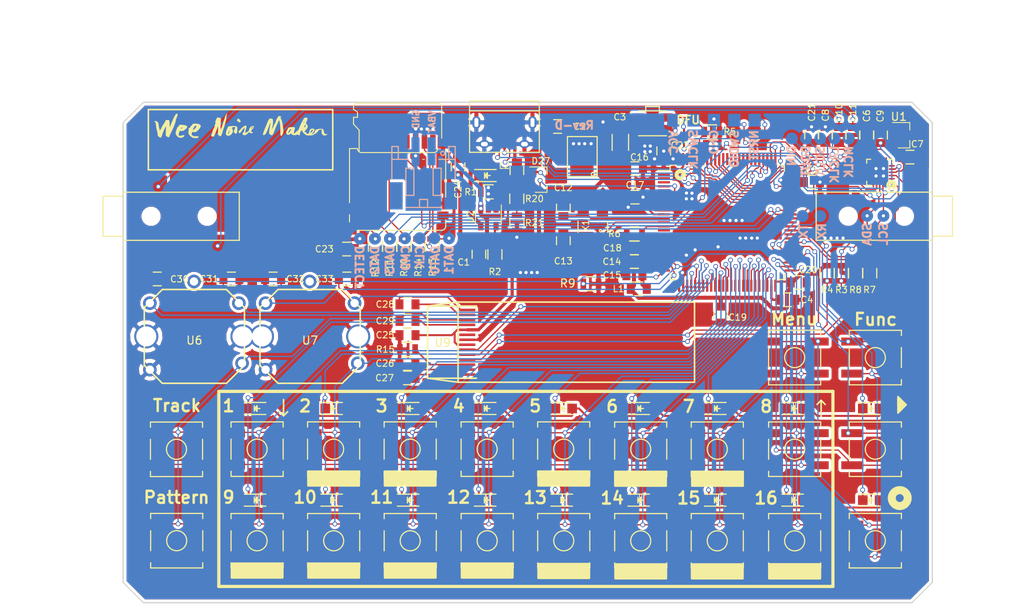
<source format=kicad_pcb>
(kicad_pcb (version 4) (host pcbnew 4.0.7-e0-6372~58~ubuntu16.10.1)
  (title_block (title "Wee Noise Maker - Mk-I") (rev D) (company "Fabien Chouteau"))
  (layers (0 F.Cu signal) (31 B.Cu signal) (34 B.Paste user hide) (35 F.Paste user hide) (36 B.SilkS user) (37 F.SilkS user) (38 B.Mask user) (39 F.Mask user) (44 Edge.Cuts user))
  (net 0 "")
  (net 1 COL1)
  (net 2 ROW1)
  (net 3 ROW2)
  (net 4 COL2)
  (net 5 COL3)
  (net 6 COL4)
  (net 7 COL5)
  (net 8 SWDIO)
  (net 9 Audio_SCL)
  (net 10 Audio_SDA)
  (net 11 GND)
  (net 12 "Net-(R1-Pad1)")
  (net 13 VBAT)
  (net 14 VBUS)
  (net 15 "Net-(R2-Pad2)")
  (net 16 "Net-(U3-Pad4)")
  (net 17 VIN)
  (net 18 "Net-(U3-Pad6)")
  (net 19 "Net-(U3-Pad7)")
  (net 20 3V3)
  (net 21 SWCLK)
  (net 22 "Net-(U4-Pad2)")
  (net 23 "Net-(U4-Pad97)")
  (net 24 "Net-(U4-Pad98)")
  (net 25 FS_DM)
  (net 26 FS_DP)
  (net 27 COL6)
  (net 28 COL7)
  (net 29 COL8)
  (net 30 COL9)
  (net 31 "Net-(C4-Pad1)")
  (net 32 "Net-(C5-Pad1)")
  (net 33 "Net-(C6-Pad1)")
  (net 34 "Net-(C10-Pad2)")
  (net 35 "Net-(C11-Pad2)")
  (net 36 I2S_LRCLK)
  (net 37 I2S_MCLK)
  (net 38 I2S_SCLK)
  (net 39 I2S_DOUT)
  (net 40 I2S_DIN)
  (net 41 "Net-(U5-Pad6)")
  (net 42 "Net-(U5-Pad7)")
  (net 43 "Net-(U5-Pad10)")
  (net 44 "Net-(U5-Pad11)")
  (net 45 "Net-(U4-Pad85)")
  (net 46 "Net-(C12-Pad2)")
  (net 47 "Net-(C13-Pad2)")
  (net 48 "Net-(C14-Pad2)")
  (net 49 "Net-(U4-Pad1)")
  (net 50 "Net-(U4-Pad3)")
  (net 51 "Net-(U4-Pad4)")
  (net 52 "Net-(U4-Pad5)")
  (net 53 "Net-(U4-Pad67)")
  (net 54 "Net-(U4-Pad81)")
  (net 55 "Net-(U4-Pad82)")
  (net 56 "Net-(U4-Pad84)")
  (net 57 "Net-(U4-Pad86)")
  (net 58 "Net-(U4-Pad87)")
  (net 59 "Net-(U4-Pad88)")
  (net 60 "Net-(U4-Pad95)")
  (net 61 "Net-(CON1-Pad1)")
  (net 62 "Net-(D1-Pad2)")
  (net 63 "Net-(D10-Pad2)")
  (net 64 "Net-(U4-Pad96)")
  (net 65 SD_DAT0)
  (net 66 SD_DAT1)
  (net 67 SD_DAT2)
  (net 68 SD_DAT3)
  (net 69 SD_CLK)
  (net 70 SD_CMD)
  (net 71 "Net-(C10-Pad1)")
  (net 72 "Net-(C11-Pad1)")
  (net 73 "Net-(HP_OUT1-Pad2)")
  (net 74 "Net-(HP_OUT1-Pad1)")
  (net 75 "Net-(HP_OUT1-Pad3)")
  (net 76 "Net-(C26-Pad1)")
  (net 77 "Net-(C27-Pad1)")
  (net 78 "Net-(C28-Pad1)")
  (net 79 "Net-(C28-Pad2)")
  (net 80 "Net-(C29-Pad1)")
  (net 81 "Net-(C29-Pad2)")
  (net 82 "Net-(R15-Pad1)")
  (net 83 "Net-(U9-Pad6)")
  (net 84 ENC_1_B)
  (net 85 ENC_1_A)
  (net 86 ENC_2_B)
  (net 87 ENC_2_A)
  (net 88 NRST)
  (net 89 "Net-(BAT1-Pad1)")
  (net 90 BOOT0)
  (net 91 VBAT_SENSE)
  (net 92 "Net-(C9-Pad1)")
  (net 93 Play_WKUP)
  (net 94 BUTTON_COL10)
  (net 95 BUTTON_ROW2)
  (net 96 BUTTON_COL2)
  (net 97 BUTTON_ROW1)
  (net 98 BUTTON_COL3)
  (net 99 BUTTON_COL4)
  (net 100 BUTTON_COL5)
  (net 101 BUTTON_COL6)
  (net 102 BUTTON_COL7)
  (net 103 BUTTON_COL8)
  (net 104 BUTTON_COL9)
  (net 105 BUTTON_COL1)
  (net 106 BUTTON_COL11)
  (net 107 "Net-(U4-Pad16)")
  (net 108 "Net-(U4-Pad18)")
  (net 109 "Net-(U4-Pad62)")
  (net 110 "Net-(U4-Pad63)")
  (net 111 BUTTON_ROW3)
  (net 112 SD_DETECT)
  (net 113 "Net-(U4-Pad17)")
  (net 114 "Net-(U4-Pad15)")
  (net 115 "Net-(U4-Pad7)")
  (net 116 "Net-(U4-Pad8)")
  (net 117 "Net-(U4-Pad9)")
  (net 118 "Net-(U4-Pad26)")
  (net 119 Screen_Nreset)
  (net 120 DBG_RX)
  (net 121 DBG_TX)
  (net 122 FS_ID)
  (module POSS:encoder_EC12D (layer F.Cu) (at 98.9132 109.0168)
    (fp_text reference U7 (at 0 0.5) (layer F.SilkS))
    (fp_text value EC12D1524403)
    (pad 5 thru_hole circle (at -0.05 -6.85) (size 1.7 1.7) (drill 1.05) (layers *.Cu *.Mask) (net 111 BUTTON_ROW3))
    (pad 4 thru_hole circle (at 5.95 3.35) (size 1.7 1.7) (drill 1.05) (layers *.Cu *.Mask) (net 98 BUTTON_COL3))
    (pad 3 thru_hole circle (at -5.55 4.15) (size 1.7 1.7) (drill 1.05) (layers *.Cu *.Mask) (net 11 GND))
    (pad 2 thru_hole circle (at 5.55 -4.15) (size 1.7 1.7) (drill 1.05) (layers *.Cu *.Mask) (net 86 ENC_2_B))
    (pad 1 thru_hole circle (at -5.55 -4.15) (size 1.7 1.7) (drill 1.05) (layers *.Cu *.Mask) (net 87 ENC_2_A))
    (pad 6 thru_hole circle (at -6 0) (size 3 3) (drill 2.5) (layers *.Cu *.Mask) (net 11 GND))
    (pad 6 thru_hole circle (at 6 0) (size 3 3) (drill 2.5) (layers *.Cu *.Mask) (net 11 GND))
  )
  (module POSS:encoder_EC12D (layer F.Cu) (at 84.4796 109.0168)
    (fp_text reference U6 (at 0 0.5) (layer F.SilkS))
    (fp_text value EC12D1524403)
    (pad 5 thru_hole circle (at -0.05 -6.85) (size 1.7 1.7) (drill 1.05) (layers *.Cu *.Mask) (net 111 BUTTON_ROW3))
    (pad 4 thru_hole circle (at 5.95 3.35) (size 1.7 1.7) (drill 1.05) (layers *.Cu *.Mask) (net 105 BUTTON_COL1))
    (pad 3 thru_hole circle (at -5.55 4.15) (size 1.7 1.7) (drill 1.05) (layers *.Cu *.Mask) (net 11 GND))
    (pad 2 thru_hole circle (at 5.55 -4.15) (size 1.7 1.7) (drill 1.05) (layers *.Cu *.Mask) (net 84 ENC_1_B))
    (pad 1 thru_hole circle (at -5.55 -4.15) (size 1.7 1.7) (drill 1.05) (layers *.Cu *.Mask) (net 85 ENC_1_A))
    (pad 6 thru_hole circle (at -6 0) (size 3 3) (drill 2.5) (layers *.Cu *.Mask) (net 11 GND))
    (pad 6 thru_hole circle (at 6 0) (size 3 3) (drill 2.5) (layers *.Cu *.Mask) (net 11 GND))
  )
  (module Capacitors_SMD:C_0805 (layer F.Cu) (at 111.06226 105.01884)
    (fp_text reference C28 (at -2.794 0 180) (layer F.SilkS) (effects (font (size 0.8 0.8) (thickness 0.125))))
    (fp_text value 1uF)
    (pad 1 smd rect (at -1 0) (size 1 1.25) (layers F.Cu F.Paste F.Mask) (net 78 "Net-(C28-Pad1)"))
    (pad 2 smd rect (at 1 0) (size 1 1.25) (layers F.Cu F.Paste F.Mask) (net 79 "Net-(C28-Pad2)"))
  )
  (module Housings_DFN_QFN:UQFN-20-1EP_3x3mm_Pitch0.4mm (layer F.Cu) (at 169.9768 88.5444 180)
    (fp_text reference U5 hide)
    (fp_text value SGTL5000XNAA3R2)
    (pad 1 smd oval (at -1.5 -0.8 180) (size 0.75 0.2) (layers F.Cu F.Paste F.Mask) (net 75 "Net-(HP_OUT1-Pad3)"))
    (pad 2 smd oval (at -1.5 -0.4 180) (size 0.75 0.2) (layers F.Cu F.Paste F.Mask) (net 73 "Net-(HP_OUT1-Pad2)"))
    (pad 3 smd oval (at -1.5 0 180) (size 0.75 0.2) (layers F.Cu F.Paste F.Mask) (net 20 3V3))
    (pad 4 smd oval (at -1.5 0.4 180) (size 0.75 0.2) (layers F.Cu F.Paste F.Mask) (net 74 "Net-(HP_OUT1-Pad1)"))
    (pad 5 smd oval (at -1.5 0.8 180) (size 0.75 0.2) (layers F.Cu F.Paste F.Mask) (net 33 "Net-(C6-Pad1)"))
    (pad 6 smd oval (at -0.8 1.5 270) (size 0.75 0.2) (layers F.Cu F.Paste F.Mask) (net 41 "Net-(U5-Pad6)"))
    (pad 7 smd oval (at -0.4 1.5 270) (size 0.75 0.2) (layers F.Cu F.Paste F.Mask) (net 42 "Net-(U5-Pad7)"))
    (pad 8 smd oval (at 0 1.5 270) (size 0.75 0.2) (layers F.Cu F.Paste F.Mask) (net 35 "Net-(C11-Pad2)"))
    (pad 9 smd oval (at 0.4 1.5 270) (size 0.75 0.2) (layers F.Cu F.Paste F.Mask) (net 34 "Net-(C10-Pad2)"))
    (pad 10 smd oval (at 0.8 1.5 270) (size 0.75 0.2) (layers F.Cu F.Paste F.Mask) (net 43 "Net-(U5-Pad10)"))
    (pad 11 smd oval (at 1.5 0.8 180) (size 0.75 0.2) (layers F.Cu F.Paste F.Mask) (net 44 "Net-(U5-Pad11)"))
    (pad 12 smd oval (at 1.5 0.4 180) (size 0.75 0.2) (layers F.Cu F.Paste F.Mask) (net 20 3V3))
    (pad 13 smd oval (at 1.5 0 180) (size 0.75 0.2) (layers F.Cu F.Paste F.Mask) (net 37 I2S_MCLK))
    (pad 14 smd oval (at 1.5 -0.4 180) (size 0.75 0.2) (layers F.Cu F.Paste F.Mask) (net 36 I2S_LRCLK))
    (pad 15 smd oval (at 1.5 -0.8 180) (size 0.75 0.2) (layers F.Cu F.Paste F.Mask) (net 38 I2S_SCLK))
    (pad 16 smd oval (at 0.8 -1.5 270) (size 0.75 0.2) (layers F.Cu F.Paste F.Mask) (net 39 I2S_DOUT))
    (pad 17 smd oval (at 0.4 -1.5 270) (size 0.75 0.2) (layers F.Cu F.Paste F.Mask) (net 40 I2S_DIN))
    (pad 18 smd oval (at 0 -1.5 270) (size 0.75 0.2) (layers F.Cu F.Paste F.Mask) (net 10 Audio_SDA))
    (pad 19 smd oval (at -0.4 -1.5 270) (size 0.75 0.2) (layers F.Cu F.Paste F.Mask) (net 9 Audio_SCL))
    (pad 20 smd oval (at -0.8 -1.5 270) (size 0.75 0.2) (layers F.Cu F.Paste F.Mask) (net 92 "Net-(C9-Pad1)"))
    (pad 21 smd rect (at 0.4625 0.4625 180) (size 0.925 0.925) (layers F.Cu F.Paste F.Mask) (net 11 GND))
    (pad 21 smd rect (at 0.4625 -0.4625 180) (size 0.925 0.925) (layers F.Cu F.Paste F.Mask) (net 11 GND))
    (pad 21 smd rect (at -0.4625 0.4625 180) (size 0.925 0.925) (layers F.Cu F.Paste F.Mask) (net 11 GND))
    (pad 21 smd rect (at -0.4625 -0.4625 180) (size 0.925 0.925) (layers F.Cu F.Paste F.Mask) (net 11 GND))
  )
  (module POSS:SJ-3523-SMT (layer F.Cu) (at 173.0424 94.0224 180)
    (fp_text reference HP_OUT1 hide)
    (fp_text value SJ-3523-SMT)
    (pad "" np_thru_hole circle (at 0 0 180) (size 1.7 1.7) (drill 1.7) (layers *.Cu *.Mask))
    (pad "" np_thru_hole circle (at 7 0 180) (size 1.7 1.7) (drill 1.7) (layers *.Cu *.Mask))
    (pad 2 smd rect (at -1.1 3.7 180) (size 2.2 2.8) (layers F.Cu F.Paste F.Mask) (net 73 "Net-(HP_OUT1-Pad2)"))
    (pad 3 smd rect (at 0.9 -3.7 180) (size 2.2 2.8) (layers F.Cu F.Paste F.Mask) (net 75 "Net-(HP_OUT1-Pad3)"))
    (pad 1 smd rect (at 8.3 3.7 180) (size 2.8 2.8) (layers F.Cu F.Paste F.Mask) (net 74 "Net-(HP_OUT1-Pad1)"))
  )
  (module LEDs:LED_0805 (layer F.Cu) (at 101.854 118.0084)
    (fp_text reference D11 hide)
    (fp_text value red)
    (pad 2 smd rect (at 1.04902 0 180) (size 1.19888 1.19888) (layers F.Cu F.Paste F.Mask) (net 63 "Net-(D10-Pad2)"))
    (pad 1 smd rect (at -1.04902 0 180) (size 1.19888 1.19888) (layers F.Cu F.Paste F.Mask) (net 4 COL2))
  )
  (module POSS:logo_hand_line (layer F.Cu) (at 90.2716 86.25706)
    (fp_text reference G*** hide)
    (fp_text value LOGO hide)
  )
  (module POSS:logo_hand_text (layer F.Cu) (at 90.2716 82.75706)
    (fp_text reference G*** hide)
    (fp_text value LOGO hide)
  )
  (module Capacitors_SMD:C_0805 (layer F.Cu) (at 129.794 82.8294)
    (fp_text reference C2 (at 2.7686 0 180) (layer F.SilkS) (effects (font (size 0.8 0.8) (thickness 0.125))))
    (fp_text value 4.7uF)
    (pad 1 smd rect (at -1 0) (size 1 1.25) (layers F.Cu F.Paste F.Mask) (net 17 VIN))
    (pad 2 smd rect (at 1 0) (size 1 1.25) (layers F.Cu F.Paste F.Mask) (net 11 GND))
  )
  (module Housings_QFP:LQFP-100_14x14mm_Pitch0.5mm (layer F.Cu) (at 150.9522 94.7928)
    (fp_text reference U4 hide)
    (fp_text value STM32F427VIT6)
    (pad 1 smd rect (at -7.9 -6) (size 1.5 0.28) (layers F.Cu F.Paste F.Mask) (net 49 "Net-(U4-Pad1)"))
    (pad 2 smd rect (at -7.9 -5.5) (size 1.5 0.28) (layers F.Cu F.Paste F.Mask) (net 22 "Net-(U4-Pad2)"))
    (pad 3 smd rect (at -7.9 -5) (size 1.5 0.28) (layers F.Cu F.Paste F.Mask) (net 50 "Net-(U4-Pad3)"))
    (pad 4 smd rect (at -7.9 -4.5) (size 1.5 0.28) (layers F.Cu F.Paste F.Mask) (net 51 "Net-(U4-Pad4)"))
    (pad 5 smd rect (at -7.9 -4) (size 1.5 0.28) (layers F.Cu F.Paste F.Mask) (net 52 "Net-(U4-Pad5)"))
    (pad 6 smd rect (at -7.9 -3.5) (size 1.5 0.28) (layers F.Cu F.Paste F.Mask) (net 91 VBAT_SENSE))
    (pad 7 smd rect (at -7.9 -3) (size 1.5 0.28) (layers F.Cu F.Paste F.Mask) (net 115 "Net-(U4-Pad7)"))
    (pad 8 smd rect (at -7.9 -2.5) (size 1.5 0.28) (layers F.Cu F.Paste F.Mask) (net 116 "Net-(U4-Pad8)"))
    (pad 9 smd rect (at -7.9 -2) (size 1.5 0.28) (layers F.Cu F.Paste F.Mask) (net 117 "Net-(U4-Pad9)"))
    (pad 10 smd rect (at -7.9 -1.5) (size 1.5 0.28) (layers F.Cu F.Paste F.Mask) (net 11 GND))
    (pad 11 smd rect (at -7.9 -1) (size 1.5 0.28) (layers F.Cu F.Paste F.Mask) (net 20 3V3))
    (pad 12 smd rect (at -7.9 -0.5) (size 1.5 0.28) (layers F.Cu F.Paste F.Mask) (net 46 "Net-(C12-Pad2)"))
    (pad 13 smd rect (at -7.9 0) (size 1.5 0.28) (layers F.Cu F.Paste F.Mask) (net 47 "Net-(C13-Pad2)"))
    (pad 14 smd rect (at -7.9 0.5) (size 1.5 0.28) (layers F.Cu F.Paste F.Mask) (net 88 NRST))
    (pad 15 smd rect (at -7.9 1) (size 1.5 0.28) (layers F.Cu F.Paste F.Mask) (net 114 "Net-(U4-Pad15)"))
    (pad 16 smd rect (at -7.9 1.5) (size 1.5 0.28) (layers F.Cu F.Paste F.Mask) (net 107 "Net-(U4-Pad16)"))
    (pad 17 smd rect (at -7.9 2) (size 1.5 0.28) (layers F.Cu F.Paste F.Mask) (net 113 "Net-(U4-Pad17)"))
    (pad 18 smd rect (at -7.9 2.5) (size 1.5 0.28) (layers F.Cu F.Paste F.Mask) (net 108 "Net-(U4-Pad18)"))
    (pad 19 smd rect (at -7.9 3) (size 1.5 0.28) (layers F.Cu F.Paste F.Mask) (net 20 3V3))
    (pad 20 smd rect (at -7.9 3.5) (size 1.5 0.28) (layers F.Cu F.Paste F.Mask) (net 11 GND))
    (pad 21 smd rect (at -7.9 4) (size 1.5 0.28) (layers F.Cu F.Paste F.Mask) (net 48 "Net-(C14-Pad2)"))
    (pad 22 smd rect (at -7.9 4.5) (size 1.5 0.28) (layers F.Cu F.Paste F.Mask) (net 48 "Net-(C14-Pad2)"))
    (pad 23 smd rect (at -7.9 5) (size 1.5 0.28) (layers F.Cu F.Paste F.Mask) (net 93 Play_WKUP))
    (pad 24 smd rect (at -7.9 5.5) (size 1.5 0.28) (layers F.Cu F.Paste F.Mask) (net 87 ENC_2_A))
    (pad 25 smd rect (at -7.9 6) (size 1.5 0.28) (layers F.Cu F.Paste F.Mask) (net 111 BUTTON_ROW3))
    (pad 26 smd rect (at -6 7.9 90) (size 1.5 0.28) (layers F.Cu F.Paste F.Mask) (net 118 "Net-(U4-Pad26)"))
    (pad 27 smd rect (at -5.5 7.9 90) (size 1.5 0.28) (layers F.Cu F.Paste F.Mask) (net 11 GND))
    (pad 28 smd rect (at -5 7.9 90) (size 1.5 0.28) (layers F.Cu F.Paste F.Mask) (net 20 3V3))
    (pad 29 smd rect (at -4.5 7.9 90) (size 1.5 0.28) (layers F.Cu F.Paste F.Mask) (net 119 Screen_Nreset))
    (pad 30 smd rect (at -4 7.9 90) (size 1.5 0.28) (layers F.Cu F.Paste F.Mask) (net 86 ENC_2_B))
    (pad 31 smd rect (at -3.5 7.9 90) (size 1.5 0.28) (layers F.Cu F.Paste F.Mask) (net 84 ENC_1_B))
    (pad 32 smd rect (at -3 7.9 90) (size 1.5 0.28) (layers F.Cu F.Paste F.Mask) (net 85 ENC_1_A))
    (pad 33 smd rect (at -2.5 7.9 90) (size 1.5 0.28) (layers F.Cu F.Paste F.Mask) (net 105 BUTTON_COL1))
    (pad 34 smd rect (at -2 7.9 90) (size 1.5 0.28) (layers F.Cu F.Paste F.Mask) (net 1 COL1))
    (pad 35 smd rect (at -1.5 7.9 90) (size 1.5 0.28) (layers F.Cu F.Paste F.Mask) (net 96 BUTTON_COL2))
    (pad 36 smd rect (at -1 7.9 90) (size 1.5 0.28) (layers F.Cu F.Paste F.Mask) (net 4 COL2))
    (pad 37 smd rect (at -0.5 7.9 90) (size 1.5 0.28) (layers F.Cu F.Paste F.Mask) (net 11 GND))
    (pad 38 smd rect (at 0 7.9 90) (size 1.5 0.28) (layers F.Cu F.Paste F.Mask) (net 98 BUTTON_COL3))
    (pad 39 smd rect (at 0.5 7.9 90) (size 1.5 0.28) (layers F.Cu F.Paste F.Mask) (net 5 COL3))
    (pad 40 smd rect (at 1 7.9 90) (size 1.5 0.28) (layers F.Cu F.Paste F.Mask) (net 99 BUTTON_COL4))
    (pad 41 smd rect (at 1.5 7.9 90) (size 1.5 0.28) (layers F.Cu F.Paste F.Mask) (net 6 COL4))
    (pad 42 smd rect (at 2 7.9 90) (size 1.5 0.28) (layers F.Cu F.Paste F.Mask) (net 100 BUTTON_COL5))
    (pad 43 smd rect (at 2.5 7.9 90) (size 1.5 0.28) (layers F.Cu F.Paste F.Mask) (net 7 COL5))
    (pad 44 smd rect (at 3 7.9 90) (size 1.5 0.28) (layers F.Cu F.Paste F.Mask) (net 101 BUTTON_COL6))
    (pad 45 smd rect (at 3.5 7.9 90) (size 1.5 0.28) (layers F.Cu F.Paste F.Mask) (net 27 COL6))
    (pad 46 smd rect (at 4 7.9 90) (size 1.5 0.28) (layers F.Cu F.Paste F.Mask) (net 102 BUTTON_COL7))
    (pad 47 smd rect (at 4.5 7.9 90) (size 1.5 0.28) (layers F.Cu F.Paste F.Mask) (net 28 COL7))
    (pad 48 smd rect (at 5 7.9 90) (size 1.5 0.28) (layers F.Cu F.Paste F.Mask) (net 103 BUTTON_COL8))
    (pad 49 smd rect (at 5.5 7.9 90) (size 1.5 0.28) (layers F.Cu F.Paste F.Mask) (net 31 "Net-(C4-Pad1)"))
    (pad 50 smd rect (at 6 7.9 90) (size 1.5 0.28) (layers F.Cu F.Paste F.Mask) (net 20 3V3))
    (pad 51 smd rect (at 7.9 6) (size 1.5 0.28) (layers F.Cu F.Paste F.Mask) (net 97 BUTTON_ROW1))
    (pad 52 smd rect (at 7.9 5.5) (size 1.5 0.28) (layers F.Cu F.Paste F.Mask) (net 29 COL8))
    (pad 53 smd rect (at 7.9 5) (size 1.5 0.28) (layers F.Cu F.Paste F.Mask) (net 104 BUTTON_COL9))
    (pad 54 smd rect (at 7.9 4.5) (size 1.5 0.28) (layers F.Cu F.Paste F.Mask) (net 94 BUTTON_COL10))
    (pad 55 smd rect (at 7.9 4) (size 1.5 0.28) (layers F.Cu F.Paste F.Mask) (net 121 DBG_TX))
    (pad 56 smd rect (at 7.9 3.5) (size 1.5 0.28) (layers F.Cu F.Paste F.Mask) (net 120 DBG_RX))
    (pad 57 smd rect (at 7.9 3) (size 1.5 0.28) (layers F.Cu F.Paste F.Mask) (net 106 BUTTON_COL11))
    (pad 58 smd rect (at 7.9 2.5) (size 1.5 0.28) (layers F.Cu F.Paste F.Mask) (net 30 COL9))
    (pad 59 smd rect (at 7.9 2) (size 1.5 0.28) (layers F.Cu F.Paste F.Mask) (net 3 ROW2))
    (pad 60 smd rect (at 7.9 1.5) (size 1.5 0.28) (layers F.Cu F.Paste F.Mask) (net 2 ROW1))
    (pad 61 smd rect (at 7.9 1) (size 1.5 0.28) (layers F.Cu F.Paste F.Mask) (net 95 BUTTON_ROW2))
    (pad 62 smd rect (at 7.9 0.5) (size 1.5 0.28) (layers F.Cu F.Paste F.Mask) (net 109 "Net-(U4-Pad62)"))
    (pad 63 smd rect (at 7.9 0) (size 1.5 0.28) (layers F.Cu F.Paste F.Mask) (net 110 "Net-(U4-Pad63)"))
    (pad 64 smd rect (at 7.9 -0.5) (size 1.5 0.28) (layers F.Cu F.Paste F.Mask) (net 37 I2S_MCLK))
    (pad 65 smd rect (at 7.9 -1) (size 1.5 0.28) (layers F.Cu F.Paste F.Mask) (net 65 SD_DAT0))
    (pad 66 smd rect (at 7.9 -1.5) (size 1.5 0.28) (layers F.Cu F.Paste F.Mask) (net 66 SD_DAT1))
    (pad 67 smd rect (at 7.9 -2) (size 1.5 0.28) (layers F.Cu F.Paste F.Mask) (net 53 "Net-(U4-Pad67)"))
    (pad 68 smd rect (at 7.9 -2.5) (size 1.5 0.28) (layers F.Cu F.Paste F.Mask) (net 14 VBUS))
    (pad 69 smd rect (at 7.9 -3) (size 1.5 0.28) (layers F.Cu F.Paste F.Mask) (net 122 FS_ID))
    (pad 70 smd rect (at 7.9 -3.5) (size 1.5 0.28) (layers F.Cu F.Paste F.Mask) (net 25 FS_DM))
    (pad 71 smd rect (at 7.9 -4) (size 1.5 0.28) (layers F.Cu F.Paste F.Mask) (net 26 FS_DP))
    (pad 72 smd rect (at 7.9 -4.5) (size 1.5 0.28) (layers F.Cu F.Paste F.Mask) (net 8 SWDIO))
    (pad 73 smd rect (at 7.9 -5) (size 1.5 0.28) (layers F.Cu F.Paste F.Mask) (net 32 "Net-(C5-Pad1)"))
    (pad 74 smd rect (at 7.9 -5.5) (size 1.5 0.28) (layers F.Cu F.Paste F.Mask) (net 11 GND))
    (pad 75 smd rect (at 7.9 -6) (size 1.5 0.28) (layers F.Cu F.Paste F.Mask) (net 20 3V3))
    (pad 76 smd rect (at 6 -7.9 90) (size 1.5 0.28) (layers F.Cu F.Paste F.Mask) (net 21 SWCLK))
    (pad 77 smd rect (at 5.5 -7.9 90) (size 1.5 0.28) (layers F.Cu F.Paste F.Mask) (net 36 I2S_LRCLK))
    (pad 78 smd rect (at 5 -7.9 90) (size 1.5 0.28) (layers F.Cu F.Paste F.Mask) (net 67 SD_DAT2))
    (pad 79 smd rect (at 4.5 -7.9 90) (size 1.5 0.28) (layers F.Cu F.Paste F.Mask) (net 68 SD_DAT3))
    (pad 80 smd rect (at 4 -7.9 90) (size 1.5 0.28) (layers F.Cu F.Paste F.Mask) (net 69 SD_CLK))
    (pad 81 smd rect (at 3.5 -7.9 90) (size 1.5 0.28) (layers F.Cu F.Paste F.Mask) (net 54 "Net-(U4-Pad81)"))
    (pad 82 smd rect (at 3 -7.9 90) (size 1.5 0.28) (layers F.Cu F.Paste F.Mask) (net 55 "Net-(U4-Pad82)"))
    (pad 83 smd rect (at 2.5 -7.9 90) (size 1.5 0.28) (layers F.Cu F.Paste F.Mask) (net 70 SD_CMD))
    (pad 84 smd rect (at 2 -7.9 90) (size 1.5 0.28) (layers F.Cu F.Paste F.Mask) (net 56 "Net-(U4-Pad84)"))
    (pad 85 smd rect (at 1.5 -7.9 90) (size 1.5 0.28) (layers F.Cu F.Paste F.Mask) (net 45 "Net-(U4-Pad85)"))
    (pad 86 smd rect (at 1 -7.9 90) (size 1.5 0.28) (layers F.Cu F.Paste F.Mask) (net 57 "Net-(U4-Pad86)"))
    (pad 87 smd rect (at 0.5 -7.9 90) (size 1.5 0.28) (layers F.Cu F.Paste F.Mask) (net 58 "Net-(U4-Pad87)"))
    (pad 88 smd rect (at 0 -7.9 90) (size 1.5 0.28) (layers F.Cu F.Paste F.Mask) (net 59 "Net-(U4-Pad88)"))
    (pad 89 smd rect (at -0.5 -7.9 90) (size 1.5 0.28) (layers F.Cu F.Paste F.Mask) (net 38 I2S_SCLK))
    (pad 90 smd rect (at -1 -7.9 90) (size 1.5 0.28) (layers F.Cu F.Paste F.Mask) (net 39 I2S_DOUT))
    (pad 91 smd rect (at -1.5 -7.9 90) (size 1.5 0.28) (layers F.Cu F.Paste F.Mask) (net 40 I2S_DIN))
    (pad 92 smd rect (at -2 -7.9 90) (size 1.5 0.28) (layers F.Cu F.Paste F.Mask) (net 9 Audio_SCL))
    (pad 93 smd rect (at -2.5 -7.9 90) (size 1.5 0.28) (layers F.Cu F.Paste F.Mask) (net 10 Audio_SDA))
    (pad 94 smd rect (at -3 -7.9 90) (size 1.5 0.28) (layers F.Cu F.Paste F.Mask) (net 90 BOOT0))
    (pad 95 smd rect (at -3.5 -7.9 90) (size 1.5 0.28) (layers F.Cu F.Paste F.Mask) (net 60 "Net-(U4-Pad95)"))
    (pad 96 smd rect (at -4 -7.9 90) (size 1.5 0.28) (layers F.Cu F.Paste F.Mask) (net 64 "Net-(U4-Pad96)"))
    (pad 97 smd rect (at -4.5 -7.9 90) (size 1.5 0.28) (layers F.Cu F.Paste F.Mask) (net 23 "Net-(U4-Pad97)"))
    (pad 98 smd rect (at -5 -7.9 90) (size 1.5 0.28) (layers F.Cu F.Paste F.Mask) (net 24 "Net-(U4-Pad98)"))
    (pad 99 smd rect (at -5.5 -7.9 90) (size 1.5 0.28) (layers F.Cu F.Paste F.Mask) (net 11 GND))
    (pad 100 smd rect (at -6 -7.9 90) (size 1.5 0.28) (layers F.Cu F.Paste F.Mask) (net 20 3V3))
  )
  (module Capacitors_SMD:C_0805 (layer F.Cu) (at 111.05068 112.39786 180)
    (fp_text reference C26 (at 2.794 0.013 360) (layer F.SilkS) (effects (font (size 0.8 0.8) (thickness 0.125))))
    (fp_text value 10uF)
    (pad 1 smd rect (at -1 0 180) (size 1 1.25) (layers F.Cu F.Paste F.Mask) (net 76 "Net-(C26-Pad1)"))
    (pad 2 smd rect (at 1 0 180) (size 1 1.25) (layers F.Cu F.Paste F.Mask) (net 11 GND))
  )
  (module Capacitors_SMD:C_0805 (layer F.Cu) (at 111.06668 114.19586 180)
    (fp_text reference C27 (at 2.8575 0 360) (layer F.SilkS) (effects (font (size 0.8 0.8) (thickness 0.125))))
    (fp_text value 10uF)
    (pad 1 smd rect (at -1 0 180) (size 1 1.25) (layers F.Cu F.Paste F.Mask) (net 77 "Net-(C27-Pad1)"))
    (pad 2 smd rect (at 1 0 180) (size 1 1.25) (layers F.Cu F.Paste F.Mask) (net 11 GND))
  )
  (module Buttons_Switches_SMD:SW_SPST_B3SL-1002P (layer F.Cu) (at 121.0008 123.0818)
    (fp_text reference SW4 hide)
    (fp_text value EVQ-Q2S02W)
    (pad 1 smd rect (at -2.875 -2) (size 2.75 1) (layers F.Cu F.Paste F.Mask) (net 100 BUTTON_COL5))
    (pad 1 smd rect (at 2.875 -2) (size 2.75 1) (layers F.Cu F.Paste F.Mask) (net 100 BUTTON_COL5))
    (pad 2 smd rect (at 2.875 2) (size 2.75 1) (layers F.Cu F.Paste F.Mask) (net 97 BUTTON_ROW1))
    (pad 2 smd rect (at -2.875 2) (size 2.75 1) (layers F.Cu F.Paste F.Mask) (net 97 BUTTON_ROW1))
  )
  (module Capacitors_SMD:C_0805 (layer F.Cu) (at 168.3512 83.8962 90)
    (fp_text reference C6 (at 2.4003 0 90) (layer F.SilkS) (effects (font (size 0.8 0.8) (thickness 0.125))))
    (fp_text value 0.1uF)
    (pad 1 smd rect (at -1 0 90) (size 1 1.25) (layers F.Cu F.Paste F.Mask) (net 33 "Net-(C6-Pad1)"))
    (pad 2 smd rect (at 1 0 90) (size 1 1.25) (layers F.Cu F.Paste F.Mask) (net 11 GND))
  )
  (module Buttons_Switches_SMD:SW_SPST_B3SL-1002P (layer F.Cu) (at 92.3036 123.0818)
    (fp_text reference SW1 hide)
    (fp_text value EVQ-Q2S02W)
    (pad 1 smd rect (at -2.875 -2) (size 2.75 1) (layers F.Cu F.Paste F.Mask) (net 96 BUTTON_COL2))
    (pad 1 smd rect (at 2.875 -2) (size 2.75 1) (layers F.Cu F.Paste F.Mask) (net 96 BUTTON_COL2))
    (pad 2 smd rect (at 2.875 2) (size 2.75 1) (layers F.Cu F.Paste F.Mask) (net 97 BUTTON_ROW1))
    (pad 2 smd rect (at -2.875 2) (size 2.75 1) (layers F.Cu F.Paste F.Mask) (net 97 BUTTON_ROW1))
  )
  (module Buttons_Switches_SMD:SW_SPST_B3SL-1002P (layer F.Cu) (at 149.7076 123.0884)
    (fp_text reference SW7 hide)
    (fp_text value EVQ-Q2S02W)
    (pad 1 smd rect (at -2.875 -2) (size 2.75 1) (layers F.Cu F.Paste F.Mask) (net 103 BUTTON_COL8))
    (pad 1 smd rect (at 2.875 -2) (size 2.75 1) (layers F.Cu F.Paste F.Mask) (net 103 BUTTON_COL8))
    (pad 2 smd rect (at 2.875 2) (size 2.75 1) (layers F.Cu F.Paste F.Mask) (net 97 BUTTON_ROW1))
    (pad 2 smd rect (at -2.875 2) (size 2.75 1) (layers F.Cu F.Paste F.Mask) (net 97 BUTTON_ROW1))
  )
  (module Resistors_SMD:R_0805 (layer F.Cu) (at 121.158 90.9828 180)
    (fp_text reference R1 (at 2.208 -0.0172 360) (layer F.SilkS) (effects (font (size 0.8 0.8) (thickness 0.125))))
    (fp_text value 1K)
    (pad 1 smd rect (at -0.95 0 180) (size 0.7 1.3) (layers F.Cu F.Paste F.Mask) (net 12 "Net-(R1-Pad1)"))
    (pad 2 smd rect (at 0.95 0 180) (size 0.7 1.3) (layers F.Cu F.Paste F.Mask) (net 89 "Net-(BAT1-Pad1)"))
  )
  (module Buttons_Switches_SMD:SW_SPST_B3SL-1002P (layer F.Cu) (at 159.3596 123.0884)
    (fp_text reference SW8 hide)
    (fp_text value EVQ-Q2S02W)
    (pad 1 smd rect (at -2.875 -2) (size 2.75 1) (layers F.Cu F.Paste F.Mask) (net 104 BUTTON_COL9))
    (pad 1 smd rect (at 2.875 -2) (size 2.75 1) (layers F.Cu F.Paste F.Mask) (net 104 BUTTON_COL9))
    (pad 2 smd rect (at 2.875 2) (size 2.75 1) (layers F.Cu F.Paste F.Mask) (net 97 BUTTON_ROW1))
    (pad 2 smd rect (at -2.875 2) (size 2.75 1) (layers F.Cu F.Paste F.Mask) (net 97 BUTTON_ROW1))
  )
  (module Buttons_Switches_SMD:SW_SPST_B3SL-1002P (layer F.Cu) (at 101.8492 123.0818)
    (fp_text reference SW2 hide)
    (fp_text value EVQ-Q2S02W)
    (pad 1 smd rect (at -2.875 -2) (size 2.75 1) (layers F.Cu F.Paste F.Mask) (net 98 BUTTON_COL3))
    (pad 1 smd rect (at 2.875 -2) (size 2.75 1) (layers F.Cu F.Paste F.Mask) (net 98 BUTTON_COL3))
    (pad 2 smd rect (at 2.875 2) (size 2.75 1) (layers F.Cu F.Paste F.Mask) (net 97 BUTTON_ROW1))
    (pad 2 smd rect (at -2.875 2) (size 2.75 1) (layers F.Cu F.Paste F.Mask) (net 97 BUTTON_ROW1))
  )
  (module Buttons_Switches_SMD:SW_SPST_B3SL-1002P (layer F.Cu) (at 111.3996 123.0818)
    (fp_text reference SW3 hide)
    (fp_text value EVQ-Q2S02W)
    (pad 1 smd rect (at -2.875 -2) (size 2.75 1) (layers F.Cu F.Paste F.Mask) (net 99 BUTTON_COL4))
    (pad 1 smd rect (at 2.875 -2) (size 2.75 1) (layers F.Cu F.Paste F.Mask) (net 99 BUTTON_COL4))
    (pad 2 smd rect (at 2.875 2) (size 2.75 1) (layers F.Cu F.Paste F.Mask) (net 97 BUTTON_ROW1))
    (pad 2 smd rect (at -2.875 2) (size 2.75 1) (layers F.Cu F.Paste F.Mask) (net 97 BUTTON_ROW1))
  )
  (module Buttons_Switches_SMD:SW_SPST_B3SL-1002P (layer F.Cu) (at 130.5512 123.0818)
    (fp_text reference SW5 hide)
    (fp_text value EVQ-Q2S02W)
    (pad 1 smd rect (at -2.875 -2) (size 2.75 1) (layers F.Cu F.Paste F.Mask) (net 101 BUTTON_COL6))
    (pad 1 smd rect (at 2.875 -2) (size 2.75 1) (layers F.Cu F.Paste F.Mask) (net 101 BUTTON_COL6))
    (pad 2 smd rect (at 2.875 2) (size 2.75 1) (layers F.Cu F.Paste F.Mask) (net 97 BUTTON_ROW1))
    (pad 2 smd rect (at -2.875 2) (size 2.75 1) (layers F.Cu F.Paste F.Mask) (net 97 BUTTON_ROW1))
  )
  (module Buttons_Switches_SMD:SW_SPST_B3SL-1002P (layer F.Cu) (at 140.1572 123.0884)
    (fp_text reference SW6 hide)
    (fp_text value EVQ-Q2S02W)
    (pad 1 smd rect (at -2.875 -2) (size 2.75 1) (layers F.Cu F.Paste F.Mask) (net 102 BUTTON_COL7))
    (pad 1 smd rect (at 2.875 -2) (size 2.75 1) (layers F.Cu F.Paste F.Mask) (net 102 BUTTON_COL7))
    (pad 2 smd rect (at 2.875 2) (size 2.75 1) (layers F.Cu F.Paste F.Mask) (net 97 BUTTON_ROW1))
    (pad 2 smd rect (at -2.875 2) (size 2.75 1) (layers F.Cu F.Paste F.Mask) (net 97 BUTTON_ROW1))
  )
  (module Buttons_Switches_SMD:SW_SPST_B3SL-1002P (layer F.Cu) (at 92.3036 134.5118)
    (fp_text reference SW9 hide)
    (fp_text value EVQ-Q2S02W)
    (pad 1 smd rect (at -2.875 -2) (size 2.75 1) (layers F.Cu F.Paste F.Mask) (net 96 BUTTON_COL2))
    (pad 1 smd rect (at 2.875 -2) (size 2.75 1) (layers F.Cu F.Paste F.Mask) (net 96 BUTTON_COL2))
    (pad 2 smd rect (at 2.875 2) (size 2.75 1) (layers F.Cu F.Paste F.Mask) (net 95 BUTTON_ROW2))
    (pad 2 smd rect (at -2.875 2) (size 2.75 1) (layers F.Cu F.Paste F.Mask) (net 95 BUTTON_ROW2))
  )
  (module Buttons_Switches_SMD:SW_SPST_B3SL-1002P (layer F.Cu) (at 101.854 134.5118)
    (fp_text reference SW10 hide)
    (fp_text value EVQ-Q2S02W)
    (pad 1 smd rect (at -2.875 -2) (size 2.75 1) (layers F.Cu F.Paste F.Mask) (net 98 BUTTON_COL3))
    (pad 1 smd rect (at 2.875 -2) (size 2.75 1) (layers F.Cu F.Paste F.Mask) (net 98 BUTTON_COL3))
    (pad 2 smd rect (at 2.875 2) (size 2.75 1) (layers F.Cu F.Paste F.Mask) (net 95 BUTTON_ROW2))
    (pad 2 smd rect (at -2.875 2) (size 2.75 1) (layers F.Cu F.Paste F.Mask) (net 95 BUTTON_ROW2))
  )
  (module Buttons_Switches_SMD:SW_SPST_B3SL-1002P (layer F.Cu) (at 111.4044 134.5118)
    (fp_text reference SW11 hide)
    (fp_text value EVQ-Q2S02W)
    (pad 1 smd rect (at -2.875 -2) (size 2.75 1) (layers F.Cu F.Paste F.Mask) (net 99 BUTTON_COL4))
    (pad 1 smd rect (at 2.875 -2) (size 2.75 1) (layers F.Cu F.Paste F.Mask) (net 99 BUTTON_COL4))
    (pad 2 smd rect (at 2.875 2) (size 2.75 1) (layers F.Cu F.Paste F.Mask) (net 95 BUTTON_ROW2))
    (pad 2 smd rect (at -2.875 2) (size 2.75 1) (layers F.Cu F.Paste F.Mask) (net 95 BUTTON_ROW2))
  )
  (module Buttons_Switches_SMD:SW_SPST_B3SL-1002P (layer F.Cu) (at 121.0056 134.5118)
    (fp_text reference SW12 hide)
    (fp_text value EVQ-Q2S02W)
    (pad 1 smd rect (at -2.875 -2) (size 2.75 1) (layers F.Cu F.Paste F.Mask) (net 100 BUTTON_COL5))
    (pad 1 smd rect (at 2.875 -2) (size 2.75 1) (layers F.Cu F.Paste F.Mask) (net 100 BUTTON_COL5))
    (pad 2 smd rect (at 2.875 2) (size 2.75 1) (layers F.Cu F.Paste F.Mask) (net 95 BUTTON_ROW2))
    (pad 2 smd rect (at -2.875 2) (size 2.75 1) (layers F.Cu F.Paste F.Mask) (net 95 BUTTON_ROW2))
  )
  (module Buttons_Switches_SMD:SW_SPST_B3SL-1002P (layer F.Cu) (at 130.556 134.5118)
    (fp_text reference SW13 hide)
    (fp_text value EVQ-Q2S02W)
    (pad 1 smd rect (at -2.875 -2) (size 2.75 1) (layers F.Cu F.Paste F.Mask) (net 101 BUTTON_COL6))
    (pad 1 smd rect (at 2.875 -2) (size 2.75 1) (layers F.Cu F.Paste F.Mask) (net 101 BUTTON_COL6))
    (pad 2 smd rect (at 2.875 2) (size 2.75 1) (layers F.Cu F.Paste F.Mask) (net 95 BUTTON_ROW2))
    (pad 2 smd rect (at -2.875 2) (size 2.75 1) (layers F.Cu F.Paste F.Mask) (net 95 BUTTON_ROW2))
  )
  (module Buttons_Switches_SMD:SW_SPST_B3SL-1002P (layer F.Cu) (at 140.1572 134.5184)
    (fp_text reference SW14 hide)
    (fp_text value EVQ-Q2S02W)
    (pad 1 smd rect (at -2.875 -2) (size 2.75 1) (layers F.Cu F.Paste F.Mask) (net 102 BUTTON_COL7))
    (pad 1 smd rect (at 2.875 -2) (size 2.75 1) (layers F.Cu F.Paste F.Mask) (net 102 BUTTON_COL7))
    (pad 2 smd rect (at 2.875 2) (size 2.75 1) (layers F.Cu F.Paste F.Mask) (net 95 BUTTON_ROW2))
    (pad 2 smd rect (at -2.875 2) (size 2.75 1) (layers F.Cu F.Paste F.Mask) (net 95 BUTTON_ROW2))
  )
  (module Buttons_Switches_SMD:SW_SPST_B3SL-1002P (layer F.Cu) (at 149.7076 134.5184)
    (fp_text reference SW15 hide)
    (fp_text value EVQ-Q2S02W)
    (pad 1 smd rect (at -2.875 -2) (size 2.75 1) (layers F.Cu F.Paste F.Mask) (net 103 BUTTON_COL8))
    (pad 1 smd rect (at 2.875 -2) (size 2.75 1) (layers F.Cu F.Paste F.Mask) (net 103 BUTTON_COL8))
    (pad 2 smd rect (at 2.875 2) (size 2.75 1) (layers F.Cu F.Paste F.Mask) (net 95 BUTTON_ROW2))
    (pad 2 smd rect (at -2.875 2) (size 2.75 1) (layers F.Cu F.Paste F.Mask) (net 95 BUTTON_ROW2))
  )
  (module Buttons_Switches_SMD:SW_SPST_B3SL-1002P (layer F.Cu) (at 159.3596 134.5184)
    (fp_text reference SW16 hide)
    (fp_text value EVQ-Q2S02W)
    (pad 1 smd rect (at -2.875 -2) (size 2.75 1) (layers F.Cu F.Paste F.Mask) (net 104 BUTTON_COL9))
    (pad 1 smd rect (at 2.875 -2) (size 2.75 1) (layers F.Cu F.Paste F.Mask) (net 104 BUTTON_COL9))
    (pad 2 smd rect (at 2.875 2) (size 2.75 1) (layers F.Cu F.Paste F.Mask) (net 95 BUTTON_ROW2))
    (pad 2 smd rect (at -2.875 2) (size 2.75 1) (layers F.Cu F.Paste F.Mask) (net 95 BUTTON_ROW2))
  )
  (module Buttons_Switches_SMD:SW_SPST_B3SL-1002P (layer F.Cu) (at 169.425 123.0884)
    (fp_text reference Play1 hide)
    (fp_text value EVQ-Q2S02W)
    (pad 1 smd rect (at -2.875 -2) (size 2.75 1) (layers F.Cu F.Paste F.Mask) (net 20 3V3))
    (pad 1 smd rect (at 2.875 -2) (size 2.75 1) (layers F.Cu F.Paste F.Mask) (net 20 3V3))
    (pad 2 smd rect (at 2.875 2) (size 2.75 1) (layers F.Cu F.Paste F.Mask) (net 93 Play_WKUP))
    (pad 2 smd rect (at -2.875 2) (size 2.75 1) (layers F.Cu F.Paste F.Mask) (net 93 Play_WKUP))
  )
  (module Buttons_Switches_SMD:SW_SPST_B3SL-1002P (layer F.Cu) (at 169.425 134.5)
    (fp_text reference Write1 hide)
    (fp_text value EVQ-Q2S02W)
    (pad 1 smd rect (at -2.875 -2) (size 2.75 1) (layers F.Cu F.Paste F.Mask) (net 94 BUTTON_COL10))
    (pad 1 smd rect (at 2.875 -2) (size 2.75 1) (layers F.Cu F.Paste F.Mask) (net 94 BUTTON_COL10))
    (pad 2 smd rect (at 2.875 2) (size 2.75 1) (layers F.Cu F.Paste F.Mask) (net 95 BUTTON_ROW2))
    (pad 2 smd rect (at -2.875 2) (size 2.75 1) (layers F.Cu F.Paste F.Mask) (net 95 BUTTON_ROW2))
  )
  (module Buttons_Switches_SMD:SW_SPST_B3SL-1002P (layer F.Cu) (at 169.425 111.6584)
    (fp_text reference Play2 hide)
    (fp_text value EVQ-Q2S02W)
    (pad 1 smd rect (at -2.875 -2) (size 2.75 1) (layers F.Cu F.Paste F.Mask) (net 106 BUTTON_COL11))
    (pad 1 smd rect (at 2.875 -2) (size 2.75 1) (layers F.Cu F.Paste F.Mask) (net 106 BUTTON_COL11))
    (pad 2 smd rect (at 2.875 2) (size 2.75 1) (layers F.Cu F.Paste F.Mask) (net 95 BUTTON_ROW2))
    (pad 2 smd rect (at -2.875 2) (size 2.75 1) (layers F.Cu F.Paste F.Mask) (net 95 BUTTON_ROW2))
  )
  (module Buttons_Switches_SMD:SW_SPST_B3SL-1002P (layer F.Cu) (at 159.3596 111.6584)
    (fp_text reference SW22 hide)
    (fp_text value EVQ-Q2S02W)
    (pad 1 smd rect (at -2.875 -2) (size 2.75 1) (layers F.Cu F.Paste F.Mask) (net 94 BUTTON_COL10))
    (pad 1 smd rect (at 2.875 -2) (size 2.75 1) (layers F.Cu F.Paste F.Mask) (net 94 BUTTON_COL10))
    (pad 2 smd rect (at 2.875 2) (size 2.75 1) (layers F.Cu F.Paste F.Mask) (net 97 BUTTON_ROW1))
    (pad 2 smd rect (at -2.875 2) (size 2.75 1) (layers F.Cu F.Paste F.Mask) (net 97 BUTTON_ROW1))
  )
  (module LEDs:LED_0805 (layer F.Cu) (at 92.3036 129.4384)
    (fp_text reference D1 hide)
    (fp_text value red)
    (pad 2 smd rect (at 1.04902 0 180) (size 1.19888 1.19888) (layers F.Cu F.Paste F.Mask) (net 62 "Net-(D1-Pad2)"))
    (pad 1 smd rect (at -1.04902 0 180) (size 1.19888 1.19888) (layers F.Cu F.Paste F.Mask) (net 1 COL1))
  )
  (module LEDs:LED_0805 (layer F.Cu) (at 101.854 129.4384)
    (fp_text reference D2 hide)
    (fp_text value red)
    (pad 2 smd rect (at 1.04902 0 180) (size 1.19888 1.19888) (layers F.Cu F.Paste F.Mask) (net 62 "Net-(D1-Pad2)"))
    (pad 1 smd rect (at -1.04902 0 180) (size 1.19888 1.19888) (layers F.Cu F.Paste F.Mask) (net 4 COL2))
  )
  (module LEDs:LED_0805 (layer F.Cu) (at 111.4044 129.4384)
    (fp_text reference D3 hide)
    (fp_text value red)
    (pad 2 smd rect (at 1.04902 0 180) (size 1.19888 1.19888) (layers F.Cu F.Paste F.Mask) (net 62 "Net-(D1-Pad2)"))
    (pad 1 smd rect (at -1.04902 0 180) (size 1.19888 1.19888) (layers F.Cu F.Paste F.Mask) (net 5 COL3))
  )
  (module LEDs:LED_0805 (layer F.Cu) (at 121.0056 129.4384)
    (fp_text reference D4 hide)
    (fp_text value red)
    (pad 2 smd rect (at 1.04902 0 180) (size 1.19888 1.19888) (layers F.Cu F.Paste F.Mask) (net 62 "Net-(D1-Pad2)"))
    (pad 1 smd rect (at -1.04902 0 180) (size 1.19888 1.19888) (layers F.Cu F.Paste F.Mask) (net 6 COL4))
  )
  (module LEDs:LED_0805 (layer F.Cu) (at 130.556 129.4384)
    (fp_text reference D5 hide)
    (fp_text value red)
    (pad 2 smd rect (at 1.04902 0 180) (size 1.19888 1.19888) (layers F.Cu F.Paste F.Mask) (net 62 "Net-(D1-Pad2)"))
    (pad 1 smd rect (at -1.04902 0 180) (size 1.19888 1.19888) (layers F.Cu F.Paste F.Mask) (net 7 COL5))
  )
  (module LEDs:LED_0805 (layer F.Cu) (at 140.1572 129.4384)
    (fp_text reference D6 hide)
    (fp_text value red)
    (pad 2 smd rect (at 1.04902 0 180) (size 1.19888 1.19888) (layers F.Cu F.Paste F.Mask) (net 62 "Net-(D1-Pad2)"))
    (pad 1 smd rect (at -1.04902 0 180) (size 1.19888 1.19888) (layers F.Cu F.Paste F.Mask) (net 27 COL6))
  )
  (module LEDs:LED_0805 (layer F.Cu) (at 149.7076 129.4384)
    (fp_text reference D7 hide)
    (fp_text value red)
    (pad 2 smd rect (at 1.04902 0 180) (size 1.19888 1.19888) (layers F.Cu F.Paste F.Mask) (net 62 "Net-(D1-Pad2)"))
    (pad 1 smd rect (at -1.04902 0 180) (size 1.19888 1.19888) (layers F.Cu F.Paste F.Mask) (net 28 COL7))
  )
  (module LEDs:LED_0805 (layer F.Cu) (at 159.3596 129.4384)
    (fp_text reference D8 hide)
    (fp_text value red)
    (pad 2 smd rect (at 1.04902 0 180) (size 1.19888 1.19888) (layers F.Cu F.Paste F.Mask) (net 62 "Net-(D1-Pad2)"))
    (pad 1 smd rect (at -1.04902 0 180) (size 1.19888 1.19888) (layers F.Cu F.Paste F.Mask) (net 29 COL8))
  )
  (module LEDs:LED_0805 (layer F.Cu) (at 168.91 129.4384)
    (fp_text reference D9 hide)
    (fp_text value red)
    (pad 2 smd rect (at 1.04902 0 180) (size 1.19888 1.19888) (layers F.Cu F.Paste F.Mask) (net 62 "Net-(D1-Pad2)"))
    (pad 1 smd rect (at -1.04902 0 180) (size 1.19888 1.19888) (layers F.Cu F.Paste F.Mask) (net 30 COL9))
  )
  (module LEDs:LED_0805 (layer F.Cu) (at 92.3036 118.0084)
    (fp_text reference D10 hide)
    (fp_text value red)
    (pad 2 smd rect (at 1.04902 0 180) (size 1.19888 1.19888) (layers F.Cu F.Paste F.Mask) (net 63 "Net-(D10-Pad2)"))
    (pad 1 smd rect (at -1.04902 0 180) (size 1.19888 1.19888) (layers F.Cu F.Paste F.Mask) (net 1 COL1))
  )
  (module LEDs:LED_0805 (layer F.Cu) (at 111.4044 118.0084)
    (fp_text reference D12 hide)
    (fp_text value red)
    (pad 2 smd rect (at 1.04902 0 180) (size 1.19888 1.19888) (layers F.Cu F.Paste F.Mask) (net 63 "Net-(D10-Pad2)"))
    (pad 1 smd rect (at -1.04902 0 180) (size 1.19888 1.19888) (layers F.Cu F.Paste F.Mask) (net 5 COL3))
  )
  (module LEDs:LED_0805 (layer F.Cu) (at 121.0056 118.0084)
    (fp_text reference D13 hide)
    (fp_text value red)
    (pad 2 smd rect (at 1.04902 0 180) (size 1.19888 1.19888) (layers F.Cu F.Paste F.Mask) (net 63 "Net-(D10-Pad2)"))
    (pad 1 smd rect (at -1.04902 0 180) (size 1.19888 1.19888) (layers F.Cu F.Paste F.Mask) (net 6 COL4))
  )
  (module LEDs:LED_0805 (layer F.Cu) (at 130.556 118.0084)
    (fp_text reference D14 hide)
    (fp_text value red)
    (pad 2 smd rect (at 1.04902 0 180) (size 1.19888 1.19888) (layers F.Cu F.Paste F.Mask) (net 63 "Net-(D10-Pad2)"))
    (pad 1 smd rect (at -1.04902 0 180) (size 1.19888 1.19888) (layers F.Cu F.Paste F.Mask) (net 7 COL5))
  )
  (module LEDs:LED_0805 (layer F.Cu) (at 140.1572 118.0084)
    (fp_text reference D15 hide)
    (fp_text value red)
    (pad 2 smd rect (at 1.04902 0 180) (size 1.19888 1.19888) (layers F.Cu F.Paste F.Mask) (net 63 "Net-(D10-Pad2)"))
    (pad 1 smd rect (at -1.04902 0 180) (size 1.19888 1.19888) (layers F.Cu F.Paste F.Mask) (net 27 COL6))
  )
  (module LEDs:LED_0805 (layer F.Cu) (at 149.7076 118.0084)
    (fp_text reference D16 hide)
    (fp_text value red)
    (pad 2 smd rect (at 1.04902 0 180) (size 1.19888 1.19888) (layers F.Cu F.Paste F.Mask) (net 63 "Net-(D10-Pad2)"))
    (pad 1 smd rect (at -1.04902 0 180) (size 1.19888 1.19888) (layers F.Cu F.Paste F.Mask) (net 28 COL7))
  )
  (module LEDs:LED_0805 (layer F.Cu) (at 159.3596 118.0084)
    (fp_text reference D17 hide)
    (fp_text value red)
    (pad 2 smd rect (at 1.04902 0 180) (size 1.19888 1.19888) (layers F.Cu F.Paste F.Mask) (net 63 "Net-(D10-Pad2)"))
    (pad 1 smd rect (at -1.04902 0 180) (size 1.19888 1.19888) (layers F.Cu F.Paste F.Mask) (net 29 COL8))
  )
  (module LEDs:LED_0805 (layer F.Cu) (at 168.91 118.0084)
    (fp_text reference D18 hide)
    (fp_text value green)
    (pad 2 smd rect (at 1.04902 0 180) (size 1.19888 1.19888) (layers F.Cu F.Paste F.Mask) (net 63 "Net-(D10-Pad2)"))
    (pad 1 smd rect (at -1.04902 0 180) (size 1.19888 1.19888) (layers F.Cu F.Paste F.Mask) (net 30 COL9))
  )
  (module TO_SOT_Packages_SMD:SOT-23-5 (layer F.Cu) (at 121.158 94.1578 270)
    (fp_text reference U2 (at -0.0578 2.258 270) (layer F.SilkS) (effects (font (size 0.8 0.8) (thickness 0.125))))
    (fp_text value MCP73831T-2ACI/OT)
    (pad 1 smd rect (at -1.1 -0.95 270) (size 1.06 0.65) (layers F.Cu F.Paste F.Mask) (net 12 "Net-(R1-Pad1)"))
    (pad 2 smd rect (at -1.1 0 270) (size 1.06 0.65) (layers F.Cu F.Paste F.Mask) (net 11 GND))
    (pad 3 smd rect (at -1.1 0.95 270) (size 1.06 0.65) (layers F.Cu F.Paste F.Mask) (net 13 VBAT))
    (pad 4 smd rect (at 1.1 0.95 270) (size 1.06 0.65) (layers F.Cu F.Paste F.Mask) (net 14 VBUS))
    (pad 5 smd rect (at 1.1 -0.95 270) (size 1.06 0.65) (layers F.Cu F.Paste F.Mask) (net 15 "Net-(R2-Pad2)"))
  )
  (module Connect:USB_Micro-B (layer F.Cu) (at 123.15698 83.4644 180)
    (fp_text reference CON1 hide)
    (fp_text value 10118194-0001LF)
    (pad 1 smd rect (at -1.3009 -1.56254 270) (size 1.35 0.4) (layers F.Cu F.Paste F.Mask) (net 61 "Net-(CON1-Pad1)"))
    (pad 2 smd rect (at -0.6509 -1.56254 270) (size 1.35 0.4) (layers F.Cu F.Paste F.Mask) (net 25 FS_DM))
    (pad 3 smd rect (at -0.0009 -1.56254 270) (size 1.35 0.4) (layers F.Cu F.Paste F.Mask) (net 26 FS_DP))
    (pad 4 smd rect (at 0.6491 -1.56254 270) (size 1.35 0.4) (layers F.Cu F.Paste F.Mask) (net 122 FS_ID))
    (pad 5 smd rect (at 1.2991 -1.56254 270) (size 1.35 0.4) (layers F.Cu F.Paste F.Mask) (net 11 GND))
    (pad 6 thru_hole oval (at -2.5009 -1.56254 270) (size 0.95 1.25) (drill oval 0.55 0.85) (layers *.Cu *.Mask) (net 11 GND))
    (pad 6 thru_hole oval (at 2.4991 -1.56254 270) (size 0.95 1.25) (drill oval 0.55 0.85) (layers *.Cu *.Mask) (net 11 GND))
    (pad 6 thru_hole oval (at -3.5009 1.13746 270) (size 1.55 1) (drill oval 1.15 0.5) (layers *.Cu *.Mask) (net 11 GND))
    (pad 6 thru_hole oval (at 3.4991 1.13746 270) (size 1.55 1) (drill oval 1.15 0.5) (layers *.Cu *.Mask) (net 11 GND))
  )
  (module Capacitors_SMD:C_0805 (layer F.Cu) (at 119.9769 98.7646 270)
    (fp_text reference C1 (at 1 1.9 360) (layer F.SilkS) (effects (font (size 0.8 0.8) (thickness 0.125))))
    (fp_text value 10uF)
    (pad 1 smd rect (at -1 0 270) (size 1 1.25) (layers F.Cu F.Paste F.Mask) (net 13 VBAT))
    (pad 2 smd rect (at 1 0 270) (size 1 1.25) (layers F.Cu F.Paste F.Mask) (net 11 GND))
  )
  (module Capacitors_SMD:C_1206 (layer F.Cu) (at 137.6172 84.8106 90)
    (fp_text reference C3 (at 3.1606 -0.0672 180) (layer F.SilkS) (effects (font (size 0.8 0.8) (thickness 0.125))))
    (fp_text value 47uF)
    (pad 1 smd rect (at -1.5 0 90) (size 1 1.6) (layers F.Cu F.Paste F.Mask) (net 20 3V3))
    (pad 2 smd rect (at 1.5 0 90) (size 1 1.6) (layers F.Cu F.Paste F.Mask) (net 11 GND))
  )
  (module Resistors_SMD:R_0805 (layer F.Cu) (at 121.9708 98.7908 90)
    (fp_text reference R2 (at -2.159 0 180) (layer F.SilkS) (effects (font (size 0.8 0.8) (thickness 0.125))))
    (fp_text value 10K)
    (pad 1 smd rect (at -0.95 0 90) (size 0.7 1.3) (layers F.Cu F.Paste F.Mask) (net 11 GND))
    (pad 2 smd rect (at 0.95 0 90) (size 0.7 1.3) (layers F.Cu F.Paste F.Mask) (net 15 "Net-(R2-Pad2)"))
  )
  (module TO_SOT_Packages_SMD:SOT-23 (layer F.Cu) (at 127.7112 89.4588)
    (fp_text reference D27 (at -0.0112 -2.3088 180) (layer F.SilkS) (effects (font (size 0.8 0.8) (thickness 0.125))))
    (fp_text value PMEG2005CT)
    (pad 1 smd rect (at -1 -0.95) (size 0.9 0.8) (layers F.Cu F.Paste F.Mask) (net 14 VBUS))
    (pad 2 smd rect (at -1 0.95) (size 0.9 0.8) (layers F.Cu F.Paste F.Mask) (net 13 VBAT))
    (pad 3 smd rect (at 1 0) (size 0.9 0.8) (layers F.Cu F.Paste F.Mask) (net 17 VIN))
  )
  (module Capacitors_SMD:C_0805 (layer F.Cu) (at 158.4452 104.4448)
    (fp_text reference C4 (at 2.4511 0) (layer F.SilkS) (effects (font (size 0.8 0.8) (thickness 0.125))))
    (fp_text value 2.2uF)
    (pad 1 smd rect (at -1 0) (size 1 1.25) (layers F.Cu F.Paste F.Mask) (net 31 "Net-(C4-Pad1)"))
    (pad 2 smd rect (at 1 0) (size 1 1.25) (layers F.Cu F.Paste F.Mask) (net 11 GND))
  )
  (module Capacitors_SMD:C_0805 (layer F.Cu) (at 161.5186 89.7636)
    (fp_text reference C5 (at -0.0186 -1.5136 180) (layer F.SilkS) (effects (font (size 0.8 0.8) (thickness 0.125))))
    (fp_text value 2.2uF)
    (pad 1 smd rect (at -1 0) (size 1 1.25) (layers F.Cu F.Paste F.Mask) (net 32 "Net-(C5-Pad1)"))
    (pad 2 smd rect (at 1 0) (size 1 1.25) (layers F.Cu F.Paste F.Mask) (net 11 GND))
  )
  (module Capacitors_SMD:C_0805 (layer F.Cu) (at 173.75 86.65)
    (fp_text reference C7 (at 0.9144 -1.6256) (layer F.SilkS) (effects (font (size 0.8 0.8) (thickness 0.125))))
    (fp_text value 0.1uF)
    (pad 1 smd rect (at -1 0) (size 1 1.25) (layers F.Cu F.Paste F.Mask) (net 20 3V3))
    (pad 2 smd rect (at 1 0) (size 1 1.25) (layers F.Cu F.Paste F.Mask) (net 11 GND))
  )
  (module Capacitors_SMD:C_0805 (layer F.Cu) (at 163.195 83.8708 90)
    (fp_text reference C8 (at 2.4384 0.0254 270) (layer F.SilkS) (effects (font (size 0.8 0.8) (thickness 0.125))))
    (fp_text value 0.1uF)
    (pad 1 smd rect (at -1 0 90) (size 1 1.25) (layers F.Cu F.Paste F.Mask) (net 20 3V3))
    (pad 2 smd rect (at 1 0 90) (size 1 1.25) (layers F.Cu F.Paste F.Mask) (net 11 GND))
  )
  (module Capacitors_SMD:C_0805 (layer F.Cu) (at 170.0784 83.8962 90)
    (fp_text reference C9 (at 2.372 -0.038 90) (layer F.SilkS) (effects (font (size 0.8 0.8) (thickness 0.125))))
    (fp_text value 0.1uF)
    (pad 1 smd rect (at -1 0 90) (size 1 1.25) (layers F.Cu F.Paste F.Mask) (net 92 "Net-(C9-Pad1)"))
    (pad 2 smd rect (at 1 0 90) (size 1 1.25) (layers F.Cu F.Paste F.Mask) (net 11 GND))
  )
  (module Capacitors_SMD:C_0805 (layer F.Cu) (at 164.8968 83.8962 270)
    (fp_text reference C10 (at -2.8194 0 450) (layer F.SilkS) (effects (font (size 0.8 0.8) (thickness 0.125))))
    (fp_text value 1uF)
    (pad 1 smd rect (at -1 0 270) (size 1 1.25) (layers F.Cu F.Paste F.Mask) (net 71 "Net-(C10-Pad1)"))
    (pad 2 smd rect (at 1 0 270) (size 1 1.25) (layers F.Cu F.Paste F.Mask) (net 34 "Net-(C10-Pad2)"))
  )
  (module Capacitors_SMD:C_0805 (layer F.Cu) (at 166.624 83.8962 270)
    (fp_text reference C11 (at -2.794 0 270) (layer F.SilkS) (effects (font (size 0.8 0.8) (thickness 0.125))))
    (fp_text value 1uF)
    (pad 1 smd rect (at -1 0 270) (size 1 1.25) (layers F.Cu F.Paste F.Mask) (net 72 "Net-(C11-Pad1)"))
    (pad 2 smd rect (at 1 0 270) (size 1 1.25) (layers F.Cu F.Paste F.Mask) (net 35 "Net-(C11-Pad2)"))
  )
  (module LEDs:LED_0805 (layer F.Cu) (at 121.031 88.9508)
    (fp_text reference BAT1 hide)
    (fp_text value red)
    (pad 2 smd rect (at 1.04902 0 180) (size 1.19888 1.19888) (layers F.Cu F.Paste F.Mask) (net 14 VBUS))
    (pad 1 smd rect (at -1.04902 0 180) (size 1.19888 1.19888) (layers F.Cu F.Paste F.Mask) (net 89 "Net-(BAT1-Pad1)"))
  )
  (module Capacitors_SMD:C_0805 (layer F.Cu) (at 130.5052 93.0148 270)
    (fp_text reference C12 (at -2.54 0 360) (layer F.SilkS) (effects (font (size 0.8 0.8) (thickness 0.125))))
    (fp_text value 20pF)
    (pad 1 smd rect (at -1 0 270) (size 1 1.25) (layers F.Cu F.Paste F.Mask) (net 11 GND))
    (pad 2 smd rect (at 1 0 270) (size 1 1.25) (layers F.Cu F.Paste F.Mask) (net 46 "Net-(C12-Pad2)"))
  )
  (module Capacitors_SMD:C_0805 (layer F.Cu) (at 130.5052 97.0788 90)
    (fp_text reference C13 (at -2.54 0 180) (layer F.SilkS) (effects (font (size 0.8 0.8) (thickness 0.125))))
    (fp_text value 20pF)
    (pad 1 smd rect (at -1 0 90) (size 1 1.25) (layers F.Cu F.Paste F.Mask) (net 11 GND))
    (pad 2 smd rect (at 1 0 90) (size 1 1.25) (layers F.Cu F.Paste F.Mask) (net 47 "Net-(C13-Pad2)"))
  )
  (module Capacitors_SMD:C_0805 (layer F.Cu) (at 139.3698 99.6828)
    (fp_text reference C14 (at -2.8067 0) (layer F.SilkS) (effects (font (size 0.8 0.8) (thickness 0.125))))
    (fp_text value 1uF)
    (pad 1 smd rect (at -1 0) (size 1 1.25) (layers F.Cu F.Paste F.Mask) (net 11 GND))
    (pad 2 smd rect (at 1 0) (size 1 1.25) (layers F.Cu F.Paste F.Mask) (net 48 "Net-(C14-Pad2)"))
  )
  (module Capacitors_SMD:C_0805 (layer F.Cu) (at 139.3692 101.3828)
    (fp_text reference C15 (at -2.7813 0) (layer F.SilkS) (effects (font (size 0.8 0.8) (thickness 0.125))))
    (fp_text value 0.1uF)
    (pad 1 smd rect (at -1 0) (size 1 1.25) (layers F.Cu F.Paste F.Mask) (net 11 GND))
    (pad 2 smd rect (at 1 0) (size 1 1.25) (layers F.Cu F.Paste F.Mask) (net 48 "Net-(C14-Pad2)"))
  )
  (module Capacitors_SMD:C_0805 (layer F.Cu) (at 139.4366 88.0828 180)
    (fp_text reference C16 (at -0.5682 1.418 180) (layer F.SilkS) (effects (font (size 0.8 0.8) (thickness 0.125))))
    (fp_text value 22uF)
    (pad 1 smd rect (at -1 0 180) (size 1 1.25) (layers F.Cu F.Paste F.Mask) (net 11 GND))
    (pad 2 smd rect (at 1 0 180) (size 1 1.25) (layers F.Cu F.Paste F.Mask) (net 20 3V3))
  )
  (module Capacitors_SMD:C_0805 (layer F.Cu) (at 139.446 91.6432 180)
    (fp_text reference C17 (at 0 1.5113 180) (layer F.SilkS) (effects (font (size 0.8 0.8) (thickness 0.125))))
    (fp_text value 0.1uF)
    (pad 1 smd rect (at -1 0 180) (size 1 1.25) (layers F.Cu F.Paste F.Mask) (net 11 GND))
    (pad 2 smd rect (at 1 0 180) (size 1 1.25) (layers F.Cu F.Paste F.Mask) (net 20 3V3))
  )
  (module Capacitors_SMD:C_0805 (layer F.Cu) (at 139.3692 97.9828)
    (fp_text reference C18 (at -2.7412 0.0072) (layer F.SilkS) (effects (font (size 0.8 0.8) (thickness 0.125))))
    (fp_text value 0.1uF)
    (pad 1 smd rect (at -1 0) (size 1 1.25) (layers F.Cu F.Paste F.Mask) (net 11 GND))
    (pad 2 smd rect (at 1 0) (size 1 1.25) (layers F.Cu F.Paste F.Mask) (net 20 3V3))
  )
  (module Capacitors_SMD:C_0805 (layer F.Cu) (at 150.15 106.3 90)
    (fp_text reference C19 (at -0.3429 2.0955 180) (layer F.SilkS) (effects (font (size 0.8 0.8) (thickness 0.125))))
    (fp_text value 0.1uF)
    (pad 1 smd rect (at -1 0 90) (size 1 1.25) (layers F.Cu F.Paste F.Mask) (net 11 GND))
    (pad 2 smd rect (at 1 0 90) (size 1 1.25) (layers F.Cu F.Paste F.Mask) (net 20 3V3))
  )
  (module Capacitors_SMD:C_0805 (layer F.Cu) (at 159.8692 102.2858 180)
    (fp_text reference C20 (at -1.1834 1.57 360) (layer F.SilkS) (effects (font (size 0.8 0.8) (thickness 0.125))))
    (fp_text value 0.1uF)
    (pad 1 smd rect (at -1 0 180) (size 1 1.25) (layers F.Cu F.Paste F.Mask) (net 11 GND))
    (pad 2 smd rect (at 1 0 180) (size 1 1.25) (layers F.Cu F.Paste F.Mask) (net 20 3V3))
  )
  (module Capacitors_SMD:C_0805 (layer F.Cu) (at 161.4678 83.8708 270)
    (fp_text reference C21 (at -2.8194 -0.0254 270) (layer F.SilkS) (effects (font (size 0.8 0.8) (thickness 0.125))))
    (fp_text value 0.1uF)
    (pad 1 smd rect (at -1 0 270) (size 1 1.25) (layers F.Cu F.Paste F.Mask) (net 11 GND))
    (pad 2 smd rect (at 1 0 270) (size 1 1.25) (layers F.Cu F.Paste F.Mask) (net 20 3V3))
  )
  (module Capacitors_SMD:C_0805 (layer F.Cu) (at 143.0274 85.8774 90)
    (fp_text reference C22 (at 0.6985 2.032 180) (layer F.SilkS) (effects (font (size 0.8 0.8) (thickness 0.125))))
    (fp_text value 0.1uF)
    (pad 1 smd rect (at -1 0 90) (size 1 1.25) (layers F.Cu F.Paste F.Mask) (net 11 GND))
    (pad 2 smd rect (at 1 0 90) (size 1 1.25) (layers F.Cu F.Paste F.Mask) (net 20 3V3))
  )
  (module Capacitors_SMD:C_0805 (layer F.Cu) (at 139.9192 103.0828)
    (fp_text reference L1 (at -2.54 0) (layer F.SilkS) (effects (font (size 0.8 0.8) (thickness 0.125))))
    (fp_text value 15Ohm)
    (pad 1 smd rect (at -1 0) (size 1 1.25) (layers F.Cu F.Paste F.Mask) (net 20 3V3))
    (pad 2 smd rect (at 1 0) (size 1 1.25) (layers F.Cu F.Paste F.Mask) (net 48 "Net-(C14-Pad2)"))
  )
  (module Resistors_SMD:R_0805 (layer F.Cu) (at 165.17874 101.13768 270)
    (fp_text reference R3 (at 2.06232 -0.02126 540) (layer F.SilkS) (effects (font (size 0.8 0.8) (thickness 0.125))))
    (fp_text value 10K)
    (pad 1 smd rect (at -0.95 0 270) (size 0.7 1.3) (layers F.Cu F.Paste F.Mask) (net 20 3V3))
    (pad 2 smd rect (at 0.95 0 270) (size 0.7 1.3) (layers F.Cu F.Paste F.Mask) (net 10 Audio_SDA))
  )
  (module Resistors_SMD:R_0805 (layer F.Cu) (at 163.40836 101.14022 270)
    (fp_text reference R4 (at 2.05978 0.00836 540) (layer F.SilkS) (effects (font (size 0.8 0.8) (thickness 0.125))))
    (fp_text value 10K)
    (pad 1 smd rect (at -0.95 0 270) (size 0.7 1.3) (layers F.Cu F.Paste F.Mask) (net 20 3V3))
    (pad 2 smd rect (at 0.95 0 270) (size 0.7 1.3) (layers F.Cu F.Paste F.Mask) (net 9 Audio_SCL))
  )
  (module Resistors_SMD:R_0805 (layer F.Cu) (at 149.03704 83.50504)
    (fp_text reference R5 (at 2.24536 -0.01524) (layer F.SilkS) (effects (font (size 0.8 0.8) (thickness 0.125))))
    (fp_text value 10K)
    (pad 1 smd rect (at -0.95 0) (size 0.7 1.3) (layers F.Cu F.Paste F.Mask) (net 90 BOOT0))
    (pad 2 smd rect (at 0.95 0) (size 0.7 1.3) (layers F.Cu F.Paste F.Mask) (net 11 GND))
  )
  (module Resistors_SMD:R_0805 (layer F.Cu) (at 139.3692 96.2328 180)
    (fp_text reference R6 (at 2.4892 0.0254 180) (layer F.SilkS) (effects (font (size 0.8 0.8) (thickness 0.125))))
    (fp_text value 10K)
    (pad 1 smd rect (at -0.95 0 180) (size 0.7 1.3) (layers F.Cu F.Paste F.Mask) (net 88 NRST))
    (pad 2 smd rect (at 0.95 0 180) (size 0.7 1.3) (layers F.Cu F.Paste F.Mask) (net 20 3V3))
  )
  (module Resistors_SMD:R_0805 (layer F.Cu) (at 168.72712 101.12752 270)
    (fp_text reference R7 (at 2.07248 0.02712 360) (layer F.SilkS) (effects (font (size 0.8 0.8) (thickness 0.125))))
    (fp_text value 330ohm)
    (pad 1 smd rect (at -0.95 0 270) (size 0.7 1.3) (layers F.Cu F.Paste F.Mask) (net 2 ROW1))
    (pad 2 smd rect (at 0.95 0 270) (size 0.7 1.3) (layers F.Cu F.Paste F.Mask) (net 62 "Net-(D1-Pad2)"))
  )
  (module Resistors_SMD:R_0805 (layer F.Cu) (at 166.95928 101.13006 270)
    (fp_text reference R8 (at 2.06994 0.00928 360) (layer F.SilkS) (effects (font (size 0.8 0.8) (thickness 0.125))))
    (fp_text value 330ohm)
    (pad 1 smd rect (at -0.95 0 270) (size 0.7 1.3) (layers F.Cu F.Paste F.Mask) (net 3 ROW2))
    (pad 2 smd rect (at 0.95 0 270) (size 0.7 1.3) (layers F.Cu F.Paste F.Mask) (net 63 "Net-(D10-Pad2)"))
  )
  (module Capacitors_SMD:C_0805 (layer F.Cu) (at 124.714 88.3285 90)
    (fp_text reference L2 (at 0.6285 -1.564 180) (layer F.SilkS) (effects (font (size 0.8 0.8) (thickness 0.125))))
    (fp_text value 15Ohm)
    (pad 1 smd rect (at -1 0 90) (size 1 1.25) (layers F.Cu F.Paste F.Mask) (net 14 VBUS))
    (pad 2 smd rect (at 1 0 90) (size 1 1.25) (layers F.Cu F.Paste F.Mask) (net 61 "Net-(CON1-Pad1)"))
  )
  (module Resistors_SMD:R_0805 (layer F.Cu) (at 110.6297 97.8027 90)
    (fp_text reference R10 (at -2.6035 0 90) (layer F.SilkS) (effects (font (size 0.8 0.8) (thickness 0.125))))
    (fp_text value 10K)
    (pad 1 smd rect (at -0.95 0 90) (size 0.7 1.3) (layers F.Cu F.Paste F.Mask) (net 20 3V3))
    (pad 2 smd rect (at 0.95 0 90) (size 0.7 1.3) (layers F.Cu F.Paste F.Mask) (net 70 SD_CMD))
  )
  (module Resistors_SMD:R_0805 (layer F.Cu) (at 108.839 97.8027 90)
    (fp_text reference R11 (at -2.6162 -0.0127 90) (layer F.SilkS) (effects (font (size 0.8 0.8) (thickness 0.125))))
    (fp_text value 10K)
    (pad 1 smd rect (at -0.95 0 90) (size 0.7 1.3) (layers F.Cu F.Paste F.Mask) (net 20 3V3))
    (pad 2 smd rect (at 0.95 0 90) (size 0.7 1.3) (layers F.Cu F.Paste F.Mask) (net 68 SD_DAT3))
  )
  (module Resistors_SMD:R_0805 (layer F.Cu) (at 107.061 97.8027 90)
    (fp_text reference R12 (at -2.6797 -0.0127 90) (layer F.SilkS) (effects (font (size 0.8 0.8) (thickness 0.125))))
    (fp_text value 10K)
    (pad 1 smd rect (at -0.95 0 90) (size 0.7 1.3) (layers F.Cu F.Paste F.Mask) (net 20 3V3))
    (pad 2 smd rect (at 0.95 0 90) (size 0.7 1.3) (layers F.Cu F.Paste F.Mask) (net 67 SD_DAT2))
  )
  (module Resistors_SMD:R_0805 (layer F.Cu) (at 114.1857 97.8027 90)
    (fp_text reference R13 (at -2.5908 0 90) (layer F.SilkS) (effects (font (size 0.8 0.8) (thickness 0.125))))
    (fp_text value 10K)
    (pad 1 smd rect (at -0.95 0 90) (size 0.7 1.3) (layers F.Cu F.Paste F.Mask) (net 20 3V3))
    (pad 2 smd rect (at 0.95 0 90) (size 0.7 1.3) (layers F.Cu F.Paste F.Mask) (net 66 SD_DAT1))
  )
  (module Resistors_SMD:R_0805 (layer F.Cu) (at 112.4204 97.8027 90)
    (fp_text reference R14 (at -2.6162 -0.0254 90) (layer F.SilkS) (effects (font (size 0.8 0.8) (thickness 0.125))))
    (fp_text value 10K)
    (pad 1 smd rect (at -0.95 0 90) (size 0.7 1.3) (layers F.Cu F.Paste F.Mask) (net 20 3V3))
    (pad 2 smd rect (at 0.95 0 90) (size 0.7 1.3) (layers F.Cu F.Paste F.Mask) (net 65 SD_DAT0))
  )
  (module Capacitors_SMD:C_0805 (layer F.Cu) (at 103.4796 98.1202 180)
    (fp_text reference C23 (at 2.7813 0 360) (layer F.SilkS) (effects (font (size 0.8 0.8) (thickness 0.125))))
    (fp_text value 0.1uF)
    (pad 1 smd rect (at -1 0 180) (size 1 1.25) (layers F.Cu F.Paste F.Mask) (net 20 3V3))
    (pad 2 smd rect (at 1 0 180) (size 1 1.25) (layers F.Cu F.Paste F.Mask) (net 11 GND))
  )
  (module Capacitors_SMD:C_0805 (layer F.Cu) (at 117.3734 87.8713 270)
    (fp_text reference C24 (at 2.7813 0 450) (layer F.SilkS) (effects (font (size 0.8 0.8) (thickness 0.125))))
    (fp_text value 22uF)
    (pad 1 smd rect (at -1 0 270) (size 1 1.25) (layers F.Cu F.Paste F.Mask) (net 20 3V3))
    (pad 2 smd rect (at 1 0 270) (size 1 1.25) (layers F.Cu F.Paste F.Mask) (net 11 GND))
  )
  (module Capacitors_SMD:C_0805 (layer F.Cu) (at 111.06668 108.86186 180)
    (fp_text reference C25 (at 2.794 0.0127 360) (layer F.SilkS) (effects (font (size 0.8 0.8) (thickness 0.125))))
    (fp_text value 10uF)
    (pad 1 smd rect (at -1 0 180) (size 1 1.25) (layers F.Cu F.Paste F.Mask) (net 20 3V3))
    (pad 2 smd rect (at 1 0 180) (size 1 1.25) (layers F.Cu F.Paste F.Mask) (net 11 GND))
  )
  (module Capacitors_SMD:C_0805 (layer F.Cu) (at 111.06668 107.08386)
    (fp_text reference C29 (at -2.794 0 180) (layer F.SilkS) (effects (font (size 0.8 0.8) (thickness 0.125))))
    (fp_text value 1uF)
    (pad 1 smd rect (at -1 0) (size 1 1.25) (layers F.Cu F.Paste F.Mask) (net 80 "Net-(C29-Pad1)"))
    (pad 2 smd rect (at 1 0) (size 1 1.25) (layers F.Cu F.Paste F.Mask) (net 81 "Net-(C29-Pad2)"))
  )
  (module Resistors_SMD:R_0805 (layer F.Cu) (at 111.06668 110.63986 180)
    (fp_text reference R15 (at 2.7686 0 360) (layer F.SilkS) (effects (font (size 0.8 0.8) (thickness 0.125))))
    (fp_text value 68k)
    (pad 1 smd rect (at -0.95 0 180) (size 0.7 1.3) (layers F.Cu F.Paste F.Mask) (net 82 "Net-(R15-Pad1)"))
    (pad 2 smd rect (at 0.95 0 180) (size 0.7 1.3) (layers F.Cu F.Paste F.Mask) (net 11 GND))
  )
  (module Capacitors_SMD:C_0805 (layer F.Cu) (at 79.85 101.85 180)
    (fp_text reference C30 (at -2.7813 -0.0254 360) (layer F.SilkS) (effects (font (size 0.8 0.8) (thickness 0.125))))
    (fp_text value 10nF)
    (pad 1 smd rect (at -1 0 180) (size 1 1.25) (layers F.Cu F.Paste F.Mask) (net 85 ENC_1_A))
    (pad 2 smd rect (at 1 0 180) (size 1 1.25) (layers F.Cu F.Paste F.Mask) (net 11 GND))
  )
  (module Capacitors_SMD:C_0805 (layer F.Cu) (at 89.1 101.85)
    (fp_text reference C31 (at -2.7813 0 180) (layer F.SilkS) (effects (font (size 0.8 0.8) (thickness 0.125))))
    (fp_text value 10nF)
    (pad 1 smd rect (at -1 0) (size 1 1.25) (layers F.Cu F.Paste F.Mask) (net 84 ENC_1_B))
    (pad 2 smd rect (at 1 0) (size 1 1.25) (layers F.Cu F.Paste F.Mask) (net 11 GND))
  )
  (module Capacitors_SMD:C_0805 (layer F.Cu) (at 94.3 101.85 180)
    (fp_text reference C32 (at -2.794 0 360) (layer F.SilkS) (effects (font (size 0.8 0.8) (thickness 0.125))))
    (fp_text value 0.1uF)
    (pad 1 smd rect (at -1 0 180) (size 1 1.25) (layers F.Cu F.Paste F.Mask) (net 87 ENC_2_A))
    (pad 2 smd rect (at 1 0 180) (size 1 1.25) (layers F.Cu F.Paste F.Mask) (net 11 GND))
  )
  (module Capacitors_SMD:C_0805 (layer F.Cu) (at 103.5 101.85)
    (fp_text reference C33 (at -2.7813 0 180) (layer F.SilkS) (effects (font (size 0.8 0.8) (thickness 0.125))))
    (fp_text value 0.1uF)
    (pad 1 smd rect (at -1 0) (size 1 1.25) (layers F.Cu F.Paste F.Mask) (net 86 ENC_2_B))
    (pad 2 smd rect (at 1 0) (size 1 1.25) (layers F.Cu F.Paste F.Mask) (net 11 GND))
  )
  (module POSS:HTSOP-J8 (layer F.Cu) (at 135.6174 88.4886 180)
    (fp_text reference U3 hide)
    (fp_text value BD33IA5MEFJ-ME2)
    (pad 1 smd rect (at 0 0 180) (size 1.2 0.7) (layers F.Cu F.Paste F.Mask) (net 20 3V3))
    (pad 2 smd rect (at 0 1.27 180) (size 1.2 0.7) (layers F.Cu F.Paste F.Mask) (net 20 3V3))
    (pad 3 smd rect (at 0 2.54 180) (size 1.2 0.7) (layers F.Cu F.Paste F.Mask) (net 11 GND))
    (pad 4 smd rect (at 0 3.81 180) (size 1.2 0.7) (layers F.Cu F.Paste F.Mask) (net 16 "Net-(U3-Pad4)"))
    (pad 8 smd rect (at 5.5 0 180) (size 1.2 0.7) (layers F.Cu F.Paste F.Mask) (net 17 VIN))
    (pad 7 smd rect (at 5.5 1.27 180) (size 1.2 0.7) (layers F.Cu F.Paste F.Mask) (net 19 "Net-(U3-Pad7)"))
    (pad 6 smd rect (at 5.5 2.54 180) (size 1.2 0.7) (layers F.Cu F.Paste F.Mask) (net 18 "Net-(U3-Pad6)"))
    (pad 5 smd rect (at 5.5 3.81 180) (size 1.2 0.7) (layers F.Cu F.Paste F.Mask) (net 17 VIN))
    (pad 9 smd rect (at 2.75 1.9 180) (size 2.4 3.2) (layers F.Cu F.Paste F.Mask) (net 11 GND))
  )
  (module Resistors_SMD:R_0805 (layer F.Cu) (at 124.7013 91.8464 90)
    (fp_text reference R20 (at -0.0036 2.1987 180) (layer F.SilkS) (effects (font (size 0.8 0.8) (thickness 0.125))))
    (fp_text value 10K)
    (pad 1 smd rect (at -0.95 0 90) (size 0.7 1.3) (layers F.Cu F.Paste F.Mask) (net 91 VBAT_SENSE))
    (pad 2 smd rect (at 0.95 0 90) (size 0.7 1.3) (layers F.Cu F.Paste F.Mask) (net 13 VBAT))
  )
  (module Resistors_SMD:R_0805 (layer F.Cu) (at 124.714 94.8665 90)
    (fp_text reference R21 (at 0.0165 2.186 180) (layer F.SilkS) (effects (font (size 0.8 0.8) (thickness 0.125))))
    (fp_text value 10K)
    (pad 1 smd rect (at -0.95 0 90) (size 0.7 1.3) (layers F.Cu F.Paste F.Mask) (net 11 GND))
    (pad 2 smd rect (at 0.95 0 90) (size 0.7 1.3) (layers F.Cu F.Paste F.Mask) (net 91 VBAT_SENSE))
  )
  (module TO_SOT_Packages_SMD:SOT-23 (layer F.Cu) (at 172.9646 83.9216)
    (fp_text reference U1 (at -0.6096 -2.3114) (layer F.SilkS))
    (fp_text value AP7313-18SRG-7)
    (pad 1 smd rect (at -1 -0.95) (size 0.9 0.8) (layers F.Cu F.Paste F.Mask) (net 11 GND))
    (pad 2 smd rect (at -1 0.95) (size 0.9 0.8) (layers F.Cu F.Paste F.Mask) (net 92 "Net-(C9-Pad1)"))
    (pad 3 smd rect (at 1 0) (size 0.9 0.8) (layers F.Cu F.Paste F.Mask) (net 20 3V3))
  )
  (module Crystals:Crystal_SMD_0603_4Pads (layer F.Cu) (at 134.18312 95.33636 90)
    (fp_text reference X1 (at 0.13716 -0.88392 90) (layer F.SilkS) (effects (font (size 0.8 0.8) (thickness 0.125))))
    (fp_text value ABM3B-8.000MHZ-B2-T)
    (pad 1 smd rect (at -2.19964 1.19888 90) (size 1.80086 1.39954) (layers F.Cu F.Paste F.Mask) (net 47 "Net-(C13-Pad2)"))
    (pad 2 smd rect (at 2.19964 1.19888 90) (size 1.80086 1.39954) (layers F.Cu F.Paste F.Mask) (net 11 GND))
    (pad 3 smd rect (at 2.19964 -1.19888 90) (size 1.80086 1.39954) (layers F.Cu F.Paste F.Mask) (net 46 "Net-(C12-Pad2)"))
    (pad 4 smd rect (at -2.19964 -1.19888 90) (size 1.80086 1.39954) (layers F.Cu F.Paste F.Mask) (net 11 GND))
  )
  (module Connectors_JST:JST_PH_S2B-PH-SM4-TB_02x2.00mm_Angled (layer B.Cu) (at 113.0648 88.7032 180)
    (fp_text reference BT1 hide)
    (fp_text value S2B-PH-SM4-TB)
    (pad 1 smd rect (at -1 2.775 180) (size 1 3.5) (layers B.Cu B.Paste B.Mask) (net 13 VBAT))
    (pad 2 smd rect (at 1 2.775 180) (size 1 3.5) (layers B.Cu B.Paste B.Mask) (net 11 GND))
    (pad "" smd rect (at -3.4 -2.775 180) (size 1.6 3.4) (layers B.Cu B.Paste B.Mask))
    (pad "" smd rect (at 3.4 -2.775 180) (size 1.6 3.4) (layers B.Cu B.Paste B.Mask))
  )
  (module Buttons_Switches_SMD:SW_SPST_B3SL-1002P (layer F.Cu) (at 82.275 134.5)
    (fp_text reference SW20 hide)
    (fp_text value EVQ-Q2S02W)
    (pad 1 smd rect (at -2.875 -2) (size 2.75 1) (layers F.Cu F.Paste F.Mask) (net 105 BUTTON_COL1))
    (pad 1 smd rect (at 2.875 -2) (size 2.75 1) (layers F.Cu F.Paste F.Mask) (net 105 BUTTON_COL1))
    (pad 2 smd rect (at 2.875 2) (size 2.75 1) (layers F.Cu F.Paste F.Mask) (net 95 BUTTON_ROW2))
    (pad 2 smd rect (at -2.875 2) (size 2.75 1) (layers F.Cu F.Paste F.Mask) (net 95 BUTTON_ROW2))
  )
  (module Buttons_Switches_SMD:SW_SPST_B3SL-1002P (layer F.Cu) (at 82.25 123.1)
    (fp_text reference SW21 hide)
    (fp_text value EVQ-Q2S02W)
    (pad 1 smd rect (at -2.875 -2) (size 2.75 1) (layers F.Cu F.Paste F.Mask) (net 105 BUTTON_COL1))
    (pad 1 smd rect (at 2.875 -2) (size 2.75 1) (layers F.Cu F.Paste F.Mask) (net 105 BUTTON_COL1))
    (pad 2 smd rect (at 2.875 2) (size 2.75 1) (layers F.Cu F.Paste F.Mask) (net 97 BUTTON_ROW1))
    (pad 2 smd rect (at -2.875 2) (size 2.75 1) (layers F.Cu F.Paste F.Mask) (net 97 BUTTON_ROW1))
  )
  (module Resistors_SMD:R_0805 (layer F.Cu) (at 133.95 102.45 180)
    (fp_text reference R9 (at 2.9 0.05 180) (layer F.SilkS))
    (fp_text value 10K)
    (pad 1 smd rect (at -0.95 0 180) (size 0.7 1.3) (layers F.Cu F.Paste F.Mask) (net 11 GND))
    (pad 2 smd rect (at 0.95 0 180) (size 0.7 1.3) (layers F.Cu F.Paste F.Mask) (net 93 Play_WKUP))
  )
  (module Measurement_Points:Measurement_Point_Round-SMD-Pad_Small (layer B.Cu) (at 112.5855 96.774)
    (fp_text reference TP_CLK1 hide)
    (fp_text value TEST)
    (pad 1 smd circle (at 0 0) (size 1.5 1.5) (layers B.Cu B.Mask) (net 69 SD_CLK))
  )
  (module Measurement_Points:Measurement_Point_Round-SMD-Pad_Small (layer B.Cu) (at 110.7567 96.774)
    (fp_text reference TP_CMD1 hide)
    (fp_text value TEST)
    (pad 1 smd circle (at 0 0) (size 1.5 1.5) (layers B.Cu B.Mask) (net 70 SD_CMD))
  )
  (module Measurement_Points:Measurement_Point_Round-SMD-Pad_Small (layer B.Cu) (at 114.4143 96.774)
    (fp_text reference TP_DAT0 hide)
    (fp_text value TEST)
    (pad 1 smd circle (at 0 0) (size 1.5 1.5) (layers B.Cu B.Mask) (net 65 SD_DAT0))
  )
  (module Measurement_Points:Measurement_Point_Round-SMD-Pad_Small (layer B.Cu) (at 116.2431 96.774)
    (fp_text reference TP_DAT1 hide)
    (fp_text value TEST)
    (pad 1 smd circle (at 0 0) (size 1.5 1.5) (layers B.Cu B.Mask) (net 66 SD_DAT1))
  )
  (module Measurement_Points:Measurement_Point_Round-SMD-Pad_Small (layer B.Cu) (at 106.9975 96.8248)
    (fp_text reference TP_DAT2 hide)
    (fp_text value TEST)
    (pad 1 smd circle (at 0 0) (size 1.5 1.5) (layers B.Cu B.Mask) (net 67 SD_DAT2))
  )
  (module Measurement_Points:Measurement_Point_Round-SMD-Pad_Small (layer B.Cu) (at 108.8771 96.8248)
    (fp_text reference TP_DAT3 hide)
    (fp_text value TEST)
    (pad 1 smd circle (at 0 0) (size 1.5 1.5) (layers B.Cu B.Mask) (net 68 SD_DAT3))
  )
  (module Measurement_Points:Measurement_Point_Round-SMD-Pad_Small (layer B.Cu) (at 105.1179 96.8248)
    (fp_text reference TP_DETECT0 hide)
    (fp_text value TEST)
    (pad 1 smd circle (at 0 0) (size 1.5 1.5) (layers B.Cu B.Mask) (net 112 SD_DETECT))
  )
  (module POSS:MIDAS_MCOT096016AV_OLED_FOLDED (layer F.Cu) (at 106.770916 114.134346 180)
    (fp_text reference U9 (at -8.679084 4.334346 180) (layer F.SilkS))
    (fp_text value SSD1306)
    (pad 1 smd rect (at -11.750564 8.419546) (size 2 0.32) (layers F.Cu F.Paste F.Mask) (net 78 "Net-(C28-Pad1)"))
    (pad 2 smd rect (at -11.750564 7.799546) (size 2 0.32) (layers F.Cu F.Paste F.Mask) (net 79 "Net-(C28-Pad2)"))
    (pad 3 smd rect (at -11.750564 7.179546) (size 2 0.32) (layers F.Cu F.Paste F.Mask) (net 80 "Net-(C29-Pad1)"))
    (pad 4 smd rect (at -11.750564 6.559546) (size 2 0.32) (layers F.Cu F.Paste F.Mask) (net 81 "Net-(C29-Pad2)"))
    (pad 5 smd rect (at -11.750564 5.939546) (size 2 0.32) (layers F.Cu F.Paste F.Mask) (net 20 3V3))
    (pad 6 smd rect (at -11.750564 5.319546) (size 2 0.32) (layers F.Cu F.Paste F.Mask) (net 83 "Net-(U9-Pad6)"))
    (pad 7 smd rect (at -11.750564 4.699546) (size 2 0.32) (layers F.Cu F.Paste F.Mask) (net 11 GND))
    (pad 8 smd rect (at -11.750564 4.079546) (size 2 0.32) (layers F.Cu F.Paste F.Mask) (net 20 3V3))
    (pad 9 smd rect (at -11.750564 3.459546) (size 2 0.32) (layers F.Cu F.Paste F.Mask) (net 119 Screen_Nreset))
    (pad 10 smd rect (at -11.750564 2.839546) (size 2 0.32) (layers F.Cu F.Paste F.Mask) (net 9 Audio_SCL))
    (pad 11 smd rect (at -11.750564 2.219546) (size 2 0.32) (layers F.Cu F.Paste F.Mask) (net 10 Audio_SDA))
    (pad 12 smd rect (at -11.750564 1.599546) (size 2 0.32) (layers F.Cu F.Paste F.Mask) (net 82 "Net-(R15-Pad1)"))
    (pad 13 smd rect (at -11.750564 0.979546) (size 2 0.32) (layers F.Cu F.Paste F.Mask) (net 76 "Net-(C26-Pad1)"))
    (pad 14 smd rect (at -11.750564 0.359546) (size 2 0.32) (layers F.Cu F.Paste F.Mask) (net 77 "Net-(C27-Pad1)"))
  )
  (module POSS:SJ-3523-SMT (layer F.Cu) (at 79.078 94.0308)
    (fp_text reference LINE_IN1 hide)
    (fp_text value SJ-3523-SMT)
    (pad "" np_thru_hole circle (at 0 0) (size 1.7 1.7) (drill 1.7) (layers *.Cu *.Mask))
    (pad "" np_thru_hole circle (at 7 0) (size 1.7 1.7) (drill 1.7) (layers *.Cu *.Mask))
    (pad 2 smd rect (at -1.1 3.7) (size 2.2 2.8) (layers F.Cu F.Paste F.Mask) (net 11 GND))
    (pad 3 smd rect (at 0.9 -3.7) (size 2.2 2.8) (layers F.Cu F.Paste F.Mask) (net 72 "Net-(C11-Pad1)"))
    (pad 1 smd rect (at 8.3 3.7) (size 2.8 2.8) (layers F.Cu F.Paste F.Mask) (net 71 "Net-(C10-Pad1)"))
  )
  (module Measurement_Points:Measurement_Point_Round-SMD-Pad_Small (layer B.Cu) (at 159.004 84.328)
    (fp_text reference TP_DIN1 hide)
    (fp_text value TEST)
    (pad 1 smd circle (at 0 0) (size 1.5 1.5) (layers B.Cu B.Mask) (net 40 I2S_DIN))
  )
  (module Measurement_Points:Measurement_Point_Round-SMD-Pad_Small (layer B.Cu) (at 160.782 84.328)
    (fp_text reference TP_DOUT1 hide)
    (fp_text value TEST)
    (pad 1 smd circle (at 0 0) (size 1.5 1.5) (layers B.Cu B.Mask) (net 39 I2S_DOUT))
  )
  (module Measurement_Points:Measurement_Point_Round-SMD-Pad_Small (layer B.Cu) (at 164.338 84.328)
    (fp_text reference TP_LRCLK1 hide)
    (fp_text value TEST)
    (pad 1 smd circle (at 0 0) (size 1.5 1.5) (layers B.Cu B.Mask) (net 36 I2S_LRCLK))
  )
  (module Measurement_Points:Measurement_Point_Round-SMD-Pad_Small (layer B.Cu) (at 166.116 84.328)
    (fp_text reference TP_MCLK1 hide)
    (fp_text value TEST)
    (pad 1 smd circle (at 0 0) (size 1.5 1.5) (layers B.Cu B.Mask) (net 37 I2S_MCLK))
  )
  (module Measurement_Points:Measurement_Point_Round-SMD-Pad_Small (layer B.Cu) (at 170.434 93.98)
    (fp_text reference TP_SCL1 hide)
    (fp_text value TEST)
    (pad 1 smd circle (at 0 0) (size 1.5 1.5) (layers B.Cu B.Mask) (net 9 Audio_SCL))
  )
  (module Measurement_Points:Measurement_Point_Round-SMD-Pad_Small (layer B.Cu) (at 162.56 84.328)
    (fp_text reference TP_SCLK1 hide)
    (fp_text value TEST)
    (pad 1 smd circle (at 0 0) (size 1.5 1.5) (layers B.Cu B.Mask) (net 38 I2S_SCLK))
  )
  (module Measurement_Points:Measurement_Point_Round-SMD-Pad_Small (layer B.Cu) (at 168.402 93.98)
    (fp_text reference TP_SDA1 hide)
    (fp_text value TEST)
    (pad 1 smd circle (at 0 0) (size 1.5 1.5) (layers B.Cu B.Mask) (net 10 Audio_SDA))
  )
  (module POSS:DM3D (layer F.Cu) (at 115.8304 84.2844 180)
    (fp_text reference U8 hide)
    (fp_text value Micro_SD_Card_Det_Hirose_DM3AT hide)
    (pad 11 smd rect (at 11.65 -0.55 270) (size 1.5 1.4) (layers F.Cu F.Paste F.Mask) (net 11 GND))
    (pad 11 smd rect (at 0.35 -0.55 270) (size 1.5 1.3) (layers F.Cu F.Paste F.Mask) (net 11 GND))
    (pad 8 smd rect (at 1.6 -0.45) (size 0.7 1.75) (layers F.Cu F.Paste F.Mask) (net 66 SD_DAT1))
    (pad 7 smd rect (at 2.65 -0.45) (size 0.7 1.75) (layers F.Cu F.Paste F.Mask) (net 65 SD_DAT0))
    (pad 6 smd rect (at 3.75 -0.45) (size 0.7 2.032) (layers F.Cu F.Paste F.Mask) (net 11 GND))
    (pad 5 smd rect (at 4.85 -0.45) (size 0.7 1.75) (layers F.Cu F.Paste F.Mask) (net 69 SD_CLK))
    (pad 4 smd rect (at 5.95 -0.45) (size 0.7 2.032) (layers F.Cu F.Paste F.Mask) (net 20 3V3))
    (pad 3 smd rect (at 7.05 -0.45) (size 0.7 1.75) (layers F.Cu F.Paste F.Mask) (net 70 SD_CMD))
    (pad 2 smd rect (at 8.15 -0.45) (size 0.7 1.75) (layers F.Cu F.Paste F.Mask) (net 68 SD_DAT3))
    (pad 1 smd rect (at 9.25 -0.45) (size 0.7 1.75) (layers F.Cu F.Paste F.Mask) (net 67 SD_DAT2))
    (pad 11 smd rect (at 0.05 -8.15 180) (size 0.8 1.5) (layers F.Cu F.Paste F.Mask) (net 11 GND))
    (pad 9 smd rect (at 0.35 -9.65 90) (size 1 1.4) (layers F.Cu F.Paste F.Mask) (net 11 GND))
    (pad 11 smd rect (at 11.95 -8.8 180) (size 0.8 1.4) (layers F.Cu F.Paste F.Mask) (net 11 GND))
    (pad 10 smd rect (at 11.6 -11.25 180) (size 1 1.55) (layers F.Cu F.Paste F.Mask) (net 112 SD_DETECT))
  )
  (module Measurement_Points:Measurement_Point_Round-SMD-Pad_Small (layer B.Cu) (at 162.55 94)
    (fp_text reference TP_DBG_RX1 hide)
    (fp_text value TEST)
    (pad 1 smd circle (at 0 0) (size 1.5 1.5) (layers B.Cu B.Mask) (net 120 DBG_RX))
  )
  (module Measurement_Points:Measurement_Point_Round-SMD-Pad_Small (layer B.Cu) (at 160.35 94)
    (fp_text reference TP_DBG_TX1 hide)
    (fp_text value TEST)
    (pad 1 smd circle (at 0 0) (size 1.5 1.5) (layers B.Cu B.Mask) (net 121 DBG_TX))
  )
  (module POSS:STM32_SWD_Connector_SMD (layer B.Cu) (at 141.6724 83.5708 270)
    (fp_text reference U10 hide)
    (fp_text value STM32_SWD_Connector)
    (pad 1 smd rect (at -1.524 -2.54 270) (size 1.6 1.524) (layers B.Cu B.Paste B.Mask) (net 20 3V3))
    (pad 2 smd rect (at -1.524 -5.08 270) (size 1.6 1.524) (layers B.Cu B.Paste B.Mask) (net 21 SWCLK))
    (pad 3 smd rect (at -1.524 -7.62 270) (size 1.6 1.524) (layers B.Cu B.Paste B.Mask) (net 11 GND))
    (pad 4 smd rect (at -1.524 -10.16 270) (size 1.6 1.524) (layers B.Cu B.Paste B.Mask) (net 8 SWDIO))
    (pad 5 smd rect (at -1.524 -12.7 270) (size 1.6 1.524) (layers B.Cu B.Paste B.Mask) (net 88 NRST))
  )
  (module Buttons_Switches_SMD:SW_SPST_EVQP7A (layer F.Cu) (at 141.6338 82.4368 180)
    (fp_text reference DFU_MODE1 hide)
    (fp_text value SW_PUSH)
    (pad 1 smd rect (at 1.8 -0.725 180) (size 1.4 1.05) (layers F.Cu F.Paste F.Mask) (net 20 3V3))
    (pad 1 smd rect (at -1.8 -0.725 180) (size 1.4 1.05) (layers F.Cu F.Paste F.Mask) (net 20 3V3))
    (pad 2 smd rect (at 1.8 0.725 180) (size 1.4 1.05) (layers F.Cu F.Paste F.Mask) (net 90 BOOT0))
    (pad 2 smd rect (at -1.8 0.725 180) (size 1.4 1.05) (layers F.Cu F.Paste F.Mask) (net 90 BOOT0))
  )
  (gr_text TX (at 160.45 95.9 90) (layer B.SilkS) (effects (font (size 1 1) (thickness 0.25)) (justify mirror)))
  (gr_text RX (at 162.75 95.9 90) (layer B.SilkS) (effects (font (size 1 1) (thickness 0.25)) (justify mirror)))
  (gr_circle (center 171.45 90.15) (end 171.3 90.2) (layer F.SilkS) (width 0.5))
  (gr_circle (center 145.1 88.85) (end 144.95 89) (layer F.SilkS) (width 0.5))
  (gr_text GND (at 112.1156 81.9404 90) (layer B.SilkS) (effects (font (size 0.8 0.8) (thickness 0.2)) (justify mirror)))
  (gr_text VBAT (at 114.1349 82.2325 90) (layer B.SilkS) (effects (font (size 0.8 0.8) (thickness 0.2)) (justify mirror)))
  (gr_text SCL (at 170.434 96.2406 90) (layer B.SilkS) (effects (font (size 1 1) (thickness 0.25)) (justify mirror)))
  (gr_text SDA (at 168.402 96.266 90) (layer B.SilkS) (effects (font (size 1 1) (thickness 0.25)) (justify mirror)))
  (gr_text MCLK (at 166.116 87.249 90) (layer B.SilkS) (effects (font (size 1 1) (thickness 0.25)) (justify mirror)))
  (gr_text LRCLK (at 164.338 87.5792 90) (layer B.SilkS) (effects (font (size 1 1) (thickness 0.25)) (justify mirror)))
  (gr_text SCLK (at 162.56 87.1728 90) (layer B.SilkS) (effects (font (size 1 1) (thickness 0.25)) (justify mirror)))
  (gr_text DOUT (at 160.782 87.1474 90) (layer B.SilkS) (effects (font (size 1 1) (thickness 0.25)) (justify mirror)))
  (gr_text DIN (at 159.004 86.487 90) (layer B.SilkS) (effects (font (size 1 1) (thickness 0.25)) (justify mirror)))
  (gr_text DAT1 (at 116.2558 99.5045 90) (layer B.SilkS) (effects (font (size 1 1) (thickness 0.25)) (justify mirror)))
  (gr_text DAT0 (at 114.5032 99.4918 90) (layer B.SilkS) (effects (font (size 1 1) (thickness 0.25)) (justify mirror)))
  (gr_text CLK (at 112.6236 99.1362 90) (layer B.SilkS) (effects (font (size 1 1) (thickness 0.25)) (justify mirror)))
  (gr_text CMD (at 110.8583 99.2505 90) (layer B.SilkS) (effects (font (size 1 1) (thickness 0.25)) (justify mirror)))
  (gr_text DAT3 (at 108.8771 99.5045 90) (layer B.SilkS) (effects (font (size 1 1) (thickness 0.25)) (justify mirror)))
  (gr_text DAT2 (at 106.9975 99.5299 90) (layer B.SilkS) (effects (font (size 1 1) (thickness 0.25)) (justify mirror)))
  (gr_text DETECT (at 105.1306 100.3935 90) (layer B.SilkS) (effects (font (size 1 1) (thickness 0.25)) (justify mirror)))
  (gr_text Pattern (at 82.25 129.1) (layer F.SilkS) (effects (font (size 1.5 1.5) (thickness 0.3))))
  (gr_text Track (at 82.3 117.65) (layer F.SilkS) (effects (font (size 1.5 1.5) (thickness 0.3))))
  (gr_line (start 101.74 80.7212) (end 101.74 88.2212) (layer F.SilkS) (width 0.2))
  (gr_line (start 101.74 88.2396) (end 78.74 88.2396) (layer F.SilkS) (width 0.2))
  (gr_line (start 78.74 80.7212) (end 101.74 80.7212) (layer F.SilkS) (width 0.2))
  (gr_line (start 78.74 88.2396) (end 78.74 80.7396) (layer F.SilkS) (width 0.2))
  (gr_text Rev-D (at 131.8692 82.6828) (layer B.SilkS) (effects (font (size 1 1) (thickness 0.25)) (justify mirror)))
  (gr_text DFU (at 146.0754 82.0166) (layer F.SilkS) (effects (font (size 1 1) (thickness 0.2))))
  (gr_text NRST (at 154.2923 85.1789 90) (layer B.SilkS) (effects (font (size 1 1) (thickness 0.25)) (justify mirror)))
  (gr_text SWDIO (at 151.8412 85.6361 90) (layer B.SilkS) (effects (font (size 1 1) (thickness 0.25)) (justify mirror)))
  (gr_text GND (at 149.2885 84.7852 90) (layer B.SilkS) (effects (font (size 1 1) (thickness 0.25)) (justify mirror)))
  (gr_text SWCLK (at 146.7358 85.6996 90) (layer B.SilkS) (effects (font (size 1 1) (thickness 0.25)) (justify mirror)))
  (gr_text VCC (at 144.2593 84.7852 90) (layer B.SilkS) (effects (font (size 1 1) (thickness 0.25)) (justify mirror)))
  (gr_line (start 172.508389 117.039829) (end 172.254389 116.785829) (angle 90) (layer F.SilkS) (width 0.2))
  (gr_line (start 172.254389 117.293829) (end 172.508389 117.039829) (angle 90) (layer F.SilkS) (width 0.2))
  (gr_line (start 172.254389 117.801829) (end 172.762389 117.293829) (angle 90) (layer F.SilkS) (width 0.2))
  (gr_line (start 173.016389 117.547829) (end 172.254389 118.309829) (angle 90) (layer F.SilkS) (width 0.2))
  (gr_line (start 172.762389 117.293829) (end 173.016389 117.547829) (angle 90) (layer F.SilkS) (width 0.2))
  (gr_line (start 172.762389 118.055829) (end 172.762389 117.293829) (angle 90) (layer F.SilkS) (width 0.2))
  (gr_line (start 172.508389 118.309829) (end 172.762389 118.055829) (angle 90) (layer F.SilkS) (width 0.2))
  (gr_line (start 172.508389 116.785829) (end 172.508389 118.309829) (angle 90) (layer F.SilkS) (width 0.2))
  (gr_line (start 172.254389 116.785829) (end 172.508389 116.785829) (angle 90) (layer F.SilkS) (width 0.2))
  (gr_line (start 172.254389 117.547829) (end 172.254389 116.785829) (angle 90) (layer F.SilkS) (width 0.2))
  (gr_line (start 172.762389 117.039829) (end 172.254389 117.547829) (angle 90) (layer F.SilkS) (width 0.2))
  (gr_line (start 172.254389 118.055829) (end 172.762389 117.547829) (angle 90) (layer F.SilkS) (width 0.2))
  (gr_line (start 173.016389 117.293829) (end 172.254389 118.055829) (angle 90) (layer F.SilkS) (width 0.2))
  (gr_line (start 87.5284 115.8748) (end 164.1348 115.8748) (angle 90) (layer F.SilkS) (width 0.4))
  (gr_line (start 87.5284 140.208) (end 87.5284 115.8748) (angle 90) (layer F.SilkS) (width 0.4))
  (gr_line (start 164.1348 140.208) (end 87.5284 140.208) (angle 90) (layer F.SilkS) (width 0.4))
  (gr_line (start 164.1348 115.8748) (end 164.1348 140.208) (angle 90) (layer F.SilkS) (width 0.4))
  (gr_line (start 78.1304 79.8068) (end 173.98882 79.8068) (angle 90) (layer Edge.Cuts) (width 0.15))
  (gr_line (start 75.5904 82.34708) (end 78.1304 79.80708) (angle 90) (layer Edge.Cuts) (width 0.15))
  (gr_line (start 75.5904 139.7) (end 75.5904 82.3468) (angle 90) (layer Edge.Cuts) (width 0.15))
  (gr_line (start 78.1304 142.24) (end 75.5904 139.7) (angle 90) (layer Edge.Cuts) (width 0.15))
  (gr_line (start 173.99 142.24) (end 78.1304 142.24) (angle 90) (layer Edge.Cuts) (width 0.15))
  (gr_line (start 176.53 139.7) (end 173.99 142.24) (angle 90) (layer Edge.Cuts) (width 0.15))
  (gr_line (start 176.53 82.3468) (end 176.53 139.7) (angle 90) (layer Edge.Cuts) (width 0.15))
  (gr_line (start 173.98882 79.8068) (end 176.52882 82.3468) (angle 90) (layer Edge.Cuts) (width 0.15))
  (gr_line (start 162.6616 119.0244) (end 162.6616 116.9924) (angle 90) (layer F.SilkS) (width 0.2))
  (gr_line (start 162.6616 116.9924) (end 162.1536 117.5004) (angle 90) (layer F.SilkS) (width 0.2))
  (gr_line (start 162.6616 116.9924) (end 163.1696 117.5004) (angle 90) (layer F.SilkS) (width 0.2))
  (gr_line (start 95.6056 118.9228) (end 95.0976 118.4148) (angle 90) (layer F.SilkS) (width 0.2))
  (gr_line (start 95.6056 118.9228) (end 96.1136 118.4148) (angle 90) (layer F.SilkS) (width 0.2))
  (gr_line (start 95.6056 116.8908) (end 95.6056 118.9228) (angle 90) (layer F.SilkS) (width 0.2))
  (gr_text Menu (at 159.3 106.85) (layer F.SilkS) (effects (font (size 1.5 1.5) (thickness 0.3))))
  (gr_text Func (at 169.45 106.9) (layer F.SilkS) (effects (font (size 1.5 1.5) (thickness 0.3))))
  (gr_text 16 (at 155.8036 129.1844) (layer F.SilkS) (effects (font (size 1.5 1.5) (thickness 0.3))))
  (gr_text 15 (at 146.1516 129.1844) (layer F.SilkS) (effects (font (size 1.5 1.5) (thickness 0.3))))
  (gr_text 14 (at 136.6012 129.1844) (layer F.SilkS) (effects (font (size 1.5 1.5) (thickness 0.3))))
  (gr_text 13 (at 127 129.1336) (layer F.SilkS) (effects (font (size 1.5 1.5) (thickness 0.3))))
  (gr_text 12 (at 117.4496 129.0828) (layer F.SilkS) (effects (font (size 1.5 1.5) (thickness 0.3))))
  (gr_text 11 (at 107.8484 129.0828) (layer F.SilkS) (effects (font (size 1.5 1.5) (thickness 0.3))))
  (gr_text 10 (at 98.298 129.0828) (layer F.SilkS) (effects (font (size 1.5 1.5) (thickness 0.3))))
  (gr_text 9 (at 88.7476 129.0828) (layer F.SilkS) (effects (font (size 1.5 1.5) (thickness 0.3))))
  (gr_line (start 172.254389 116.531829) (end 172.254389 118.563829) (angle 90) (layer F.SilkS) (width 0.2))
  (gr_line (start 173.270389 117.547829) (end 172.254389 116.531829) (angle 90) (layer F.SilkS) (width 0.2))
  (gr_line (start 172.254389 118.563829) (end 173.270389 117.547829) (angle 90) (layer F.SilkS) (width 0.2))
  (gr_circle (center 172.466 129.1844) (end 172.2 129.6) (layer F.SilkS) (width 1))
  (gr_text 8 (at 155.8036 117.7544) (layer F.SilkS) (effects (font (size 1.5 1.5) (thickness 0.3))))
  (gr_text 7 (at 146.1516 117.7544) (layer F.SilkS) (effects (font (size 1.5 1.5) (thickness 0.3))))
  (gr_text 6 (at 136.6012 117.7544) (layer F.SilkS) (effects (font (size 1.5 1.5) (thickness 0.3))))
  (gr_text 5 (at 127 117.7036) (layer F.SilkS) (effects (font (size 1.5 1.5) (thickness 0.3))))
  (gr_text "4\n" (at 117.4496 117.7036) (layer F.SilkS) (effects (font (size 1.5 1.5) (thickness 0.3))))
  (gr_text 3 (at 107.8484 117.7036) (layer F.SilkS) (effects (font (size 1.5 1.5) (thickness 0.3))))
  (gr_text 2 (at 98.298 117.7036) (layer F.SilkS) (effects (font (size 1.5 1.5) (thickness 0.3))))
  (gr_text "1\n" (at 88.7476 117.6782) (layer F.SilkS) (effects (font (size 1.5 1.5) (thickness 0.3))))
  (segment (start 149.20806 101.20806) (end 148.95 100.95) (width 0.16) (layer B.Cu) (net 1))
  (segment (start 143.859538 107.236122) (end 149.20806 101.8876) (width 0.16) (layer B.Cu) (net 1))
  (segment (start 91.185998 116.6622) (end 92.0877 116.6622) (width 0.16) (layer B.Cu) (net 1))
  (segment (start 101.513778 107.236122) (end 143.859538 107.236122) (width 0.16) (layer B.Cu) (net 1))
  (segment (start 149.20806 101.8876) (end 149.20806 101.20806) (width 0.16) (layer B.Cu) (net 1))
  (segment (start 92.0877 116.6622) (end 101.513778 107.236122) (width 0.16) (layer B.Cu) (net 1))
  (segment (start 148.9522 102.6928) (end 148.9522 101.954204) (width 0.16) (layer F.Cu) (net 1))
  (via (at 148.95 100.95) (size 0.6) (drill 0.4) (layers F.Cu B.Cu) (net 1))
  (segment (start 148.9522 101.954204) (end 149.032204 101.8742) (width 0.16) (layer F.Cu) (net 1))
  (segment (start 149.032204 101.8742) (end 149.032204 101.032204) (width 0.16) (layer F.Cu) (net 1))
  (segment (start 149.032204 101.032204) (end 148.95 100.95) (width 0.16) (layer F.Cu) (net 1))
  (segment (start 91.25458 118.0084) (end 91.25458 116.730782) (width 0.16) (layer F.Cu) (net 1))
  (segment (start 91.25458 116.730782) (end 91.185998 116.6622) (width 0.16) (layer F.Cu) (net 1))
  (segment (start 91.1606 128.0414) (end 91.1606 116.687598) (width 0.16) (layer B.Cu) (net 1))
  (segment (start 91.1606 116.687598) (end 91.185998 116.6622) (width 0.16) (layer B.Cu) (net 1))
  (segment (start 91.25458 128.13538) (end 91.1606 128.0414) (width 0.25) (layer F.Cu) (net 1))
  (segment (start 91.25458 129.3368) (end 91.25458 128.13538) (width 0.25) (layer F.Cu) (net 1))
  (via (at 91.1606 128.0414) (size 0.6) (drill 0.4) (layers F.Cu B.Cu) (net 1))
  (via (at 91.185998 116.6622) (size 0.6) (drill 0.4) (layers F.Cu B.Cu) (net 1))
  (segment (start 168.42712 100.17752) (end 168.72712 100.17752) (width 0.16) (layer F.Cu) (net 2))
  (segment (start 162.810655 98.101523) (end 163.779292 99.07016) (width 0.16) (layer F.Cu) (net 2))
  (segment (start 162.810655 98.02286) (end 162.810655 98.101523) (width 0.16) (layer F.Cu) (net 2))
  (segment (start 161.060573 96.272778) (end 162.810655 98.02286) (width 0.16) (layer F.Cu) (net 2))
  (segment (start 159.782222 96.272778) (end 161.060573 96.272778) (width 0.16) (layer F.Cu) (net 2))
  (segment (start 159.7622 96.2928) (end 159.782222 96.272778) (width 0.16) (layer F.Cu) (net 2))
  (segment (start 167.31976 99.07016) (end 168.42712 100.17752) (width 0.16) (layer F.Cu) (net 2))
  (segment (start 158.8522 96.2928) (end 159.7622 96.2928) (width 0.16) (layer F.Cu) (net 2))
  (segment (start 163.779292 99.07016) (end 167.31976 99.07016) (width 0.16) (layer F.Cu) (net 2))
  (segment (start 160.911452 96.632789) (end 159.922211 96.632789) (width 0.16) (layer F.Cu) (net 3))
  (segment (start 159.7622 96.7928) (end 158.8522 96.7928) (width 0.16) (layer F.Cu) (net 3))
  (segment (start 162.450644 98.257943) (end 162.450644 98.171981) (width 0.16) (layer F.Cu) (net 3))
  (segment (start 163.622872 99.430171) (end 162.450644 98.257943) (width 0.16) (layer F.Cu) (net 3))
  (segment (start 159.922211 96.632789) (end 159.7622 96.7928) (width 0.16) (layer F.Cu) (net 3))
  (segment (start 165.909391 99.430171) (end 163.622872 99.430171) (width 0.16) (layer F.Cu) (net 3))
  (segment (start 166.65928 100.18006) (end 165.909391 99.430171) (width 0.16) (layer F.Cu) (net 3))
  (segment (start 166.95928 100.18006) (end 166.65928 100.18006) (width 0.16) (layer F.Cu) (net 3))
  (segment (start 162.450644 98.171981) (end 160.911452 96.632789) (width 0.16) (layer F.Cu) (net 3))
  (segment (start 102.87848 111.22152) (end 146.13716 111.22152) (width 0.16) (layer B.Cu) (net 4))
  (segment (start 100.7872 113.3128) (end 102.87848 111.22152) (width 0.16) (layer B.Cu) (net 4))
  (segment (start 100.7872 116.6622) (end 100.7872 113.3128) (width 0.16) (layer B.Cu) (net 4))
  (segment (start 150.168388 101.515621) (end 150.168388 101.091357) (width 0.16) (layer B.Cu) (net 4))
  (segment (start 146.13716 111.22152) (end 150.168388 107.190292) (width 0.16) (layer B.Cu) (net 4))
  (segment (start 150.168388 107.190292) (end 150.168388 101.515621) (width 0.16) (layer B.Cu) (net 4))
  (segment (start 149.9522 102.6928) (end 149.9522 101.307545) (width 0.16) (layer F.Cu) (net 4))
  (segment (start 149.9522 101.307545) (end 150.168388 101.091357) (width 0.16) (layer F.Cu) (net 4))
  (via (at 150.168388 101.091357) (size 0.6) (drill 0.4) (layers F.Cu B.Cu) (net 4))
  (segment (start 100.487201 116.962199) (end 100.7872 116.6622) (width 0.16) (layer B.Cu) (net 4))
  (segment (start 100.838 128.0668) (end 100.838 121.336412) (width 0.16) (layer B.Cu) (net 4))
  (segment (start 100.838 121.336412) (end 100.487201 120.985613) (width 0.16) (layer B.Cu) (net 4))
  (segment (start 100.487201 120.985613) (end 100.487201 116.962199) (width 0.16) (layer B.Cu) (net 4))
  (via (at 100.838 128.0668) (size 0.6) (drill 0.4) (layers F.Cu B.Cu) (net 4))
  (segment (start 100.80498 128.09982) (end 100.838 128.0668) (width 0.25) (layer F.Cu) (net 4))
  (segment (start 100.80498 129.3368) (end 100.80498 128.09982) (width 0.25) (layer F.Cu) (net 4))
  (segment (start 100.80498 116.67998) (end 100.7872 116.6622) (width 0.25) (layer F.Cu) (net 4))
  (segment (start 100.80498 117.9068) (end 100.80498 116.67998) (width 0.25) (layer F.Cu) (net 4))
  (via (at 100.7872 116.6622) (size 0.6) (drill 0.4) (layers F.Cu B.Cu) (net 4))
  (segment (start 151.366084 99.919389) (end 151.366084 99.495125) (width 0.16) (layer B.Cu) (net 5))
  (segment (start 151.366084 107.01086) (end 151.366084 99.919389) (width 0.16) (layer B.Cu) (net 5))
  (segment (start 114.784466 112.189934) (end 146.18701 112.189934) (width 0.16) (layer B.Cu) (net 5))
  (segment (start 110.3122 116.6622) (end 114.784466 112.189934) (width 0.16) (layer B.Cu) (net 5))
  (segment (start 146.18701 112.189934) (end 151.366084 107.01086) (width 0.16) (layer B.Cu) (net 5))
  (segment (start 151.366084 99.919389) (end 151.366084 99.495125) (width 0.16) (layer F.Cu) (net 5))
  (segment (start 151.366084 100.412385) (end 151.366084 99.919389) (width 0.16) (layer F.Cu) (net 5))
  (segment (start 151.4522 101.7828) (end 151.46841 101.76659) (width 0.16) (layer F.Cu) (net 5))
  (segment (start 151.46841 101.76659) (end 151.46841 100.514711) (width 0.16) (layer F.Cu) (net 5))
  (segment (start 151.4522 102.6928) (end 151.4522 101.7828) (width 0.16) (layer F.Cu) (net 5))
  (segment (start 151.46841 100.514711) (end 151.366084 100.412385) (width 0.16) (layer F.Cu) (net 5))
  (via (at 151.366084 99.495125) (size 0.6) (drill 0.4) (layers F.Cu B.Cu) (net 5))
  (segment (start 110.3122 128.066796) (end 110.337604 128.0922) (width 0.25) (layer B.Cu) (net 5))
  (segment (start 110.35538 128.109976) (end 110.337604 128.0922) (width 0.25) (layer F.Cu) (net 5))
  (segment (start 110.3122 116.6622) (end 110.3122 128.066796) (width 0.16) (layer B.Cu) (net 5))
  (segment (start 110.35538 129.3368) (end 110.35538 128.109976) (width 0.25) (layer F.Cu) (net 5))
  (via (at 110.337604 128.0922) (size 0.6) (drill 0.4) (layers F.Cu B.Cu) (net 5))
  (segment (start 110.3249 116.6495) (end 110.3122 116.6622) (width 0.25) (layer B.Cu) (net 5))
  (via (at 110.3122 116.6622) (size 0.6) (drill 0.4) (layers F.Cu B.Cu) (net 5))
  (segment (start 110.35538 116.70538) (end 110.3122 116.6622) (width 0.25) (layer F.Cu) (net 5))
  (segment (start 110.35538 117.9068) (end 110.35538 116.70538) (width 0.25) (layer F.Cu) (net 5))
  (segment (start 152.527 99.928764) (end 152.527 99.5045) (width 0.16) (layer B.Cu) (net 6))
  (segment (start 152.580156 99.98192) (end 152.527 99.928764) (width 0.16) (layer B.Cu) (net 6))
  (segment (start 152.580156 100.561465) (end 152.580156 99.98192) (width 0.16) (layer B.Cu) (net 6))
  (segment (start 123.640244 112.909956) (end 146.48525 112.909956) (width 0.16) (layer B.Cu) (net 6))
  (segment (start 152.501575 100.640046) (end 152.580156 100.561465) (width 0.16) (layer B.Cu) (net 6))
  (segment (start 152.501575 106.893633) (end 152.501575 100.640046) (width 0.16) (layer B.Cu) (net 6))
  (segment (start 119.888 116.6622) (end 123.640244 112.909956) (width 0.16) (layer B.Cu) (net 6))
  (segment (start 146.48525 112.909956) (end 146.505731 112.889477) (width 0.16) (layer B.Cu) (net 6))
  (segment (start 146.505731 112.889477) (end 152.501575 106.893633) (width 0.16) (layer B.Cu) (net 6))
  (segment (start 152.580157 99.981921) (end 152.527 99.928764) (width 0.16) (layer F.Cu) (net 6))
  (segment (start 152.4522 100.689423) (end 152.580157 100.561466) (width 0.16) (layer F.Cu) (net 6))
  (segment (start 152.4522 102.6928) (end 152.4522 100.689423) (width 0.16) (layer F.Cu) (net 6))
  (segment (start 152.527 99.928764) (end 152.527 99.5045) (width 0.16) (layer F.Cu) (net 6))
  (segment (start 152.580157 100.561466) (end 152.580157 99.981921) (width 0.16) (layer F.Cu) (net 6))
  (via (at 152.527 99.5045) (size 0.6) (drill 0.4) (layers F.Cu B.Cu) (net 6))
  (segment (start 119.888 128.015998) (end 119.938802 128.0668) (width 0.25) (layer B.Cu) (net 6))
  (segment (start 119.888 116.6622) (end 119.888 128.015998) (width 0.16) (layer B.Cu) (net 6))
  (segment (start 119.95658 129.3368) (end 119.95658 128.084578) (width 0.25) (layer F.Cu) (net 6))
  (segment (start 119.95658 128.084578) (end 119.938802 128.0668) (width 0.25) (layer F.Cu) (net 6))
  (via (at 119.938802 128.0668) (size 0.6) (drill 0.4) (layers F.Cu B.Cu) (net 6))
  (segment (start 119.9261 116.6241) (end 119.888 116.6622) (width 0.25) (layer B.Cu) (net 6))
  (via (at 119.888 116.6622) (size 0.6) (drill 0.4) (layers F.Cu B.Cu) (net 6))
  (segment (start 119.95658 116.73078) (end 119.888 116.6622) (width 0.25) (layer F.Cu) (net 6))
  (segment (start 119.95658 117.9068) (end 119.95658 116.73078) (width 0.25) (layer F.Cu) (net 6))
  (segment (start 153.740168 99.998296) (end 153.8097 99.928764) (width 0.16) (layer B.Cu) (net 7))
  (segment (start 132.572222 113.629978) (end 146.783494 113.629978) (width 0.16) (layer B.Cu) (net 7))
  (segment (start 153.740168 100.506801) (end 153.740168 99.998296) (width 0.16) (layer B.Cu) (net 7))
  (segment (start 153.661588 100.585381) (end 153.740168 100.506801) (width 0.16) (layer B.Cu) (net 7))
  (segment (start 153.661588 106.751884) (end 153.661588 100.585381) (width 0.16) (layer B.Cu) (net 7))
  (segment (start 129.4638 116.7384) (end 132.572222 113.629978) (width 0.16) (layer B.Cu) (net 7))
  (segment (start 146.783494 113.629978) (end 153.661588 106.751884) (width 0.16) (layer B.Cu) (net 7))
  (segment (start 153.8097 99.928764) (end 153.8097 99.5045) (width 0.16) (layer B.Cu) (net 7))
  (segment (start 153.740169 99.998295) (end 153.740169 100.506802) (width 0.16) (layer F.Cu) (net 7))
  (segment (start 153.4522 101.7828) (end 153.4522 102.6928) (width 0.16) (layer F.Cu) (net 7))
  (segment (start 153.4522 100.794771) (end 153.4522 101.7828) (width 0.16) (layer F.Cu) (net 7))
  (segment (start 153.8097 99.5045) (end 153.8097 99.928764) (width 0.16) (layer F.Cu) (net 7))
  (segment (start 153.8097 99.928764) (end 153.740169 99.998295) (width 0.16) (layer F.Cu) (net 7))
  (segment (start 153.740169 100.506802) (end 153.4522 100.794771) (width 0.16) (layer F.Cu) (net 7))
  (via (at 153.8097 99.5045) (size 0.6) (drill 0.4) (layers F.Cu B.Cu) (net 7))
  (segment (start 129.50698 129.3876) (end 129.50698 128.135378) (width 0.25) (layer F.Cu) (net 7))
  (segment (start 129.4638 128.092198) (end 129.4892 128.117598) (width 0.25) (layer B.Cu) (net 7))
  (segment (start 129.4638 116.7384) (end 129.4638 128.092198) (width 0.16) (layer B.Cu) (net 7))
  (segment (start 129.50698 128.135378) (end 129.4892 128.117598) (width 0.25) (layer F.Cu) (net 7))
  (via (at 129.4892 128.117598) (size 0.6) (drill 0.4) (layers F.Cu B.Cu) (net 7))
  (via (at 129.4638 116.7384) (size 0.6) (drill 0.4) (layers F.Cu B.Cu) (net 7))
  (segment (start 129.50698 116.78158) (end 129.4638 116.7384) (width 0.25) (layer F.Cu) (net 7))
  (segment (start 129.50698 117.9576) (end 129.50698 116.78158) (width 0.25) (layer F.Cu) (net 7))
  (segment (start 157.592212 88.646103) (end 157.592212 87.561695) (width 0.16) (layer B.Cu) (net 8))
  (segment (start 156.773601 89.464714) (end 157.592212 88.646103) (width 0.16) (layer B.Cu) (net 8))
  (segment (start 157.592212 87.561695) (end 157.592212 87.137431) (width 0.16) (layer B.Cu) (net 8))
  (segment (start 156.773601 90.022401) (end 156.773601 89.464714) (width 0.16) (layer B.Cu) (net 8))
  (segment (start 157.0736 90.3224) (end 156.773601 90.022401) (width 0.16) (layer B.Cu) (net 8))
  (segment (start 153.0477 82.5754) (end 152.361 82.5754) (width 0.25) (layer B.Cu) (net 8))
  (segment (start 152.361 82.5754) (end 151.8324 82.0468) (width 0.25) (layer B.Cu) (net 8))
  (segment (start 157.835711 85.58949) (end 157.835711 85.165226) (width 0.16) (layer B.Cu) (net 8))
  (segment (start 157.835711 85.165226) (end 157.521445 84.85096) (width 0.16) (layer B.Cu) (net 8))
  (segment (start 157.521445 84.85096) (end 153.651124 84.85096) (width 0.16) (layer B.Cu) (net 8))
  (segment (start 153.651124 84.85096) (end 153.22686 84.85096) (width 0.16) (layer B.Cu) (net 8))
  (segment (start 153.0477 82.5754) (end 153.0477 84.6718) (width 0.16) (layer F.Cu) (net 8))
  (segment (start 153.0477 84.6718) (end 153.22686 84.85096) (width 0.16) (layer F.Cu) (net 8))
  (via (at 153.22686 84.85096) (size 0.6) (drill 0.4) (layers F.Cu B.Cu) (net 8))
  (segment (start 157.805027 85.620174) (end 157.835711 85.58949) (width 0.16) (layer B.Cu) (net 8))
  (segment (start 157.805027 85.653973) (end 157.805027 85.620174) (width 0.16) (layer B.Cu) (net 8))
  (segment (start 157.592212 85.832989) (end 157.835711 85.58949) (width 0.16) (layer F.Cu) (net 8))
  (segment (start 157.592212 87.137431) (end 157.592212 85.832989) (width 0.16) (layer F.Cu) (net 8))
  (via (at 157.835711 85.58949) (size 0.6) (drill 0.4) (layers F.Cu B.Cu) (net 8))
  (via (at 153.0477 82.5754) (size 0.6) (drill 0.4) (layers F.Cu B.Cu) (net 8))
  (via (at 157.592212 87.137431) (size 0.6) (drill 0.4) (layers F.Cu B.Cu) (net 8))
  (segment (start 158.8522 90.2928) (end 157.1032 90.2928) (width 0.16) (layer F.Cu) (net 8))
  (segment (start 157.1032 90.2928) (end 157.0736 90.3224) (width 0.16) (layer F.Cu) (net 8))
  (via (at 157.0736 90.3224) (size 0.6) (drill 0.4) (layers F.Cu B.Cu) (net 8))
  (segment (start 148.9522 87.667365) (end 149.501328 88.216493) (width 0.16) (layer F.Cu) (net 9))
  (segment (start 148.9522 86.8928) (end 148.9522 87.667365) (width 0.16) (layer F.Cu) (net 9))
  (segment (start 159.37056 86.1695) (end 151.786399 86.1695) (width 0.16) (layer B.Cu) (net 9))
  (segment (start 149.501328 88.216493) (end 149.501328 88.454571) (width 0.16) (layer F.Cu) (net 9))
  (segment (start 149.801327 88.154572) (end 149.501328 88.454571) (width 0.16) (layer B.Cu) (net 9))
  (segment (start 161.101184 90.539984) (end 160.822611 90.261411) (width 0.16) (layer B.Cu) (net 9))
  (segment (start 151.786399 86.1695) (end 149.801327 88.154572) (width 0.16) (layer B.Cu) (net 9))
  (segment (start 170.089988 90.539984) (end 161.101184 90.539984) (width 0.16) (layer B.Cu) (net 9))
  (segment (start 170.650004 91.1) (end 170.089988 90.539984) (width 0.16) (layer B.Cu) (net 9))
  (segment (start 160.822611 90.261411) (end 160.822611 87.621551) (width 0.16) (layer B.Cu) (net 9))
  (segment (start 160.822611 87.621551) (end 159.37056 86.1695) (width 0.16) (layer B.Cu) (net 9))
  (via (at 149.501328 88.454571) (size 0.6) (drill 0.4) (layers F.Cu B.Cu) (net 9))
  (segment (start 170.434 93.98) (end 170.434 91.316004) (width 0.16) (layer F.Cu) (net 9))
  (via (at 170.650004 91.1) (size 0.6) (drill 0.4) (layers F.Cu B.Cu) (net 9))
  (segment (start 170.3768 90.0444) (end 170.3768 90.826796) (width 0.16) (layer F.Cu) (net 9))
  (segment (start 170.3768 90.826796) (end 170.650004 91.1) (width 0.16) (layer F.Cu) (net 9))
  (segment (start 170.434 91.316004) (end 170.650004 91.1) (width 0.16) (layer F.Cu) (net 9))
  (segment (start 166.52748 98.14052) (end 170.434 94.234) (width 0.16) (layer F.Cu) (net 9))
  (segment (start 170.434 94.234) (end 170.434 93.98) (width 0.16) (layer F.Cu) (net 9))
  (segment (start 146.62001 108.230002) (end 162.724498 108.230002) (width 0.16) (layer F.Cu) (net 9))
  (segment (start 146 108.850012) (end 146.62001 108.230002) (width 0.16) (layer F.Cu) (net 9))
  (segment (start 166.227481 97.840521) (end 164.089359 97.840521) (width 0.16) (layer B.Cu) (net 9))
  (segment (start 162.724498 108.230002) (end 163.410041 107.544459) (width 0.16) (layer F.Cu) (net 9))
  (segment (start 166.52748 98.14052) (end 166.227481 97.840521) (width 0.16) (layer B.Cu) (net 9))
  (segment (start 163.410041 101.665956) (end 163.410041 102.09022) (width 0.16) (layer B.Cu) (net 9))
  (segment (start 164.089359 97.840521) (end 163.410041 98.519839) (width 0.16) (layer B.Cu) (net 9))
  (segment (start 163.410041 98.519839) (end 163.410041 101.665956) (width 0.16) (layer B.Cu) (net 9))
  (segment (start 163.410041 107.544459) (end 163.410041 102.514484) (width 0.16) (layer F.Cu) (net 9))
  (via (at 163.410041 102.09022) (size 0.6) (drill 0.4) (layers F.Cu B.Cu) (net 9))
  (segment (start 163.410041 102.514484) (end 163.410041 102.09022) (width 0.16) (layer F.Cu) (net 9))
  (segment (start 145.999988 108.85) (end 146 108.850012) (width 0.16) (layer B.Cu) (net 9))
  (via (at 146 108.850012) (size 0.6) (drill 0.4) (layers F.Cu B.Cu) (net 9))
  (segment (start 122.5 108.85) (end 145.999988 108.85) (width 0.16) (layer B.Cu) (net 9))
  (segment (start 118.52148 111.2948) (end 120.0552 111.2948) (width 0.16) (layer F.Cu) (net 9))
  (segment (start 120.0552 111.2948) (end 122.5 108.85) (width 0.16) (layer F.Cu) (net 9))
  (via (at 122.5 108.85) (size 0.6) (drill 0.4) (layers F.Cu B.Cu) (net 9))
  (via (at 166.52748 98.14052) (size 0.6) (drill 0.4) (layers F.Cu B.Cu) (net 9))
  (via (at 170.434 93.98) (size 0.6) (drill 0.4) (layers F.Cu B.Cu) (net 9))
  (segment (start 148.9522 86.8928) (end 148.9522 86.156897) (width 0.16) (layer F.Cu) (net 9))
  (segment (start 148.75985 88.712016) (end 148.75985 88.287752) (width 0.16) (layer B.Cu) (net 10))
  (segment (start 152.472902 86.489511) (end 149.851379 89.111034) (width 0.16) (layer B.Cu) (net 10))
  (segment (start 149.158868 89.111034) (end 148.75985 88.712016) (width 0.16) (layer B.Cu) (net 10))
  (segment (start 169.869235 91.308811) (end 169.420419 90.859995) (width 0.16) (layer B.Cu) (net 10))
  (segment (start 148.459851 87.987753) (end 148.75985 88.287752) (width 0.16) (layer F.Cu) (net 10))
  (segment (start 148.4522 86.8928) (end 148.4522 87.980102) (width 0.16) (layer F.Cu) (net 10))
  (segment (start 169.420419 90.859995) (end 160.968632 90.859995) (width 0.16) (layer B.Cu) (net 10))
  (segment (start 149.851379 89.111034) (end 149.158868 89.111034) (width 0.16) (layer B.Cu) (net 10))
  (segment (start 160.5026 90.393963) (end 160.5026 87.754103) (width 0.16) (layer B.Cu) (net 10))
  (segment (start 160.968632 90.859995) (end 160.5026 90.393963) (width 0.16) (layer B.Cu) (net 10))
  (segment (start 160.5026 87.754103) (end 159.238008 86.489511) (width 0.16) (layer B.Cu) (net 10))
  (segment (start 159.238008 86.489511) (end 152.472902 86.489511) (width 0.16) (layer B.Cu) (net 10))
  (segment (start 148.4522 87.980102) (end 148.459851 87.987753) (width 0.16) (layer F.Cu) (net 10))
  (via (at 148.75985 88.287752) (size 0.6) (drill 0.4) (layers F.Cu B.Cu) (net 10))
  (segment (start 169.9768 91.201246) (end 169.869235 91.308811) (width 0.16) (layer F.Cu) (net 10))
  (segment (start 169.9768 90.0444) (end 169.9768 91.201246) (width 0.16) (layer F.Cu) (net 10))
  (segment (start 168.402 93.98) (end 169.869235 92.512765) (width 0.16) (layer F.Cu) (net 10))
  (segment (start 169.869235 91.733075) (end 169.869235 91.308811) (width 0.16) (layer F.Cu) (net 10))
  (via (at 169.869235 91.308811) (size 0.6) (drill 0.4) (layers F.Cu B.Cu) (net 10))
  (segment (start 169.869235 92.512765) (end 169.869235 91.733075) (width 0.16) (layer F.Cu) (net 10))
  (segment (start 165.20922 98.425) (end 168.402 95.23222) (width 0.16) (layer F.Cu) (net 10))
  (segment (start 168.402 95.23222) (end 168.402 93.98) (width 0.16) (layer F.Cu) (net 10))
  (segment (start 146.299989 109.350001) (end 145.99999 109.65) (width 0.16) (layer F.Cu) (net 10))
  (segment (start 146.92021 108.72978) (end 146.299989 109.350001) (width 0.16) (layer F.Cu) (net 10))
  (segment (start 163.03244 108.72978) (end 146.92021 108.72978) (width 0.16) (layer F.Cu) (net 10))
  (segment (start 165.17874 106.58348) (end 163.03244 108.72978) (width 0.16) (layer F.Cu) (net 10))
  (segment (start 165.17874 102.08768) (end 165.17874 106.58348) (width 0.16) (layer F.Cu) (net 10))
  (segment (start 122.924264 109.65) (end 145.99999 109.65) (width 0.16) (layer B.Cu) (net 10))
  (segment (start 122.5 109.65) (end 122.924264 109.65) (width 0.16) (layer B.Cu) (net 10))
  (via (at 145.99999 109.65) (size 0.6) (drill 0.4) (layers F.Cu B.Cu) (net 10))
  (segment (start 118.52148 111.9148) (end 120.2352 111.9148) (width 0.16) (layer F.Cu) (net 10))
  (segment (start 120.2352 111.9148) (end 122.5 109.65) (width 0.16) (layer F.Cu) (net 10))
  (via (at 122.5 109.65) (size 0.6) (drill 0.4) (layers F.Cu B.Cu) (net 10))
  (segment (start 165.17874 98.45548) (end 165.20922 98.425) (width 0.16) (layer B.Cu) (net 10))
  (segment (start 165.17874 102.08768) (end 165.17874 98.45548) (width 0.16) (layer B.Cu) (net 10))
  (via (at 165.20922 98.425) (size 0.6) (drill 0.4) (layers F.Cu B.Cu) (net 10))
  (via (at 165.17874 102.08768) (size 0.6) (drill 0.4) (layers F.Cu B.Cu) (net 10))
  (via (at 168.402 93.98) (size 0.6) (drill 0.4) (layers F.Cu B.Cu) (net 10))
  (segment (start 144.974999 89.609352) (end 145.365308 89.999661) (width 0.25) (layer F.Cu) (net 11))
  (segment (start 145.365308 90.635567) (end 145.56507 90.835329) (width 0.25) (layer F.Cu) (net 11))
  (segment (start 144.974999 88.321333) (end 144.974999 89.609352) (width 0.25) (layer F.Cu) (net 11))
  (segment (start 145.4522 86.8928) (end 145.4522 87.844132) (width 0.25) (layer F.Cu) (net 11))
  (segment (start 145.4522 87.844132) (end 144.974999 88.321333) (width 0.25) (layer F.Cu) (net 11))
  (segment (start 145.365308 89.999661) (end 145.365308 90.635567) (width 0.25) (layer F.Cu) (net 11))
  (segment (start 145.56507 90.835329) (end 145.865069 91.135328) (width 0.25) (layer F.Cu) (net 11))
  (segment (start 143.0522 93.2928) (end 144.407188 93.2928) (width 0.25) (layer F.Cu) (net 11))
  (segment (start 144.407188 93.2928) (end 145.849988 91.85) (width 0.25) (layer F.Cu) (net 11))
  (segment (start 152.05 94.55) (end 152.8 94.55) (width 0.25) (layer F.Cu) (net 11))
  (via (at 152.8 94.55) (size 0.6) (drill 0.4) (layers F.Cu B.Cu) (net 11))
  (segment (start 151.3 94.55) (end 152.05 94.55) (width 0.25) (layer B.Cu) (net 11))
  (via (at 152.05 94.55) (size 0.6) (drill 0.4) (layers F.Cu B.Cu) (net 11))
  (segment (start 150.55 94.55) (end 151.3 94.55) (width 0.25) (layer F.Cu) (net 11))
  (via (at 151.3 94.55) (size 0.6) (drill 0.4) (layers F.Cu B.Cu) (net 11))
  (segment (start 149.809766 97.84571) (end 149.809766 95.290234) (width 0.25) (layer F.Cu) (net 11))
  (segment (start 149.809766 95.290234) (end 150.55 94.55) (width 0.25) (layer F.Cu) (net 11))
  (via (at 150.55 94.55) (size 0.6) (drill 0.4) (layers F.Cu B.Cu) (net 11))
  (segment (start 162.5186 89.7636) (end 162.5186 96.118594) (width 0.16) (layer F.Cu) (net 11))
  (segment (start 162.5186 96.118594) (end 163.150006 96.75) (width 0.16) (layer F.Cu) (net 11))
  (segment (start 152.55 96.75) (end 150.905476 96.75) (width 0.16) (layer B.Cu) (net 11))
  (segment (start 150.905476 96.75) (end 149.809766 97.84571) (width 0.16) (layer B.Cu) (net 11))
  (segment (start 163.9 96.75) (end 163.150006 96.75) (width 0.5) (layer F.Cu) (net 11))
  (via (at 163.150006 96.75) (size 0.6) (drill 0.4) (layers F.Cu B.Cu) (net 11))
  (segment (start 164.65 96.75) (end 163.9 96.75) (width 0.5) (layer B.Cu) (net 11))
  (via (at 163.9 96.75) (size 0.6) (drill 0.4) (layers F.Cu B.Cu) (net 11))
  (segment (start 164.650004 96.749996) (end 164.65 96.75) (width 0.5) (layer F.Cu) (net 11))
  (segment (start 165.4 96.749996) (end 164.650004 96.749996) (width 0.5) (layer F.Cu) (net 11))
  (via (at 164.65 96.75) (size 0.6) (drill 0.4) (layers F.Cu B.Cu) (net 11))
  (via (at 165.4 96.749996) (size 0.6) (drill 0.4) (layers F.Cu B.Cu) (net 11))
  (segment (start 154.699996 96.749996) (end 154.7 96.75) (width 0.25) (layer B.Cu) (net 11))
  (segment (start 154.686 96.736) (end 154.7 96.75) (width 0.25) (layer F.Cu) (net 11))
  (segment (start 154 96.749996) (end 154.699996 96.749996) (width 0.25) (layer B.Cu) (net 11))
  (via (at 154.7 96.75) (size 0.6) (drill 0.4) (layers F.Cu B.Cu) (net 11))
  (segment (start 153.999996 96.75) (end 154 96.749996) (width 0.25) (layer F.Cu) (net 11))
  (segment (start 153.250002 96.75) (end 153.999996 96.75) (width 0.25) (layer F.Cu) (net 11))
  (via (at 154 96.749996) (size 0.6) (drill 0.4) (layers F.Cu B.Cu) (net 11))
  (via (at 153.250002 96.75) (size 0.6) (drill 0.4) (layers F.Cu B.Cu) (net 11))
  (segment (start 152.55 96.75) (end 153.250002 96.75) (width 0.25) (layer B.Cu) (net 11))
  (via (at 152.55 96.75) (size 0.6) (drill 0.4) (layers F.Cu B.Cu) (net 11))
  (segment (start 121.158 91.2368) (end 121.158 90.458) (width 0.25) (layer F.Cu) (net 11))
  (segment (start 121.158 90.458) (end 121.15 90.45) (width 0.25) (layer F.Cu) (net 11))
  (via (at 121.15 90.45) (size 0.6) (drill 0.4) (layers F.Cu B.Cu) (net 11))
  (segment (start 126.55 101.05) (end 127.25 101.05) (width 0.25) (layer B.Cu) (net 11))
  (via (at 127.25 101.05) (size 0.6) (drill 0.4) (layers F.Cu B.Cu) (net 11))
  (segment (start 125.85 101.05) (end 126.55 101.05) (width 0.25) (layer F.Cu) (net 11))
  (via (at 126.55 101.05) (size 0.6) (drill 0.4) (layers F.Cu B.Cu) (net 11))
  (segment (start 125.149996 101.05) (end 125.85 101.05) (width 0.25) (layer B.Cu) (net 11))
  (via (at 125.85 101.05) (size 0.6) (drill 0.4) (layers F.Cu B.Cu) (net 11))
  (segment (start 125.149996 101.474264) (end 125.149996 101.05) (width 0.25) (layer F.Cu) (net 11))
  (segment (start 125.149996 104.056284) (end 125.149996 101.474264) (width 0.25) (layer F.Cu) (net 11))
  (segment (start 119.77148 109.4348) (end 125.149996 104.056284) (width 0.25) (layer F.Cu) (net 11))
  (segment (start 118.52148 109.4348) (end 119.77148 109.4348) (width 0.25) (layer F.Cu) (net 11))
  (via (at 125.149996 101.05) (size 0.6) (drill 0.4) (layers F.Cu B.Cu) (net 11))
  (segment (start 146.55 91.15) (end 145.879741 91.15) (width 0.25) (layer B.Cu) (net 11))
  (segment (start 145.879741 91.15) (end 145.865069 91.135328) (width 0.25) (layer B.Cu) (net 11))
  (segment (start 146.55 91.85) (end 146.55 91.15) (width 0.25) (layer B.Cu) (net 11))
  (segment (start 145.849988 91.85) (end 146.55 91.85) (width 0.25) (layer B.Cu) (net 11))
  (via (at 146.55 91.15) (size 0.6) (drill 0.4) (layers F.Cu B.Cu) (net 11))
  (segment (start 146.5 91.15001) (end 146.55 91.20001) (width 0.25) (layer F.Cu) (net 11))
  (via (at 146.55 91.85) (size 0.6) (drill 0.4) (layers F.Cu B.Cu) (net 11))
  (segment (start 145.643188 91.6432) (end 145.849988 91.85) (width 0.25) (layer B.Cu) (net 11))
  (segment (start 140.446 91.6432) (end 145.643188 91.6432) (width 0.25) (layer B.Cu) (net 11))
  (segment (start 145.865069 91.834919) (end 145.849988 91.85) (width 0.25) (layer B.Cu) (net 11))
  (via (at 145.849988 91.85) (size 0.6) (drill 0.4) (layers F.Cu B.Cu) (net 11))
  (via (at 145.865069 91.135328) (size 0.6) (drill 0.4) (layers F.Cu B.Cu) (net 11))
  (segment (start 113.5 83.15) (end 114.25 83.15) (width 0.5) (layer F.Cu) (net 11))
  (via (at 114.25 83.15) (size 0.6) (drill 0.4) (layers F.Cu B.Cu) (net 11))
  (segment (start 112.8 83.15) (end 113.5 83.15) (width 0.5) (layer B.Cu) (net 11))
  (via (at 113.5 83.15) (size 0.6) (drill 0.4) (layers F.Cu B.Cu) (net 11))
  (segment (start 112.0902 83.1342) (end 112.7842 83.1342) (width 0.5) (layer F.Cu) (net 11))
  (segment (start 112.7842 83.1342) (end 112.8 83.15) (width 0.5) (layer F.Cu) (net 11))
  (via (at 112.8 83.15) (size 0.6) (drill 0.4) (layers F.Cu B.Cu) (net 11))
  (segment (start 149.809766 99.65944) (end 149.809766 97.84571) (width 0.16) (layer F.Cu) (net 11))
  (segment (start 150.0926 99.942274) (end 149.809766 99.65944) (width 0.16) (layer F.Cu) (net 11))
  (segment (start 150.74839 101.369759) (end 150.74839 100.812955) (width 0.16) (layer F.Cu) (net 11))
  (segment (start 150.44679 100.511355) (end 150.303294 100.511355) (width 0.16) (layer F.Cu) (net 11))
  (segment (start 150.0926 100.300661) (end 150.0926 99.942274) (width 0.16) (layer F.Cu) (net 11))
  (segment (start 150.4522 102.6928) (end 150.4522 101.665949) (width 0.16) (layer F.Cu) (net 11))
  (segment (start 150.303294 100.511355) (end 150.0926 100.300661) (width 0.16) (layer F.Cu) (net 11))
  (segment (start 150.74839 100.812955) (end 150.44679 100.511355) (width 0.16) (layer F.Cu) (net 11))
  (segment (start 150.4522 101.665949) (end 150.74839 101.369759) (width 0.16) (layer F.Cu) (net 11))
  (via (at 145.359957 101.063142) (size 0.6) (drill 0.4) (layers F.Cu B.Cu) (net 11))
  (segment (start 145.4522 101.155385) (end 145.359957 101.063142) (width 0.25) (layer F.Cu) (net 11))
  (segment (start 145.4522 102.6928) (end 145.4522 101.155385) (width 0.25) (layer F.Cu) (net 11))
  (segment (start 146.939 98.2218) (end 149.433676 98.2218) (width 0.6) (layer F.Cu) (net 11))
  (segment (start 149.433676 98.2218) (end 149.509767 98.145709) (width 0.6) (layer F.Cu) (net 11))
  (via (at 149.809766 97.84571) (size 0.6) (drill 0.4) (layers F.Cu B.Cu) (net 11))
  (segment (start 149.509767 98.145709) (end 149.809766 97.84571) (width 0.6) (layer F.Cu) (net 11))
  (segment (start 124.714 95.8165) (end 124.714 96.63684) (width 0.25) (layer F.Cu) (net 11))
  (segment (start 124.714 96.63684) (end 124.70384 96.647) (width 0.25) (layer F.Cu) (net 11))
  (via (at 124.70384 96.647) (size 0.6) (drill 0.4) (layers F.Cu B.Cu) (net 11))
  (via (at 117.3734 88.8713) (size 0.6) (drill 0.4) (layers F.Cu B.Cu) (net 11))
  (segment (start 112.0804 84.7344) (end 112.0804 86.4841) (width 0.5) (layer F.Cu) (net 11))
  (segment (start 112.0804 86.4841) (end 112.0775 86.487) (width 0.5) (layer F.Cu) (net 11))
  (via (at 112.0775 86.487) (size 0.6) (drill 0.4) (layers F.Cu B.Cu) (net 11))
  (segment (start 112.0804 84.7344) (end 112.0804 83.144) (width 0.5) (layer F.Cu) (net 11))
  (segment (start 112.0804 83.144) (end 112.0902 83.1342) (width 0.5) (layer F.Cu) (net 11))
  (via (at 112.0902 83.1342) (size 0.6) (drill 0.4) (layers F.Cu B.Cu) (net 11))
  (segment (start 140.446 91.6432) (end 139.746 91.6432) (width 0.2) (layer B.Cu) (net 11))
  (segment (start 138.174202 92.90469) (end 138.598466 92.90469) (width 0.2) (layer F.Cu) (net 11))
  (segment (start 137.24731 92.90469) (end 138.174202 92.90469) (width 0.2) (layer F.Cu) (net 11))
  (segment (start 139.746 91.6432) (end 138.598466 92.790734) (width 0.2) (layer B.Cu) (net 11))
  (segment (start 138.598466 92.790734) (end 138.598466 92.90469) (width 0.2) (layer B.Cu) (net 11))
  (via (at 138.598466 92.90469) (size 0.6) (drill 0.4) (layers F.Cu B.Cu) (net 11))
  (segment (start 137.1192 93.0328) (end 137.24731 92.90469) (width 0.2) (layer F.Cu) (net 11))
  (via (at 162.5186 89.7636) (size 0.6) (drill 0.4) (layers F.Cu B.Cu) (net 11))
  (segment (start 158.8522 89.2928) (end 157.838139 89.2928) (width 0.2) (layer F.Cu) (net 11))
  (segment (start 157.838139 89.2928) (end 157.623923 89.507016) (width 0.2) (layer F.Cu) (net 11))
  (via (at 157.623923 89.507016) (size 0.6) (drill 0.4) (layers F.Cu B.Cu) (net 11))
  (segment (start 149.306 81.8944) (end 149.2924 81.8944) (width 0.5) (layer B.Cu) (net 11))
  (segment (start 149.3139 81.9023) (end 149.306 81.8944) (width 0.5) (layer B.Cu) (net 11))
  (via (at 149.2924 81.8944) (size 0.6) (drill 0.4) (layers F.Cu B.Cu) (net 11))
  (segment (start 130.3802 98.0788) (end 130.5052 98.0788) (width 0.2) (layer F.Cu) (net 11))
  (segment (start 149.5692 85.5828) (end 148.8692 85.5828) (width 0.25) (layer B.Cu) (net 11))
  (via (at 148.8692 85.5828) (size 0.6) (drill 0.4) (layers F.Cu B.Cu) (net 11))
  (segment (start 149.5692 84.9828) (end 149.5692 85.5828) (width 0.25) (layer F.Cu) (net 11))
  (via (at 149.5692 85.5828) (size 0.6) (drill 0.4) (layers F.Cu B.Cu) (net 11))
  (segment (start 149.5692 85.0828) (end 148.8692 85.0828) (width 0.25) (layer B.Cu) (net 11))
  (via (at 148.8692 84.9828) (size 0.6) (drill 0.4) (layers F.Cu B.Cu) (net 11))
  (segment (start 149.98704 83.50504) (end 149.98704 84.66496) (width 0.25) (layer F.Cu) (net 11))
  (segment (start 149.98704 84.66496) (end 149.5692 85.0828) (width 0.25) (layer F.Cu) (net 11))
  (via (at 149.5692 84.9828) (size 0.6) (drill 0.4) (layers F.Cu B.Cu) (net 11))
  (segment (start 133.1692 84.9828) (end 133.9692 84.9828) (width 0.5) (layer B.Cu) (net 11))
  (via (at 133.9692 84.9828) (size 0.6) (drill 0.4) (layers F.Cu B.Cu) (net 11))
  (segment (start 132.4692 84.9828) (end 133.1692 84.9828) (width 0.5) (layer F.Cu) (net 11))
  (via (at 133.1692 84.9828) (size 0.6) (drill 0.4) (layers F.Cu B.Cu) (net 11))
  (segment (start 131.7692 84.9828) (end 132.4692 84.9828) (width 0.5) (layer B.Cu) (net 11))
  (via (at 132.4692 84.9828) (size 0.6) (drill 0.4) (layers F.Cu B.Cu) (net 11))
  (segment (start 132.7692 87.0828) (end 132.7692 85.9828) (width 0.5) (layer F.Cu) (net 11))
  (via (at 131.7692 84.9828) (size 0.6) (drill 0.4) (layers F.Cu B.Cu) (net 11))
  (segment (start 132.7692 85.9828) (end 131.7692 84.9828) (width 0.5) (layer F.Cu) (net 11))
  (via (at 140.446 91.6432) (size 0.6) (drill 0.4) (layers F.Cu B.Cu) (net 11))
  (via (at 163.195 82.8708) (size 0.6) (drill 0.4) (layers F.Cu B.Cu) (net 11))
  (via (at 161.4678 82.8708) (size 0.6) (drill 0.4) (layers F.Cu B.Cu) (net 11))
  (segment (start 140.6652 85.2678) (end 140.6652 85.979) (width 0.2) (layer B.Cu) (net 11))
  (via (at 140.6652 85.979) (size 0.6) (drill 0.4) (layers F.Cu B.Cu) (net 11))
  (segment (start 141.351 85.2678) (end 140.6652 85.2678) (width 0.2) (layer F.Cu) (net 11))
  (via (at 140.6652 85.2678) (size 0.6) (drill 0.4) (layers F.Cu B.Cu) (net 11))
  (segment (start 141.351 85.9536) (end 141.351 85.2678) (width 0.2) (layer B.Cu) (net 11))
  (via (at 141.351 85.2678) (size 0.6) (drill 0.4) (layers F.Cu B.Cu) (net 11))
  (segment (start 141.8844 86.868) (end 141.8844 86.487) (width 0.2) (layer F.Cu) (net 11))
  (segment (start 141.8844 86.487) (end 141.351 85.9536) (width 0.2) (layer F.Cu) (net 11))
  (via (at 141.351 85.9536) (size 0.6) (drill 0.4) (layers F.Cu B.Cu) (net 11))
  (segment (start 143.0522 93.2928) (end 141.9706 93.2928) (width 0.25) (layer F.Cu) (net 11))
  (segment (start 141.9706 93.2928) (end 140.446 91.7682) (width 0.25) (layer F.Cu) (net 11))
  (segment (start 140.446 91.7682) (end 140.446 91.6432) (width 0.25) (layer F.Cu) (net 11))
  (segment (start 143.0274 86.8774) (end 141.8938 86.8774) (width 0.6) (layer F.Cu) (net 11))
  (segment (start 141.8938 86.8774) (end 141.8844 86.868) (width 0.6) (layer F.Cu) (net 11))
  (via (at 141.8844 86.868) (size 0.6) (drill 0.4) (layers F.Cu B.Cu) (net 11))
  (segment (start 143.0274 86.8774) (end 144.1864 86.8774) (width 0.6) (layer F.Cu) (net 11))
  (segment (start 144.1864 86.8774) (end 144.1958 86.868) (width 0.6) (layer F.Cu) (net 11))
  (via (at 144.1958 86.868) (size 0.6) (drill 0.4) (layers F.Cu B.Cu) (net 11))
  (segment (start 135.7092 83.3106) (end 137.1092 83.3106) (width 0.6) (layer F.Cu) (net 11))
  (segment (start 137.1092 83.3106) (end 136.4982 83.3106) (width 0.5) (layer F.Cu) (net 11))
  (segment (start 136.4982 83.3106) (end 135.4582 82.2706) (width 0.5) (layer F.Cu) (net 11))
  (via (at 135.4582 82.2706) (size 0.6) (drill 0.4) (layers F.Cu B.Cu) (net 11))
  (segment (start 143.0274 86.8774) (end 143.0274 85.9028) (width 0.5) (layer F.Cu) (net 11))
  (via (at 143.0274 85.9028) (size 0.6) (drill 0.4) (layers F.Cu B.Cu) (net 11))
  (segment (start 143.0274 86.8774) (end 143.1524 86.8774) (width 0.5) (layer F.Cu) (net 11))
  (segment (start 146.939 98.2218) (end 146.514736 98.2218) (width 0.6) (layer F.Cu) (net 11))
  (via (at 145.854336 98.8822) (size 0.6) (drill 0.4) (layers F.Cu B.Cu) (net 11))
  (segment (start 146.514736 98.2218) (end 145.854336 98.8822) (width 0.6) (layer F.Cu) (net 11))
  (segment (start 145.854336 98.2218) (end 146.939 98.2218) (width 0.2) (layer F.Cu) (net 11))
  (via (at 146.939 98.2218) (size 0.6) (drill 0.4) (layers F.Cu B.Cu) (net 11))
  (segment (start 145.854336 98.2218) (end 145.783336 98.2928) (width 0.2) (layer F.Cu) (net 11))
  (segment (start 145.783336 98.2928) (end 143.0522 98.2928) (width 0.2) (layer F.Cu) (net 11))
  (segment (start 149.98704 83.50504) (end 149.98704 84.02324) (width 0.5) (layer F.Cu) (net 11))
  (segment (start 159.4452 104.4448) (end 159.4452 104.7336) (width 0.5) (layer F.Cu) (net 11))
  (segment (start 121.158 93.0578) (end 121.158 91.2368) (width 0.25) (layer F.Cu) (net 11))
  (via (at 121.158 91.2368) (size 0.6) (drill 0.4) (layers F.Cu B.Cu) (net 11))
  (segment (start 121.85788 85.02694) (end 121.85788 86.2293) (width 0.25) (layer F.Cu) (net 11))
  (segment (start 121.85788 85.02694) (end 121.85788 84.2264) (width 0.25) (layer F.Cu) (net 11))
  (segment (start 121.85788 85.02694) (end 120.65788 85.02694) (width 0.25) (layer F.Cu) (net 11))
  (segment (start 121.158 93.0578) (end 121.158 91.9988) (width 0.25) (layer F.Cu) (net 11))
  (via (at 121.158 91.9988) (size 0.6) (drill 0.4) (layers F.Cu B.Cu) (net 11))
  (via (at 169.5143 89.0069) (size 0.6) (drill 0.4) (layers F.Cu B.Cu) (net 11))
  (via (at 170.4393 89.0069) (size 0.6) (drill 0.4) (layers F.Cu B.Cu) (net 11))
  (via (at 170.4393 88.0819) (size 0.6) (drill 0.4) (layers F.Cu B.Cu) (net 11))
  (via (at 169.5143 88.0819) (size 0.6) (drill 0.4) (layers F.Cu B.Cu) (net 11))
  (segment (start 122.108 90.9828) (end 122.108 93.0578) (width 0.25) (layer F.Cu) (net 12))
  (segment (start 119.9769 97.7646) (end 120.1019 97.7646) (width 0.5) (layer F.Cu) (net 13))
  (segment (start 120.1019 97.7646) (end 120.983001 96.883499) (width 0.5) (layer F.Cu) (net 13))
  (segment (start 120.983001 96.883499) (end 120.983001 94.367799) (width 0.5) (layer F.Cu) (net 13))
  (segment (start 120.983001 94.367799) (end 120.653003 94.037801) (width 0.5) (layer F.Cu) (net 13))
  (segment (start 120.653003 94.037801) (end 120.472999 94.037801) (width 0.5) (layer F.Cu) (net 13))
  (segment (start 115.0648 85.9282) (end 114.0648 85.9282) (width 0.5) (layer B.Cu) (net 13))
  (segment (start 115.540302 85.9282) (end 115.0648 85.9282) (width 0.5) (layer B.Cu) (net 13))
  (segment (start 120.2055 90.593398) (end 115.540302 85.9282) (width 0.5) (layer B.Cu) (net 13))
  (segment (start 120.2055 92.4306) (end 120.2055 90.593398) (width 0.5) (layer B.Cu) (net 13))
  (segment (start 124.7013 90.8964) (end 126.2236 90.8964) (width 0.5) (layer F.Cu) (net 13))
  (segment (start 126.2236 90.8964) (end 126.7112 90.4088) (width 0.5) (layer F.Cu) (net 13))
  (segment (start 120.208 93.0578) (end 120.208 93.772802) (width 0.5) (layer F.Cu) (net 13))
  (segment (start 120.208 93.772802) (end 120.472999 94.037801) (width 0.5) (layer F.Cu) (net 13))
  (segment (start 120.472999 94.037801) (end 122.793001 94.037801) (width 0.5) (layer F.Cu) (net 13))
  (segment (start 122.793001 94.037801) (end 122.883001 93.947801) (width 0.5) (layer F.Cu) (net 13))
  (segment (start 124.4013 90.8964) (end 124.7013 90.8964) (width 0.5) (layer F.Cu) (net 13))
  (segment (start 122.883001 93.947801) (end 122.883001 92.414699) (width 0.5) (layer F.Cu) (net 13))
  (segment (start 122.883001 92.414699) (end 124.4013 90.8964) (width 0.5) (layer F.Cu) (net 13))
  (segment (start 120.208 93.0578) (end 120.208 92.4331) (width 0.5) (layer B.Cu) (net 13))
  (segment (start 120.208 92.4331) (end 120.2055 92.4306) (width 0.5) (layer B.Cu) (net 13))
  (via (at 120.2055 92.4306) (size 0.6) (drill 0.4) (layers F.Cu B.Cu) (net 13))
  (via (at 120.208 93.0578) (size 0.6) (drill 0.4) (layers F.Cu B.Cu) (net 13))
  (segment (start 120.208 93.0578) (end 120.208 92.7776) (width 0.5) (layer F.Cu) (net 13))
  (segment (start 120.108 93.1578) (end 120.208 93.0578) (width 0.25) (layer F.Cu) (net 13))
  (segment (start 126.7518 90.4494) (end 126.7112 90.4088) (width 0.25) (layer F.Cu) (net 13))
  (segment (start 146.531293 89.959655) (end 146.107029 89.959655) (width 0.16) (layer F.Cu) (net 14))
  (segment (start 148.620612 89.959655) (end 146.531293 89.959655) (width 0.16) (layer F.Cu) (net 14))
  (segment (start 148.77556 90.114603) (end 148.620612 89.959655) (width 0.16) (layer F.Cu) (net 14))
  (segment (start 149.214604 90.114604) (end 148.77556 90.114603) (width 0.16) (layer F.Cu) (net 14))
  (segment (start 151.392799 92.292799) (end 149.214604 90.114604) (width 0.16) (layer F.Cu) (net 14))
  (segment (start 158.8522 92.2928) (end 151.392799 92.292799) (width 0.16) (layer F.Cu) (net 14))
  (segment (start 144.900326 89.42899) (end 145.430991 89.959655) (width 0.16) (layer B.Cu) (net 14))
  (segment (start 128.515389 89.428989) (end 129.839258 89.42899) (width 0.16) (layer B.Cu) (net 14))
  (segment (start 145.430991 89.959655) (end 145.682765 89.959655) (width 0.16) (layer B.Cu) (net 14))
  (segment (start 129.839258 89.42899) (end 144.900326 89.42899) (width 0.16) (layer B.Cu) (net 14))
  (via (at 146.107029 89.959655) (size 0.6) (drill 0.4) (layers F.Cu B.Cu) (net 14))
  (segment (start 145.682765 89.959655) (end 146.107029 89.959655) (width 0.16) (layer B.Cu) (net 14))
  (segment (start 127.6692 88.5828) (end 128.515389 89.428989) (width 0.16) (layer B.Cu) (net 14))
  (segment (start 121.030579 87.901359) (end 119.022539 87.901359) (width 0.5) (layer F.Cu) (net 14))
  (segment (start 119.022539 87.901359) (end 118.932539 87.991359) (width 0.5) (layer F.Cu) (net 14))
  (segment (start 122.08002 88.9508) (end 121.030579 87.901359) (width 0.5) (layer F.Cu) (net 14))
  (segment (start 124.714 89.3285) (end 122.45772 89.3285) (width 0.5) (layer F.Cu) (net 14))
  (segment (start 122.45772 89.3285) (end 122.08002 88.9508) (width 0.5) (layer F.Cu) (net 14))
  (segment (start 126.7112 88.5088) (end 125.5337 88.5088) (width 0.5) (layer F.Cu) (net 14))
  (segment (start 125.5337 88.5088) (end 124.714 89.3285) (width 0.5) (layer F.Cu) (net 14))
  (segment (start 120.208 95.0528) (end 120.208 95.2578) (width 0.5) (layer F.Cu) (net 14))
  (segment (start 118.932539 87.991359) (end 118.932539 93.777339) (width 0.5) (layer F.Cu) (net 14))
  (segment (start 118.932539 93.777339) (end 120.208 95.0528) (width 0.5) (layer F.Cu) (net 14))
  (segment (start 158.772201 92.212801) (end 158.8522 92.2928) (width 0.16) (layer F.Cu) (net 14))
  (segment (start 126.7112 88.5088) (end 127.5952 88.5088) (width 0.25) (layer F.Cu) (net 14))
  (segment (start 127.5952 88.5088) (end 127.6692 88.5828) (width 0.25) (layer F.Cu) (net 14))
  (via (at 127.6692 88.5828) (size 0.6) (drill 0.4) (layers F.Cu B.Cu) (net 14))
  (segment (start 121.9708 97.8408) (end 121.9708 95.395) (width 0.25) (layer F.Cu) (net 15))
  (segment (start 121.9708 95.395) (end 122.108 95.2578) (width 0.25) (layer F.Cu) (net 15))
  (segment (start 130.1174 84.6786) (end 129.0174 84.6786) (width 0.5) (layer F.Cu) (net 17))
  (segment (start 128.794 84.4552) (end 128.794 82.8294) (width 0.5) (layer F.Cu) (net 17))
  (segment (start 129.0174 84.6786) (end 128.794 84.4552) (width 0.5) (layer F.Cu) (net 17))
  (segment (start 172.0118 88.5444) (end 172.156209 88.399991) (width 0.16) (layer F.Cu) (net 20))
  (segment (start 172.955626 88.098391) (end 172.955626 87.541589) (width 0.16) (layer F.Cu) (net 20))
  (segment (start 172.955626 87.541589) (end 172.75 87.335963) (width 0.16) (layer F.Cu) (net 20))
  (segment (start 171.4768 88.5444) (end 172.0118 88.5444) (width 0.16) (layer F.Cu) (net 20))
  (segment (start 172.654026 88.399991) (end 172.955626 88.098391) (width 0.16) (layer F.Cu) (net 20))
  (segment (start 172.156209 88.399991) (end 172.654026 88.399991) (width 0.16) (layer F.Cu) (net 20))
  (segment (start 172.75 87.335963) (end 172.75 86.65) (width 0.16) (layer F.Cu) (net 20))
  (segment (start 172.75 86.65) (end 173.9646 85.4354) (width 0.5) (layer F.Cu) (net 20))
  (segment (start 173.9646 85.4354) (end 173.9646 83.9216) (width 0.5) (layer F.Cu) (net 20))
  (segment (start 162.1917 101.210799) (end 162.1917 101.11196) (width 0.5) (layer F.Cu) (net 20))
  (segment (start 165.19398 101.03006) (end 165.26608 101.10216) (width 0.5) (layer F.Cu) (net 20))
  (segment (start 175.602401 88.472399) (end 174.447399 88.472399) (width 0.5) (layer F.Cu) (net 20))
  (segment (start 162.1917 101.11196) (end 163.1236 100.18006) (width 0.5) (layer F.Cu) (net 20))
  (segment (start 163.1236 100.18006) (end 165.19398 100.18006) (width 0.5) (layer F.Cu) (net 20))
  (segment (start 165.19398 100.18006) (end 165.19398 101.03006) (width 0.5) (layer F.Cu) (net 20))
  (segment (start 165.26608 101.10216) (end 172.02404 101.10216) (width 0.5) (layer F.Cu) (net 20))
  (segment (start 172.02404 101.10216) (end 175.692401 97.433799) (width 0.5) (layer F.Cu) (net 20))
  (segment (start 175.692401 97.433799) (end 175.692401 88.562399) (width 0.5) (layer F.Cu) (net 20))
  (segment (start 175.692401 88.562399) (end 175.602401 88.472399) (width 0.5) (layer F.Cu) (net 20))
  (segment (start 174.447399 88.472399) (end 172.75 86.775) (width 0.5) (layer F.Cu) (net 20))
  (segment (start 172.75 86.775) (end 172.75 86.65) (width 0.5) (layer F.Cu) (net 20))
  (segment (start 127.4683 99.1727) (end 127.4683 91.8337) (width 0.5) (layer F.Cu) (net 20))
  (segment (start 127.4683 91.8337) (end 128.7192 90.5828) (width 0.5) (layer F.Cu) (net 20))
  (segment (start 128.7192 90.5828) (end 134.3732 90.5828) (width 0.5) (layer F.Cu) (net 20))
  (segment (start 134.3732 90.5828) (end 135.6174 89.3386) (width 0.5) (layer F.Cu) (net 20))
  (segment (start 135.6174 89.3386) (end 135.6174 88.4886) (width 0.5) (layer F.Cu) (net 20))
  (segment (start 162.1917 101.210799) (end 162.33001 101.349109) (width 0.16) (layer F.Cu) (net 20))
  (segment (start 162.630009 107.850001) (end 162.33001 107.550002) (width 0.16) (layer B.Cu) (net 20))
  (segment (start 166.035 111.254992) (end 162.630009 107.850001) (width 0.16) (layer B.Cu) (net 20))
  (segment (start 162.33001 107.125738) (end 162.33001 107.550002) (width 0.16) (layer F.Cu) (net 20))
  (segment (start 166.035 121.0884) (end 166.035 111.254992) (width 0.16) (layer B.Cu) (net 20))
  (segment (start 162.33001 101.349109) (end 162.33001 107.125738) (width 0.16) (layer F.Cu) (net 20))
  (via (at 162.33001 107.550002) (size 0.6) (drill 0.4) (layers F.Cu B.Cu) (net 20))
  (segment (start 160.134203 101.210799) (end 162.1917 101.210799) (width 0.5) (layer F.Cu) (net 20))
  (segment (start 159.059202 102.2858) (end 160.134203 101.210799) (width 0.5) (layer F.Cu) (net 20))
  (segment (start 158.8692 102.2858) (end 159.059202 102.2858) (width 0.5) (layer F.Cu) (net 20))
  (segment (start 112.06668 108.86186) (end 116.60442 108.86186) (width 0.25) (layer F.Cu) (net 20))
  (segment (start 116.60442 108.86186) (end 116.95 108.51628) (width 0.25) (layer F.Cu) (net 20))
  (segment (start 116.95 108.51628) (end 116.95 109.73332) (width 0.25) (layer F.Cu) (net 20))
  (segment (start 116.95 109.73332) (end 117.27148 110.0548) (width 0.25) (layer F.Cu) (net 20))
  (segment (start 117.27148 110.0548) (end 118.52148 110.0548) (width 0.25) (layer F.Cu) (net 20))
  (segment (start 118.52148 108.1948) (end 117.27148 108.1948) (width 0.25) (layer F.Cu) (net 20))
  (segment (start 117.27148 108.1948) (end 116.95 108.51628) (width 0.25) (layer F.Cu) (net 20))
  (segment (start 118.52148 108.1948) (end 119.92148 108.1948) (width 0.4) (layer F.Cu) (net 20))
  (segment (start 119.92148 108.1948) (end 124.12218 103.9941) (width 0.4) (layer F.Cu) (net 20))
  (segment (start 124.12218 103.9941) (end 124.12218 98.7527) (width 0.4) (layer F.Cu) (net 20))
  (segment (start 148.2344 104.1908) (end 149.8 104.1908) (width 0.5) (layer F.Cu) (net 20))
  (segment (start 149.8 104.1908) (end 155.256198 104.1908) (width 0.5) (layer F.Cu) (net 20))
  (segment (start 150.15 105.3) (end 150.15 104.3) (width 0.5) (layer F.Cu) (net 20))
  (segment (start 150.15 104.3) (end 150.0408 104.1908) (width 0.5) (layer F.Cu) (net 20))
  (segment (start 150.0408 104.1908) (end 149.8 104.1908) (width 0.5) (layer F.Cu) (net 20))
  (segment (start 117.6528 98.7527) (end 124.12218 98.7527) (width 0.5) (layer F.Cu) (net 20))
  (segment (start 124.12218 98.7527) (end 127.0483 98.7527) (width 0.5) (layer F.Cu) (net 20))
  (via (at 166.035 121.0884) (size 0.6) (drill 0.4) (layers F.Cu B.Cu) (net 20))
  (segment (start 114.1857 98.7527) (end 117.6528 98.7527) (width 0.5) (layer F.Cu) (net 20))
  (segment (start 117.3734 86.8713) (end 117.2484 86.8713) (width 0.5) (layer F.Cu) (net 20))
  (segment (start 117.2484 86.8713) (end 116.2484 87.8713) (width 0.5) (layer F.Cu) (net 20))
  (segment (start 116.2484 87.8713) (end 116.2484 89.681302) (width 0.5) (layer F.Cu) (net 20))
  (segment (start 116.2484 89.681302) (end 117.6528 91.085702) (width 0.5) (layer F.Cu) (net 20))
  (segment (start 117.6528 91.085702) (end 117.6528 98.7527) (width 0.5) (layer F.Cu) (net 20))
  (segment (start 109.8804 84.7344) (end 109.8804 83.2184) (width 0.5) (layer F.Cu) (net 20))
  (segment (start 117.3734 85.8713) (end 117.3734 86.8713) (width 0.5) (layer F.Cu) (net 20))
  (segment (start 109.8804 83.2184) (end 111.7299 81.3689) (width 0.5) (layer F.Cu) (net 20))
  (segment (start 111.7299 81.3689) (end 115.0874 81.3689) (width 0.5) (layer F.Cu) (net 20))
  (segment (start 115.0874 81.3689) (end 117.3734 83.6549) (width 0.5) (layer F.Cu) (net 20))
  (segment (start 117.3734 83.6549) (end 117.3734 85.8713) (width 0.5) (layer F.Cu) (net 20))
  (segment (start 127.0483 98.7527) (end 127.4683 99.1727) (width 0.5) (layer F.Cu) (net 20))
  (segment (start 112.4204 98.7527) (end 114.1857 98.7527) (width 0.5) (layer F.Cu) (net 20))
  (segment (start 110.6297 98.7527) (end 112.4204 98.7527) (width 0.5) (layer F.Cu) (net 20))
  (segment (start 108.839 98.7527) (end 110.6297 98.7527) (width 0.5) (layer F.Cu) (net 20))
  (segment (start 107.061 98.7527) (end 108.839 98.7527) (width 0.5) (layer F.Cu) (net 20))
  (segment (start 104.4796 98.1202) (end 106.4285 98.1202) (width 0.5) (layer F.Cu) (net 20))
  (segment (start 106.4285 98.1202) (end 107.061 98.7527) (width 0.5) (layer F.Cu) (net 20))
  (segment (start 128.7534 100.4578) (end 127.4683 99.1727) (width 0.5) (layer F.Cu) (net 20))
  (segment (start 136.067 100.4578) (end 128.7534 100.4578) (width 0.5) (layer F.Cu) (net 20))
  (via (at 161.603329 88.132709) (size 0.6) (drill 0.4) (layers F.Cu B.Cu) (net 20))
  (segment (start 161.603329 87.302125) (end 160.800445 86.499241) (width 0.25) (layer B.Cu) (net 20))
  (via (at 160.500446 86.199242) (size 0.6) (drill 0.4) (layers F.Cu B.Cu) (net 20))
  (segment (start 160.500446 85.713154) (end 160.500446 85.774978) (width 0.25) (layer F.Cu) (net 20))
  (segment (start 161.4678 84.8708) (end 161.3428 84.8708) (width 0.25) (layer F.Cu) (net 20))
  (segment (start 161.603329 88.132709) (end 161.603329 87.302125) (width 0.25) (layer B.Cu) (net 20))
  (segment (start 160.943238 88.7928) (end 161.30333 88.432708) (width 0.25) (layer F.Cu) (net 20))
  (segment (start 161.3428 84.8708) (end 160.500446 85.713154) (width 0.25) (layer F.Cu) (net 20))
  (segment (start 161.30333 88.432708) (end 161.603329 88.132709) (width 0.25) (layer F.Cu) (net 20))
  (segment (start 158.8522 88.7928) (end 160.943238 88.7928) (width 0.25) (layer F.Cu) (net 20))
  (segment (start 160.800445 86.499241) (end 160.500446 86.199242) (width 0.25) (layer B.Cu) (net 20))
  (segment (start 160.500446 85.774978) (end 160.500446 86.199242) (width 0.25) (layer F.Cu) (net 20))
  (segment (start 165.427003 85.676201) (end 164.125401 85.676201) (width 0.16) (layer F.Cu) (net 20))
  (segment (start 165.747013 85.996211) (end 165.427003 85.676201) (width 0.16) (layer F.Cu) (net 20))
  (segment (start 168.4768 88.1444) (end 168.064385 88.1444) (width 0.16) (layer F.Cu) (net 20))
  (segment (start 163.32 84.8708) (end 163.195 84.8708) (width 0.16) (layer F.Cu) (net 20))
  (segment (start 168.064385 88.1444) (end 165.916197 85.996212) (width 0.16) (layer F.Cu) (net 20))
  (segment (start 164.125401 85.676201) (end 163.32 84.8708) (width 0.16) (layer F.Cu) (net 20))
  (segment (start 165.916197 85.996212) (end 165.747013 85.996211) (width 0.16) (layer F.Cu) (net 20))
  (segment (start 169.286202 83.8962) (end 169.311602 83.9216) (width 0.5) (layer F.Cu) (net 20))
  (segment (start 169.311602 83.9216) (end 173.9646 83.9216) (width 0.5) (layer F.Cu) (net 20))
  (segment (start 163.195 84.8708) (end 163.195 84.662998) (width 0.5) (layer F.Cu) (net 20))
  (segment (start 163.195 84.662998) (end 163.961798 83.8962) (width 0.5) (layer F.Cu) (net 20))
  (segment (start 163.961798 83.8962) (end 169.286202 83.8962) (width 0.5) (layer F.Cu) (net 20))
  (segment (start 144.750198 104.1908) (end 148.2344 104.1908) (width 0.5) (layer F.Cu) (net 20))
  (segment (start 156.585199 105.519801) (end 158.305201 105.519801) (width 0.5) (layer F.Cu) (net 20))
  (segment (start 138.9192 103.0828) (end 138.9192 103.2078) (width 0.5) (layer F.Cu) (net 20))
  (segment (start 138.9192 103.2078) (end 139.9192 104.2078) (width 0.5) (layer F.Cu) (net 20))
  (segment (start 139.9192 104.2078) (end 144.1882 104.2078) (width 0.5) (layer F.Cu) (net 20))
  (segment (start 144.1882 104.2078) (end 144.2052 104.1908) (width 0.5) (layer F.Cu) (net 20))
  (segment (start 144.2052 104.1908) (end 144.750198 104.1908) (width 0.5) (layer F.Cu) (net 20))
  (segment (start 166.035 121.0884) (end 167.57 121.0884) (width 0.16) (layer F.Cu) (net 20))
  (segment (start 167.57 121.0884) (end 171.785 121.0884) (width 0.16) (layer F.Cu) (net 20))
  (segment (start 138.4192 96.2328) (end 137.5692 96.2328) (width 0.5) (layer F.Cu) (net 20))
  (segment (start 137.5692 96.2328) (end 137.3632 96.4388) (width 0.5) (layer F.Cu) (net 20))
  (segment (start 137.3632 96.4388) (end 137.3632 99.1616) (width 0.5) (layer F.Cu) (net 20))
  (segment (start 137.3632 99.1616) (end 136.067 100.4578) (width 0.5) (layer F.Cu) (net 20))
  (segment (start 144.037058 83.35744) (end 144.461322 83.35744) (width 0.5) (layer F.Cu) (net 20))
  (segment (start 143.4338 83.1618) (end 143.62944 83.35744) (width 0.5) (layer F.Cu) (net 20))
  (segment (start 143.62944 83.35744) (end 144.037058 83.35744) (width 0.5) (layer F.Cu) (net 20))
  (segment (start 144.461322 82.933176) (end 144.461322 83.35744) (width 0.5) (layer B.Cu) (net 20))
  (segment (start 144.461322 82.129722) (end 144.461322 82.933176) (width 0.5) (layer B.Cu) (net 20))
  (segment (start 144.2339 81.9023) (end 144.461322 82.129722) (width 0.5) (layer B.Cu) (net 20))
  (via (at 144.461322 83.35744) (size 0.6) (drill 0.4) (layers F.Cu B.Cu) (net 20))
  (segment (start 140.3692 97.9828) (end 140.134798 97.9828) (width 0.5) (layer F.Cu) (net 20))
  (segment (start 140.134798 97.9828) (end 139.319801 98.797797) (width 0.5) (layer F.Cu) (net 20))
  (segment (start 139.319801 102.682199) (end 138.9192 103.0828) (width 0.5) (layer F.Cu) (net 20))
  (segment (start 139.319801 98.797797) (end 139.319801 102.682199) (width 0.5) (layer F.Cu) (net 20))
  (segment (start 138.4192 96.2328) (end 138.6192 96.2328) (width 0.5) (layer F.Cu) (net 20))
  (segment (start 138.6192 96.2328) (end 140.3692 97.9828) (width 0.5) (layer F.Cu) (net 20))
  (segment (start 143.0522 97.7928) (end 140.5592 97.7928) (width 0.25) (layer F.Cu) (net 20))
  (segment (start 140.5592 97.7928) (end 140.3692 97.9828) (width 0.25) (layer F.Cu) (net 20))
  (segment (start 139.685999 92.593201) (end 138.735998 91.6432) (width 0.25) (layer F.Cu) (net 20))
  (segment (start 140.570659 92.593201) (end 139.685999 92.593201) (width 0.25) (layer F.Cu) (net 20))
  (segment (start 138.735998 91.6432) (end 138.446 91.6432) (width 0.25) (layer F.Cu) (net 20))
  (segment (start 143.0522 93.7928) (end 141.770258 93.7928) (width 0.25) (layer F.Cu) (net 20))
  (segment (start 141.770258 93.7928) (end 140.570659 92.593201) (width 0.25) (layer F.Cu) (net 20))
  (segment (start 138.4366 88.0828) (end 138.4366 91.6338) (width 0.5) (layer F.Cu) (net 20))
  (segment (start 138.4366 91.6338) (end 138.446 91.6432) (width 0.5) (layer F.Cu) (net 20))
  (segment (start 137.1092 86.3106) (end 137.1092 86.7554) (width 0.5) (layer F.Cu) (net 20))
  (segment (start 137.1092 86.7554) (end 138.4366 88.0828) (width 0.5) (layer F.Cu) (net 20))
  (segment (start 161.4678 84.8708) (end 163.195 84.8708) (width 0.5) (layer F.Cu) (net 20))
  (segment (start 144.9522 86.8928) (end 144.9522 86.2828) (width 0.25) (layer F.Cu) (net 20))
  (segment (start 144.9522 86.2828) (end 143.5468 84.8774) (width 0.25) (layer F.Cu) (net 20))
  (segment (start 143.5468 84.8774) (end 143.0274 84.8774) (width 0.25) (layer F.Cu) (net 20))
  (segment (start 143.0274 84.8774) (end 143.0274 83.5682) (width 0.5) (layer F.Cu) (net 20))
  (segment (start 143.0274 83.5682) (end 143.4338 83.1618) (width 0.5) (layer F.Cu) (net 20))
  (segment (start 139.8338 83.1618) (end 141.3118 83.1618) (width 0.5) (layer F.Cu) (net 20))
  (segment (start 141.3118 83.1618) (end 143.0274 84.8774) (width 0.5) (layer F.Cu) (net 20))
  (segment (start 139.8338 83.1618) (end 139.8338 83.586) (width 0.5) (layer F.Cu) (net 20))
  (segment (start 139.8338 83.586) (end 137.1092 86.3106) (width 0.5) (layer F.Cu) (net 20))
  (segment (start 144.2339 81.9023) (end 144.2339 82.627211) (width 0.5) (layer B.Cu) (net 20))
  (segment (start 155.256198 104.1908) (end 156.585199 105.519801) (width 0.5) (layer F.Cu) (net 20))
  (segment (start 158.305201 105.519801) (end 158.395201 105.429801) (width 0.5) (layer F.Cu) (net 20))
  (segment (start 158.395201 105.429801) (end 158.395201 103.459799) (width 0.5) (layer F.Cu) (net 20))
  (segment (start 158.395201 103.459799) (end 158.8692 102.9858) (width 0.5) (layer F.Cu) (net 20))
  (segment (start 158.8692 102.9858) (end 158.8692 102.0828) (width 0.5) (layer F.Cu) (net 20))
  (segment (start 158.8692 102.0828) (end 158.7672 102.1848) (width 0.25) (layer F.Cu) (net 20))
  (segment (start 158.7672 102.1848) (end 156.9522 102.1848) (width 0.25) (layer F.Cu) (net 20))
  (segment (start 145.9522 102.6928) (end 145.9522 103.7428) (width 0.3) (layer F.Cu) (net 20))
  (segment (start 145.5042 104.1908) (end 144.750198 104.1908) (width 0.3) (layer F.Cu) (net 20))
  (segment (start 145.9522 103.7428) (end 145.5042 104.1908) (width 0.3) (layer F.Cu) (net 20))
  (segment (start 161.4678 84.662998) (end 161.4678 84.8708) (width 0.5) (layer F.Cu) (net 20))
  (segment (start 143.0522 93.7928) (end 142.457023 93.7928) (width 0.25) (layer F.Cu) (net 20))
  (segment (start 161.4678 84.473) (end 161.4678 84.8708) (width 0.25) (layer F.Cu) (net 20))
  (segment (start 152.52507 85.43097) (end 156.478677 85.43097) (width 0.16) (layer B.Cu) (net 21))
  (segment (start 145.557664 85.642788) (end 146.850452 84.35) (width 0.16) (layer B.Cu) (net 21))
  (segment (start 146.850452 84.35) (end 151.4441 84.35) (width 0.16) (layer B.Cu) (net 21))
  (segment (start 151.4441 84.35) (end 152.52507 85.43097) (width 0.16) (layer B.Cu) (net 21))
  (segment (start 156.478677 85.43097) (end 156.902941 85.43097) (width 0.16) (layer B.Cu) (net 21))
  (segment (start 145.495912 82.168288) (end 145.495912 82.425177) (width 0.25) (layer B.Cu) (net 21))
  (segment (start 145.7619 81.9023) (end 145.495912 82.168288) (width 0.25) (layer B.Cu) (net 21))
  (segment (start 145.495912 82.425177) (end 145.495912 82.849441) (width 0.25) (layer B.Cu) (net 21))
  (segment (start 146.7739 81.9023) (end 145.7619 81.9023) (width 0.25) (layer B.Cu) (net 21))
  (segment (start 145.557664 85.642788) (end 145.557664 82.911193) (width 0.25) (layer F.Cu) (net 21))
  (via (at 145.495912 82.849441) (size 0.6) (drill 0.4) (layers F.Cu B.Cu) (net 21))
  (segment (start 145.557664 82.911193) (end 145.495912 82.849441) (width 0.25) (layer F.Cu) (net 21))
  (segment (start 156.9522 86.8928) (end 156.9522 85.480229) (width 0.16) (layer F.Cu) (net 21))
  (via (at 156.902941 85.43097) (size 0.6) (drill 0.4) (layers F.Cu B.Cu) (net 21))
  (segment (start 156.9522 85.480229) (end 156.902941 85.43097) (width 0.16) (layer F.Cu) (net 21))
  (via (at 145.557664 85.642788) (size 0.6) (drill 0.4) (layers F.Cu B.Cu) (net 21))
  (segment (start 145.939915 89.010177) (end 145.639916 89.310176) (width 0.16) (layer F.Cu) (net 25))
  (segment (start 146.280094 88.669998) (end 145.939915 89.010177) (width 0.16) (layer F.Cu) (net 25))
  (segment (start 147.706036 88.669998) (end 146.280094 88.669998) (width 0.16) (layer F.Cu) (net 25))
  (segment (start 148.27567 89.239632) (end 147.706036 88.669998) (width 0.16) (layer F.Cu) (net 25))
  (segment (start 148.918854 89.239633) (end 148.27567 89.239632) (width 0.16) (layer F.Cu) (net 25))
  (segment (start 149.073804 89.394583) (end 148.918854 89.239633) (width 0.16) (layer F.Cu) (net 25))
  (segment (start 151.680852 91.562588) (end 149.512848 89.394584) (width 0.16) (layer F.Cu) (net 25))
  (segment (start 157.848068 91.2928) (end 157.578279 91.562589) (width 0.16) (layer F.Cu) (net 25))
  (segment (start 149.512848 89.394584) (end 149.073804 89.394583) (width 0.16) (layer F.Cu) (net 25))
  (segment (start 157.578279 91.562589) (end 151.680852 91.562588) (width 0.16) (layer F.Cu) (net 25))
  (segment (start 158.8522 91.2928) (end 157.848068 91.2928) (width 0.16) (layer F.Cu) (net 25))
  (segment (start 123.244367 87.28001) (end 127.620878 87.28001) (width 0.16) (layer B.Cu) (net 25))
  (segment (start 145.339917 89.010177) (end 145.639916 89.310176) (width 0.16) (layer B.Cu) (net 25))
  (segment (start 129.748955 89.010177) (end 145.339917 89.010177) (width 0.16) (layer B.Cu) (net 25))
  (segment (start 129.699122 89.06001) (end 129.748955 89.010177) (width 0.16) (layer B.Cu) (net 25))
  (segment (start 129.400878 89.06001) (end 129.699122 89.06001) (width 0.16) (layer B.Cu) (net 25))
  (segment (start 127.620878 87.28001) (end 129.400878 89.06001) (width 0.16) (layer B.Cu) (net 25))
  (via (at 145.639916 89.310176) (size 0.6) (drill 0.4) (layers F.Cu B.Cu) (net 25))
  (segment (start 123.80788 86.716497) (end 123.544366 86.980011) (width 0.16) (layer F.Cu) (net 25))
  (segment (start 123.80788 85.02694) (end 123.80788 86.716497) (width 0.16) (layer F.Cu) (net 25))
  (segment (start 123.544366 86.980011) (end 123.244367 87.28001) (width 0.16) (layer F.Cu) (net 25))
  (via (at 123.244367 87.28001) (size 0.6) (drill 0.4) (layers F.Cu B.Cu) (net 25))
  (segment (start 146.462541 88.142801) (end 146.038277 88.142801) (width 0.16) (layer F.Cu) (net 26))
  (segment (start 149.067976 88.879623) (end 148.424792 88.879622) (width 0.16) (layer F.Cu) (net 26))
  (segment (start 147.687971 88.142801) (end 146.462541 88.142801) (width 0.16) (layer F.Cu) (net 26))
  (segment (start 149.222926 89.034573) (end 149.067976 88.879623) (width 0.16) (layer F.Cu) (net 26))
  (segment (start 149.661968 89.034573) (end 149.222926 89.034573) (width 0.16) (layer F.Cu) (net 26))
  (segment (start 151.829974 91.202578) (end 149.661968 89.034573) (width 0.16) (layer F.Cu) (net 26))
  (segment (start 157.429158 91.202578) (end 151.829974 91.202578) (width 0.16) (layer F.Cu) (net 26))
  (segment (start 157.838936 90.7928) (end 157.429158 91.202578) (width 0.16) (layer F.Cu) (net 26))
  (segment (start 158.8522 90.7928) (end 157.838936 90.7928) (width 0.16) (layer F.Cu) (net 26))
  (segment (start 148.424792 88.879622) (end 147.687971 88.142801) (width 0.16) (layer F.Cu) (net 26))
  (segment (start 127.548522 86.11999) (end 129.571333 88.142801) (width 0.16) (layer B.Cu) (net 26))
  (segment (start 145.614013 88.142801) (end 146.038277 88.142801) (width 0.16) (layer B.Cu) (net 26))
  (via (at 146.038277 88.142801) (size 0.6) (drill 0.4) (layers F.Cu B.Cu) (net 26))
  (segment (start 129.571333 88.142801) (end 145.614013 88.142801) (width 0.16) (layer B.Cu) (net 26))
  (segment (start 123.181048 86.11999) (end 127.548522 86.11999) (width 0.16) (layer B.Cu) (net 26))
  (via (at 123.181048 86.11999) (size 0.6) (drill 0.4) (layers F.Cu B.Cu) (net 26))
  (segment (start 123.15788 85.02694) (end 123.15788 86.096822) (width 0.16) (layer F.Cu) (net 26))
  (segment (start 123.15788 86.096822) (end 123.181048 86.11999) (width 0.16) (layer F.Cu) (net 26))
  (segment (start 154.900181 100.51961) (end 154.900181 99.949396) (width 0.16) (layer B.Cu) (net 27))
  (segment (start 154.844978 99.894193) (end 154.844978 99.469929) (width 0.16) (layer B.Cu) (net 27))
  (segment (start 147.081736 114.35) (end 154.8216 106.610136) (width 0.16) (layer B.Cu) (net 27))
  (segment (start 141.4534 114.35) (end 147.081736 114.35) (width 0.16) (layer B.Cu) (net 27))
  (segment (start 139.0396 116.7638) (end 141.4534 114.35) (width 0.16) (layer B.Cu) (net 27))
  (segment (start 154.8216 106.610136) (end 154.8216 100.598191) (width 0.16) (layer B.Cu) (net 27))
  (segment (start 154.8216 100.598191) (end 154.900181 100.51961) (width 0.16) (layer B.Cu) (net 27))
  (segment (start 154.900181 99.949396) (end 154.844978 99.894193) (width 0.16) (layer B.Cu) (net 27))
  (segment (start 154.4522 100.967589) (end 154.90018 100.519609) (width 0.16) (layer F.Cu) (net 27))
  (segment (start 154.4522 102.6928) (end 154.4522 100.967589) (width 0.16) (layer F.Cu) (net 27))
  (segment (start 154.844978 99.894193) (end 154.844978 99.469929) (width 0.16) (layer F.Cu) (net 27))
  (segment (start 154.90018 99.949395) (end 154.844978 99.894193) (width 0.16) (layer F.Cu) (net 27))
  (segment (start 154.90018 100.519609) (end 154.90018 99.949395) (width 0.16) (layer F.Cu) (net 27))
  (via (at 154.844978 99.469929) (size 0.6) (drill 0.4) (layers F.Cu B.Cu) (net 27))
  (segment (start 139.0396 116.7638) (end 139.0396 128.1176) (width 0.16) (layer B.Cu) (net 27))
  (segment (start 139.10818 128.18618) (end 139.0904 128.1684) (width 0.25) (layer F.Cu) (net 27))
  (segment (start 139.10818 129.4384) (end 139.10818 128.18618) (width 0.25) (layer F.Cu) (net 27))
  (segment (start 139.0396 128.1176) (end 139.0904 128.1684) (width 0.25) (layer B.Cu) (net 27))
  (via (at 139.0904 128.1684) (size 0.6) (drill 0.4) (layers F.Cu B.Cu) (net 27))
  (via (at 139.0396 116.7638) (size 0.6) (drill 0.4) (layers F.Cu B.Cu) (net 27))
  (segment (start 139.10818 116.83238) (end 139.0396 116.7638) (width 0.25) (layer F.Cu) (net 27))
  (segment (start 139.10818 118.0084) (end 139.10818 116.83238) (width 0.25) (layer F.Cu) (net 27))
  (segment (start 155.770301 101.047903) (end 155.812559 101.005645) (width 0.16) (layer B.Cu) (net 28))
  (segment (start 148.59 116.79771) (end 148.59 113.86) (width 0.16) (layer B.Cu) (net 28))
  (segment (start 148.59 113.86) (end 155.770301 106.679699) (width 0.16) (layer B.Cu) (net 28))
  (segment (start 155.770301 106.679699) (end 155.770301 101.047903) (width 0.16) (layer B.Cu) (net 28))
  (segment (start 155.812559 101.005645) (end 156.112558 100.705646) (width 0.16) (layer B.Cu) (net 28))
  (segment (start 155.4522 102.6928) (end 155.4522 101.366004) (width 0.16) (layer F.Cu) (net 28))
  (via (at 156.112558 100.705646) (size 0.6) (drill 0.4) (layers F.Cu B.Cu) (net 28))
  (segment (start 155.4522 101.366004) (end 155.812559 101.005645) (width 0.16) (layer F.Cu) (net 28))
  (segment (start 155.812559 101.005645) (end 156.112558 100.705646) (width 0.16) (layer F.Cu) (net 28))
  (segment (start 148.59 128.143) (end 148.59 116.79771) (width 0.16) (layer B.Cu) (net 28))
  (via (at 148.59 116.79771) (size 0.6) (drill 0.4) (layers F.Cu B.Cu) (net 28))
  (segment (start 148.65858 116.86629) (end 148.59 116.79771) (width 0.25) (layer F.Cu) (net 28))
  (segment (start 148.65858 118.0084) (end 148.65858 116.86629) (width 0.25) (layer F.Cu) (net 28))
  (segment (start 148.65858 128.21158) (end 148.6154 128.1684) (width 0.25) (layer F.Cu) (net 28))
  (segment (start 148.65858 129.4384) (end 148.65858 128.21158) (width 0.25) (layer F.Cu) (net 28))
  (via (at 148.6154 128.1684) (size 0.6) (drill 0.4) (layers F.Cu B.Cu) (net 28))
  (segment (start 148.59 128.143) (end 148.6154 128.1684) (width 0.25) (layer B.Cu) (net 28))
  (segment (start 157.4928 100.2928) (end 157.25 100.05) (width 0.16) (layer F.Cu) (net 29))
  (segment (start 157.549999 100.349999) (end 157.25 100.05) (width 0.16) (layer B.Cu) (net 29))
  (segment (start 158.3436 101.1436) (end 157.549999 100.349999) (width 0.16) (layer B.Cu) (net 29))
  (segment (start 158.3436 116.79771) (end 158.3436 101.1436) (width 0.16) (layer B.Cu) (net 29))
  (via (at 157.25 100.05) (size 0.6) (drill 0.4) (layers F.Cu B.Cu) (net 29))
  (segment (start 158.8522 100.2928) (end 157.4928 100.2928) (width 0.16) (layer F.Cu) (net 29))
  (segment (start 158.31058 118.0084) (end 158.31058 116.83073) (width 0.16) (layer F.Cu) (net 29))
  (segment (start 158.3436 128.1684) (end 158.3436 116.79771) (width 0.16) (layer B.Cu) (net 29))
  (segment (start 158.31058 116.83073) (end 158.3436 116.79771) (width 0.16) (layer F.Cu) (net 29))
  (via (at 158.3436 116.79771) (size 0.6) (drill 0.4) (layers F.Cu B.Cu) (net 29))
  (segment (start 158.31058 128.20142) (end 158.3436 128.1684) (width 0.25) (layer F.Cu) (net 29))
  (segment (start 158.31058 129.4384) (end 158.31058 128.20142) (width 0.25) (layer F.Cu) (net 29))
  (via (at 158.3436 128.1684) (size 0.6) (drill 0.4) (layers F.Cu B.Cu) (net 29))
  (segment (start 160.467079 97.2928) (end 160.547089 97.21279) (width 0.16) (layer F.Cu) (net 30))
  (via (at 160.547089 97.21279) (size 0.6) (drill 0.4) (layers F.Cu B.Cu) (net 30))
  (segment (start 158.8522 97.2928) (end 160.467079 97.2928) (width 0.16) (layer F.Cu) (net 30))
  (segment (start 167.8178 116.738398) (end 167.8178 110.50778) (width 0.16) (layer B.Cu) (net 30))
  (segment (start 167.8178 110.50778) (end 162.47002 105.16) (width 0.16) (layer B.Cu) (net 30))
  (segment (start 162.47002 105.16) (end 162.47002 98.191359) (width 0.16) (layer B.Cu) (net 30))
  (segment (start 162.47002 98.191359) (end 161.491451 97.21279) (width 0.16) (layer B.Cu) (net 30))
  (segment (start 161.491451 97.21279) (end 160.971353 97.21279) (width 0.16) (layer B.Cu) (net 30))
  (segment (start 160.971353 97.21279) (end 160.547089 97.21279) (width 0.16) (layer B.Cu) (net 30))
  (segment (start 167.8432 116.763798) (end 167.8178 116.738398) (width 0.16) (layer B.Cu) (net 30))
  (via (at 167.8432 128.1684) (size 0.6) (drill 0.4) (layers F.Cu B.Cu) (net 30))
  (segment (start 167.86098 128.18618) (end 167.8432 128.1684) (width 0.16) (layer F.Cu) (net 30))
  (segment (start 167.8432 128.1684) (end 167.8432 116.763798) (width 0.16) (layer B.Cu) (net 30))
  (via (at 167.8178 116.738398) (size 0.6) (drill 0.4) (layers F.Cu B.Cu) (net 30))
  (segment (start 167.86098 116.781578) (end 167.8178 116.738398) (width 0.25) (layer F.Cu) (net 30))
  (segment (start 167.86098 129.4384) (end 167.86098 128.18618) (width 0.16) (layer F.Cu) (net 30))
  (segment (start 167.86098 118.0084) (end 167.86098 116.781578) (width 0.25) (layer F.Cu) (net 30))
  (segment (start 157.4452 104.4448) (end 156.6452 104.4448) (width 0.3) (layer F.Cu) (net 31))
  (segment (start 156.6452 104.4448) (end 156.4522 104.2518) (width 0.3) (layer F.Cu) (net 31))
  (segment (start 156.4522 104.2518) (end 156.4522 103.7428) (width 0.3) (layer F.Cu) (net 31))
  (segment (start 156.4522 103.7428) (end 156.4522 102.6928) (width 0.3) (layer F.Cu) (net 31))
  (segment (start 158.8522 89.7928) (end 160.4894 89.7928) (width 0.2) (layer F.Cu) (net 32))
  (segment (start 160.4894 89.7928) (end 160.5186 89.7636) (width 0.2) (layer F.Cu) (net 32))
  (segment (start 170.164447 85.676201) (end 169.256201 85.676201) (width 0.16) (layer F.Cu) (net 33))
  (segment (start 169.256201 85.676201) (end 168.4762 84.8962) (width 0.16) (layer F.Cu) (net 33))
  (segment (start 168.4762 84.8962) (end 168.3512 84.8962) (width 0.16) (layer F.Cu) (net 33))
  (segment (start 171.4768 87.7444) (end 171.4768 86.988554) (width 0.16) (layer F.Cu) (net 33))
  (segment (start 171.4768 86.988554) (end 170.164447 85.676201) (width 0.16) (layer F.Cu) (net 33))
  (segment (start 169.204467 86.316221) (end 167.515955 86.316221) (width 0.16) (layer F.Cu) (net 34))
  (segment (start 169.5768 87.0444) (end 169.5768 86.688554) (width 0.16) (layer F.Cu) (net 34))
  (segment (start 165.156134 84.8962) (end 164.8968 84.8962) (width 0.16) (layer F.Cu) (net 34))
  (segment (start 166.835935 85.636201) (end 165.896135 85.636201) (width 0.16) (layer F.Cu) (net 34))
  (segment (start 167.515955 86.316221) (end 166.835935 85.636201) (width 0.16) (layer F.Cu) (net 34))
  (segment (start 165.896135 85.636201) (end 165.156134 84.8962) (width 0.16) (layer F.Cu) (net 34))
  (segment (start 169.5768 86.688554) (end 169.204467 86.316221) (width 0.16) (layer F.Cu) (net 34))
  (segment (start 167.409 84.8962) (end 166.624 84.8962) (width 0.16) (layer F.Cu) (net 35))
  (segment (start 167.486199 84.973399) (end 167.409 84.8962) (width 0.16) (layer F.Cu) (net 35))
  (segment (start 169.463612 85.996212) (end 169.123648 85.99621) (width 0.16) (layer F.Cu) (net 35))
  (segment (start 167.486199 85.588201) (end 167.486199 84.973399) (width 0.16) (layer F.Cu) (net 35))
  (segment (start 169.9768 86.5094) (end 169.463612 85.996212) (width 0.16) (layer F.Cu) (net 35))
  (segment (start 168.763639 85.636201) (end 167.534199 85.636201) (width 0.16) (layer F.Cu) (net 35))
  (segment (start 169.123648 85.99621) (end 168.763639 85.636201) (width 0.16) (layer F.Cu) (net 35))
  (segment (start 167.534199 85.636201) (end 167.486199 85.588201) (width 0.16) (layer F.Cu) (net 35))
  (segment (start 169.9768 87.0444) (end 169.9768 86.5094) (width 0.16) (layer F.Cu) (net 35))
  (segment (start 167.88511 88.9444) (end 166.501111 87.560401) (width 0.16) (layer F.Cu) (net 36))
  (segment (start 166.501111 87.560401) (end 165.212703 87.560401) (width 0.16) (layer F.Cu) (net 36))
  (segment (start 168.4768 88.9444) (end 167.88511 88.9444) (width 0.16) (layer F.Cu) (net 36))
  (segment (start 164.380487 86.728185) (end 164.380487 86.592918) (width 0.16) (layer F.Cu) (net 36))
  (segment (start 160.222045 86.779243) (end 160.778847 86.779243) (width 0.16) (layer F.Cu) (net 36))
  (segment (start 161.265173 86.292919) (end 163.656224 86.292919) (width 0.16) (layer F.Cu) (net 36))
  (segment (start 164.080488 84.585512) (end 164.338 84.328) (width 0.16) (layer B.Cu) (net 36))
  (segment (start 164.080488 86.292919) (end 164.080488 84.585512) (width 0.16) (layer B.Cu) (net 36))
  (segment (start 163.656224 86.292919) (end 164.080488 86.292919) (width 0.16) (layer F.Cu) (net 36))
  (via (at 164.080488 86.292919) (size 0.6) (drill 0.4) (layers F.Cu B.Cu) (net 36))
  (segment (start 156.4522 86.8928) (end 156.4522 85.9828) (width 0.16) (layer F.Cu) (net 36))
  (segment (start 156.4522 85.9828) (end 156.32294 85.85354) (width 0.16) (layer F.Cu) (net 36))
  (segment (start 156.32294 85.85354) (end 156.32294 85.101799) (width 0.16) (layer F.Cu) (net 36))
  (segment (start 156.32294 85.101799) (end 156.657669 84.76707) (width 0.16) (layer F.Cu) (net 36))
  (segment (start 156.657669 84.76707) (end 158.209872 84.76707) (width 0.16) (layer F.Cu) (net 36))
  (segment (start 158.209872 84.76707) (end 160.222045 86.779243) (width 0.16) (layer F.Cu) (net 36))
  (segment (start 160.778847 86.779243) (end 161.265173 86.292919) (width 0.16) (layer F.Cu) (net 36))
  (segment (start 164.380487 86.592918) (end 164.080488 86.292919) (width 0.16) (layer F.Cu) (net 36))
  (segment (start 165.212703 87.560401) (end 164.380487 86.728185) (width 0.16) (layer F.Cu) (net 36))
  (segment (start 161.738599 92.304665) (end 161.738599 88.839936) (width 0.16) (layer F.Cu) (net 37))
  (segment (start 163.256782 88.4174) (end 163.009663 88.4174) (width 0.16) (layer B.Cu) (net 37))
  (segment (start 158.9792 94.2928) (end 159.750464 94.2928) (width 0.16) (layer F.Cu) (net 37))
  (segment (start 161.738599 88.839936) (end 162.161135 88.4174) (width 0.16) (layer F.Cu) (net 37))
  (segment (start 162.161135 88.4174) (end 162.585399 88.4174) (width 0.16) (layer F.Cu) (net 37))
  (via (at 162.585399 88.4174) (size 0.6) (drill 0.4) (layers F.Cu B.Cu) (net 37))
  (segment (start 165.048771 86.625411) (end 163.256782 88.4174) (width 0.16) (layer B.Cu) (net 37))
  (segment (start 163.009663 88.4174) (end 162.585399 88.4174) (width 0.16) (layer B.Cu) (net 37))
  (segment (start 159.750464 94.2928) (end 161.738599 92.304665) (width 0.16) (layer F.Cu) (net 37))
  (segment (start 165.048771 86.625411) (end 166.116 85.558182) (width 0.16) (layer B.Cu) (net 37))
  (segment (start 166.116 85.558182) (end 166.116 84.328) (width 0.16) (layer B.Cu) (net 37))
  (segment (start 165.473035 86.625411) (end 165.048771 86.625411) (width 0.16) (layer F.Cu) (net 37))
  (segment (start 168.4768 88.5444) (end 167.9418 88.5444) (width 0.16) (layer F.Cu) (net 37))
  (segment (start 166.022811 86.625411) (end 165.473035 86.625411) (width 0.16) (layer F.Cu) (net 37))
  (via (at 165.048771 86.625411) (size 0.6) (drill 0.4) (layers F.Cu B.Cu) (net 37))
  (segment (start 167.9418 88.5444) (end 166.022811 86.625411) (width 0.16) (layer F.Cu) (net 37))
  (segment (start 163.466917 86.685228) (end 163.766916 86.985227) (width 0.16) (layer F.Cu) (net 38))
  (segment (start 161.325427 86.685228) (end 163.466917 86.685228) (width 0.16) (layer F.Cu) (net 38))
  (segment (start 160.293222 87.717433) (end 161.325427 86.685228) (width 0.16) (layer F.Cu) (net 38))
  (segment (start 157.615754 87.717433) (end 160.293222 87.717433) (width 0.16) (layer F.Cu) (net 38))
  (segment (start 155.130642 90.202545) (end 157.615754 87.717433) (width 0.16) (layer F.Cu) (net 38))
  (segment (start 152.918118 90.202545) (end 155.130642 90.202545) (width 0.16) (layer F.Cu) (net 38))
  (segment (start 150.4522 87.736627) (end 152.918118 90.202545) (width 0.16) (layer F.Cu) (net 38))
  (segment (start 150.4522 86.8928) (end 150.4522 87.736627) (width 0.16) (layer F.Cu) (net 38))
  (segment (start 167.832547 89.3444) (end 166.368559 87.880412) (width 0.16) (layer F.Cu) (net 38))
  (segment (start 166.368559 87.880412) (end 164.662101 87.880412) (width 0.16) (layer F.Cu) (net 38))
  (segment (start 164.662101 87.880412) (end 164.066915 87.285226) (width 0.16) (layer F.Cu) (net 38))
  (segment (start 164.066915 87.285226) (end 163.766916 86.985227) (width 0.16) (layer F.Cu) (net 38))
  (segment (start 168.4768 89.3444) (end 167.832547 89.3444) (width 0.16) (layer F.Cu) (net 38))
  (via (at 163.766916 86.985227) (size 0.6) (drill 0.4) (layers F.Cu B.Cu) (net 38))
  (segment (start 163.766916 86.985227) (end 163.466917 86.685228) (width 0.16) (layer B.Cu) (net 38))
  (segment (start 163.466917 86.685228) (end 163.466917 85.234917) (width 0.16) (layer B.Cu) (net 38))
  (segment (start 163.466917 85.234917) (end 163.309999 85.077999) (width 0.16) (layer B.Cu) (net 38))
  (segment (start 163.309999 85.077999) (end 162.56 84.328) (width 0.16) (layer B.Cu) (net 38))
  (segment (start 162.848109 87.064163) (end 163.068203 87.284257) (width 0.16) (layer F.Cu) (net 39))
  (segment (start 157.748306 88.037444) (end 160.425774 88.037444) (width 0.16) (layer F.Cu) (net 39))
  (segment (start 149.9522 87.68919) (end 152.785566 90.522556) (width 0.16) (layer F.Cu) (net 39))
  (segment (start 152.785566 90.522556) (end 155.263194 90.522556) (width 0.16) (layer F.Cu) (net 39))
  (segment (start 155.263194 90.522556) (end 157.748306 88.037444) (width 0.16) (layer F.Cu) (net 39))
  (segment (start 149.9522 86.8928) (end 149.9522 87.68919) (width 0.16) (layer F.Cu) (net 39))
  (segment (start 161.399055 87.064163) (end 162.848109 87.064163) (width 0.16) (layer F.Cu) (net 39))
  (segment (start 160.425774 88.037444) (end 161.399055 87.064163) (width 0.16) (layer F.Cu) (net 39))
  (segment (start 163.984369 88.200423) (end 163.368202 87.584256) (width 0.16) (layer F.Cu) (net 39))
  (segment (start 166.236007 88.200423) (end 163.984369 88.200423) (width 0.16) (layer F.Cu) (net 39))
  (segment (start 169.1768 90.0444) (end 168.079984 90.0444) (width 0.16) (layer F.Cu) (net 39))
  (segment (start 163.368202 87.584256) (end 163.068203 87.284257) (width 0.16) (layer F.Cu) (net 39))
  (segment (start 168.079984 90.0444) (end 166.236007 88.200423) (width 0.16) (layer F.Cu) (net 39))
  (segment (start 163.1188 87.23366) (end 163.068203 87.284257) (width 0.16) (layer B.Cu) (net 39))
  (via (at 163.068203 87.284257) (size 0.6) (drill 0.4) (layers F.Cu B.Cu) (net 39))
  (segment (start 163.068203 87.284257) (end 163.068203 86.614203) (width 0.16) (layer B.Cu) (net 39))
  (segment (start 163.068203 86.614203) (end 160.782 84.328) (width 0.16) (layer B.Cu) (net 39))
  (segment (start 161.395463 87.520318) (end 161.793253 87.520318) (width 0.16) (layer F.Cu) (net 40))
  (segment (start 160.558326 88.357455) (end 161.395463 87.520318) (width 0.16) (layer F.Cu) (net 40))
  (segment (start 161.881885 87.60895) (end 162.306149 87.60895) (width 0.16) (layer F.Cu) (net 40))
  (segment (start 157.880858 88.357455) (end 160.558326 88.357455) (width 0.16) (layer F.Cu) (net 40))
  (segment (start 161.793253 87.520318) (end 161.881885 87.60895) (width 0.16) (layer F.Cu) (net 40))
  (segment (start 155.395746 90.842567) (end 157.880858 88.357455) (width 0.16) (layer F.Cu) (net 40))
  (segment (start 152.653015 90.842567) (end 155.395746 90.842567) (width 0.16) (layer F.Cu) (net 40))
  (segment (start 149.4522 87.641752) (end 152.653015 90.842567) (width 0.16) (layer F.Cu) (net 40))
  (segment (start 149.4522 86.8928) (end 149.4522 87.641752) (width 0.16) (layer F.Cu) (net 40))
  (segment (start 169.5768 90.0444) (end 169.5768 90.5794) (width 0.16) (layer F.Cu) (net 40))
  (segment (start 166.103455 88.520434) (end 163.589236 88.520434) (width 0.16) (layer F.Cu) (net 40))
  (segment (start 162.472998 87.775799) (end 162.306149 87.60895) (width 0.16) (layer F.Cu) (net 40))
  (segment (start 160.439464 85.318001) (end 159.994001 85.318001) (width 0.16) (layer B.Cu) (net 40))
  (segment (start 159.994001 85.318001) (end 159.753999 85.077999) (width 0.16) (layer B.Cu) (net 40))
  (segment (start 162.306149 87.60895) (end 162.306149 87.184686) (width 0.16) (layer B.Cu) (net 40))
  (segment (start 162.306149 87.184686) (end 160.439464 85.318001) (width 0.16) (layer B.Cu) (net 40))
  (segment (start 159.753999 85.077999) (end 159.004 84.328) (width 0.16) (layer B.Cu) (net 40))
  (segment (start 169.5768 90.5794) (end 169.49679 90.65941) (width 0.16) (layer F.Cu) (net 40))
  (segment (start 168.242431 90.65941) (end 166.103455 88.520434) (width 0.16) (layer F.Cu) (net 40))
  (segment (start 163.589236 88.520434) (end 162.844601 87.775799) (width 0.16) (layer F.Cu) (net 40))
  (segment (start 162.844601 87.775799) (end 162.472998 87.775799) (width 0.16) (layer F.Cu) (net 40))
  (via (at 162.306149 87.60895) (size 0.6) (drill 0.4) (layers F.Cu B.Cu) (net 40))
  (segment (start 169.49679 90.65941) (end 168.242431 90.65941) (width 0.16) (layer F.Cu) (net 40))
  (segment (start 143.0522 94.2928) (end 142.1022 94.2928) (width 0.2) (layer F.Cu) (net 46))
  (segment (start 142.1022 94.2928) (end 142.057849 94.337151) (width 0.2) (layer F.Cu) (net 46))
  (segment (start 142.057849 94.337151) (end 133.984011 94.337151) (width 0.2) (layer F.Cu) (net 46))
  (segment (start 133.984011 94.337151) (end 132.98424 93.33738) (width 0.2) (layer F.Cu) (net 46))
  (segment (start 132.98424 93.33738) (end 132.98424 93.13672) (width 0.2) (layer F.Cu) (net 46))
  (segment (start 130.5052 94.0148) (end 132.10616 94.0148) (width 0.2) (layer F.Cu) (net 46))
  (segment (start 132.10616 94.0148) (end 132.98424 93.13672) (width 0.2) (layer F.Cu) (net 46))
  (segment (start 135.382 97.536) (end 135.382 96.42094) (width 0.2) (layer F.Cu) (net 47))
  (segment (start 135.382 96.42094) (end 137.01014 94.7928) (width 0.2) (layer F.Cu) (net 47))
  (segment (start 135.382 97.536) (end 135.382 97.33534) (width 0.2) (layer F.Cu) (net 47))
  (segment (start 135.382 97.33534) (end 134.12546 96.0788) (width 0.2) (layer F.Cu) (net 47))
  (segment (start 134.12546 96.0788) (end 131.3302 96.0788) (width 0.2) (layer F.Cu) (net 47))
  (segment (start 131.3302 96.0788) (end 130.5052 96.0788) (width 0.2) (layer F.Cu) (net 47))
  (segment (start 143.0522 94.7928) (end 137.01014 94.7928) (width 0.2) (layer F.Cu) (net 47))
  (segment (start 140.3692 101.3828) (end 140.3692 102.5328) (width 0.5) (layer F.Cu) (net 48))
  (segment (start 140.3692 102.5328) (end 140.9192 103.0828) (width 0.5) (layer F.Cu) (net 48))
  (segment (start 140.3698 99.6828) (end 140.3698 101.3822) (width 0.5) (layer F.Cu) (net 48))
  (segment (start 140.3698 101.3822) (end 140.3692 101.3828) (width 0.5) (layer F.Cu) (net 48))
  (segment (start 143.0522 98.7928) (end 141.2598 98.7928) (width 0.25) (layer F.Cu) (net 48))
  (segment (start 141.2598 98.7928) (end 140.3698 99.6828) (width 0.25) (layer F.Cu) (net 48))
  (segment (start 143.0522 99.2928) (end 140.7598 99.2928) (width 0.25) (layer F.Cu) (net 48))
  (segment (start 140.7598 99.2928) (end 140.3698 99.6828) (width 0.25) (layer F.Cu) (net 48))
  (segment (start 124.45788 85.02694) (end 124.45788 87.07238) (width 0.4) (layer F.Cu) (net 61))
  (segment (start 124.45788 87.07238) (end 124.714 87.3285) (width 0.4) (layer F.Cu) (net 61))
  (segment (start 169.95902 129.4384) (end 170.71846 129.4384) (width 0.16) (layer F.Cu) (net 62))
  (segment (start 170.71846 129.4384) (end 175.0441 125.11276) (width 0.16) (layer F.Cu) (net 62))
  (segment (start 175.0441 125.11276) (end 175.0441 108.9045) (width 0.16) (layer F.Cu) (net 62))
  (segment (start 168.72712 102.58752) (end 168.72712 102.07752) (width 0.16) (layer F.Cu) (net 62))
  (segment (start 175.0441 108.9045) (end 168.72712 102.58752) (width 0.16) (layer F.Cu) (net 62))
  (segment (start 102.90302 129.4384) (end 102.90302 130.28784) (width 0.25) (layer F.Cu) (net 62))
  (segment (start 102.90302 130.28784) (end 102.828019 130.362841) (width 0.25) (layer F.Cu) (net 62))
  (segment (start 102.828019 130.362841) (end 95.126501 130.362841) (width 0.25) (layer F.Cu) (net 62))
  (segment (start 95.126501 130.362841) (end 94.20206 129.4384) (width 0.25) (layer F.Cu) (net 62))
  (segment (start 94.20206 129.4384) (end 93.35262 129.4384) (width 0.25) (layer F.Cu) (net 62))
  (segment (start 112.45342 129.4384) (end 112.45342 130.28784) (width 0.25) (layer F.Cu) (net 62))
  (segment (start 112.45342 130.28784) (end 112.378419 130.362841) (width 0.25) (layer F.Cu) (net 62))
  (segment (start 112.378419 130.362841) (end 104.676901 130.362841) (width 0.25) (layer F.Cu) (net 62))
  (segment (start 104.676901 130.362841) (end 103.75246 129.4384) (width 0.25) (layer F.Cu) (net 62))
  (segment (start 103.75246 129.4384) (end 102.90302 129.4384) (width 0.25) (layer F.Cu) (net 62))
  (segment (start 122.05462 129.4384) (end 122.05462 130.28784) (width 0.25) (layer F.Cu) (net 62))
  (segment (start 122.05462 130.28784) (end 121.979619 130.362841) (width 0.25) (layer F.Cu) (net 62))
  (segment (start 121.979619 130.362841) (end 114.227301 130.362841) (width 0.25) (layer F.Cu) (net 62))
  (segment (start 114.227301 130.362841) (end 113.30286 129.4384) (width 0.25) (layer F.Cu) (net 62))
  (segment (start 113.30286 129.4384) (end 112.45342 129.4384) (width 0.25) (layer F.Cu) (net 62))
  (segment (start 131.60502 129.4384) (end 131.60502 130.28784) (width 0.25) (layer F.Cu) (net 62))
  (segment (start 131.60502 130.28784) (end 131.530019 130.362841) (width 0.25) (layer F.Cu) (net 62))
  (segment (start 131.530019 130.362841) (end 123.828501 130.362841) (width 0.25) (layer F.Cu) (net 62))
  (segment (start 123.828501 130.362841) (end 122.90406 129.4384) (width 0.25) (layer F.Cu) (net 62))
  (segment (start 122.90406 129.4384) (end 122.05462 129.4384) (width 0.25) (layer F.Cu) (net 62))
  (segment (start 141.20622 129.4384) (end 141.20622 130.28784) (width 0.25) (layer F.Cu) (net 62))
  (segment (start 133.378901 130.362841) (end 132.45446 129.4384) (width 0.25) (layer F.Cu) (net 62))
  (segment (start 141.20622 130.28784) (end 141.131219 130.362841) (width 0.25) (layer F.Cu) (net 62))
  (segment (start 141.131219 130.362841) (end 133.378901 130.362841) (width 0.25) (layer F.Cu) (net 62))
  (segment (start 132.45446 129.4384) (end 131.60502 129.4384) (width 0.25) (layer F.Cu) (net 62))
  (segment (start 150.75662 129.4384) (end 150.75662 130.28784) (width 0.25) (layer F.Cu) (net 62))
  (segment (start 150.75662 130.28784) (end 150.681619 130.362841) (width 0.25) (layer F.Cu) (net 62))
  (segment (start 150.681619 130.362841) (end 142.980101 130.362841) (width 0.25) (layer F.Cu) (net 62))
  (segment (start 142.980101 130.362841) (end 142.05566 129.4384) (width 0.25) (layer F.Cu) (net 62))
  (segment (start 142.05566 129.4384) (end 141.20622 129.4384) (width 0.25) (layer F.Cu) (net 62))
  (segment (start 160.40862 129.4384) (end 160.40862 130.28784) (width 0.25) (layer F.Cu) (net 62))
  (segment (start 160.40862 130.28784) (end 160.333619 130.362841) (width 0.25) (layer F.Cu) (net 62))
  (segment (start 160.333619 130.362841) (end 152.530501 130.362841) (width 0.25) (layer F.Cu) (net 62))
  (segment (start 152.530501 130.362841) (end 151.60606 129.4384) (width 0.25) (layer F.Cu) (net 62))
  (segment (start 151.60606 129.4384) (end 150.75662 129.4384) (width 0.25) (layer F.Cu) (net 62))
  (segment (start 169.95902 129.4384) (end 169.95902 130.28784) (width 0.25) (layer F.Cu) (net 62))
  (segment (start 169.95902 130.28784) (end 169.884019 130.362841) (width 0.25) (layer F.Cu) (net 62))
  (segment (start 169.884019 130.362841) (end 162.182501 130.362841) (width 0.25) (layer F.Cu) (net 62))
  (segment (start 162.182501 130.362841) (end 161.25806 129.4384) (width 0.25) (layer F.Cu) (net 62))
  (segment (start 161.25806 129.4384) (end 160.40862 129.4384) (width 0.25) (layer F.Cu) (net 62))
  (segment (start 169.95902 118.0084) (end 173.2026 118.0084) (width 0.16) (layer F.Cu) (net 63))
  (segment (start 173.2026 118.0084) (end 174.684089 116.526911) (width 0.16) (layer F.Cu) (net 63))
  (segment (start 174.684089 116.526911) (end 174.684089 109.504869) (width 0.16) (layer F.Cu) (net 63))
  (segment (start 174.684089 109.504869) (end 167.25928 102.08006) (width 0.16) (layer F.Cu) (net 63))
  (segment (start 167.25928 102.08006) (end 166.95928 102.08006) (width 0.16) (layer F.Cu) (net 63))
  (segment (start 102.90302 118.0084) (end 102.90302 118.85784) (width 0.25) (layer F.Cu) (net 63))
  (segment (start 102.90302 118.85784) (end 102.828019 118.932841) (width 0.25) (layer F.Cu) (net 63))
  (segment (start 102.828019 118.932841) (end 95.126501 118.932841) (width 0.25) (layer F.Cu) (net 63))
  (segment (start 95.126501 118.932841) (end 94.20206 118.0084) (width 0.25) (layer F.Cu) (net 63))
  (segment (start 94.20206 118.0084) (end 93.35262 118.0084) (width 0.25) (layer F.Cu) (net 63))
  (segment (start 112.45342 118.0084) (end 112.45342 118.85784) (width 0.25) (layer F.Cu) (net 63))
  (segment (start 112.45342 118.85784) (end 112.378419 118.932841) (width 0.25) (layer F.Cu) (net 63))
  (segment (start 112.378419 118.932841) (end 104.676901 118.932841) (width 0.25) (layer F.Cu) (net 63))
  (segment (start 104.676901 118.932841) (end 103.75246 118.0084) (width 0.25) (layer F.Cu) (net 63))
  (segment (start 103.75246 118.0084) (end 102.90302 118.0084) (width 0.25) (layer F.Cu) (net 63))
  (segment (start 122.05462 118.0084) (end 122.05462 118.85784) (width 0.25) (layer F.Cu) (net 63))
  (segment (start 122.05462 118.85784) (end 121.979619 118.932841) (width 0.25) (layer F.Cu) (net 63))
  (segment (start 121.979619 118.932841) (end 114.227301 118.932841) (width 0.25) (layer F.Cu) (net 63))
  (segment (start 114.227301 118.932841) (end 113.30286 118.0084) (width 0.25) (layer F.Cu) (net 63))
  (segment (start 113.30286 118.0084) (end 112.45342 118.0084) (width 0.25) (layer F.Cu) (net 63))
  (segment (start 131.60502 118.0084) (end 131.60502 118.85784) (width 0.25) (layer F.Cu) (net 63))
  (segment (start 131.60502 118.85784) (end 131.530019 118.932841) (width 0.25) (layer F.Cu) (net 63))
  (segment (start 131.530019 118.932841) (end 123.828501 118.932841) (width 0.25) (layer F.Cu) (net 63))
  (segment (start 123.828501 118.932841) (end 122.90406 118.0084) (width 0.25) (layer F.Cu) (net 63))
  (segment (start 122.90406 118.0084) (end 122.05462 118.0084) (width 0.25) (layer F.Cu) (net 63))
  (segment (start 141.20622 118.0084) (end 141.20622 118.85784) (width 0.25) (layer F.Cu) (net 63))
  (segment (start 141.20622 118.85784) (end 141.131219 118.932841) (width 0.25) (layer F.Cu) (net 63))
  (segment (start 141.131219 118.932841) (end 133.378901 118.932841) (width 0.25) (layer F.Cu) (net 63))
  (segment (start 133.378901 118.932841) (end 132.45446 118.0084) (width 0.25) (layer F.Cu) (net 63))
  (segment (start 132.45446 118.0084) (end 131.60502 118.0084) (width 0.25) (layer F.Cu) (net 63))
  (segment (start 150.75662 118.0084) (end 150.75662 118.85784) (width 0.25) (layer F.Cu) (net 63))
  (segment (start 150.75662 118.85784) (end 150.681619 118.932841) (width 0.25) (layer F.Cu) (net 63))
  (segment (start 150.681619 118.932841) (end 142.980101 118.932841) (width 0.25) (layer F.Cu) (net 63))
  (segment (start 142.980101 118.932841) (end 142.05566 118.0084) (width 0.25) (layer F.Cu) (net 63))
  (segment (start 142.05566 118.0084) (end 141.20622 118.0084) (width 0.25) (layer F.Cu) (net 63))
  (segment (start 160.40862 118.0084) (end 160.40862 118.85784) (width 0.25) (layer F.Cu) (net 63))
  (segment (start 160.40862 118.85784) (end 160.333619 118.932841) (width 0.25) (layer F.Cu) (net 63))
  (segment (start 160.333619 118.932841) (end 152.530501 118.932841) (width 0.25) (layer F.Cu) (net 63))
  (segment (start 152.530501 118.932841) (end 151.60606 118.0084) (width 0.25) (layer F.Cu) (net 63))
  (segment (start 151.60606 118.0084) (end 150.75662 118.0084) (width 0.25) (layer F.Cu) (net 63))
  (segment (start 169.95902 118.0084) (end 169.95902 118.85784) (width 0.25) (layer F.Cu) (net 63))
  (segment (start 169.95902 118.85784) (end 169.884019 118.932841) (width 0.25) (layer F.Cu) (net 63))
  (segment (start 169.884019 118.932841) (end 162.182501 118.932841) (width 0.25) (layer F.Cu) (net 63))
  (segment (start 161.25806 118.0084) (end 160.40862 118.0084) (width 0.25) (layer F.Cu) (net 63))
  (segment (start 162.182501 118.932841) (end 161.25806 118.0084) (width 0.25) (layer F.Cu) (net 63))
  (segment (start 113.851302 86.440302) (end 113.1804 85.7694) (width 0.16) (layer F.Cu) (net 65))
  (segment (start 113.851302 95.721798) (end 113.851302 86.440302) (width 0.16) (layer F.Cu) (net 65))
  (segment (start 112.7204 96.8527) (end 113.851302 95.721798) (width 0.16) (layer F.Cu) (net 65))
  (segment (start 113.1804 85.7694) (end 113.1804 84.7344) (width 0.16) (layer F.Cu) (net 65))
  (segment (start 112.4204 96.8527) (end 112.7204 96.8527) (width 0.16) (layer F.Cu) (net 65))
  (segment (start 113.8047 97.8027) (end 113.8047 97.3836) (width 0.16) (layer B.Cu) (net 65))
  (segment (start 113.8047 97.3836) (end 114.4143 96.774) (width 0.16) (layer B.Cu) (net 65))
  (segment (start 112.7204 96.8527) (end 113.6704 97.8027) (width 0.16) (layer F.Cu) (net 65))
  (segment (start 113.6704 97.8027) (end 113.8047 97.8027) (width 0.16) (layer F.Cu) (net 65))
  (via (at 113.8047 97.8027) (size 0.6) (drill 0.4) (layers F.Cu B.Cu) (net 65))
  (segment (start 115.967149 95.221151) (end 115.164299 96.024001) (width 0.16) (layer B.Cu) (net 65))
  (segment (start 154.357589 95.221151) (end 115.967149 95.221151) (width 0.16) (layer B.Cu) (net 65))
  (segment (start 156.386968 93.191772) (end 154.357589 95.221151) (width 0.16) (layer B.Cu) (net 65))
  (segment (start 115.164299 96.024001) (end 114.4143 96.774) (width 0.16) (layer B.Cu) (net 65))
  (segment (start 158.8522 93.7928) (end 156.987996 93.7928) (width 0.16) (layer F.Cu) (net 65))
  (segment (start 156.987996 93.7928) (end 156.686967 93.491771) (width 0.16) (layer F.Cu) (net 65))
  (segment (start 156.686967 93.491771) (end 156.386968 93.191772) (width 0.16) (layer F.Cu) (net 65))
  (via (at 156.386968 93.191772) (size 0.6) (drill 0.4) (layers F.Cu B.Cu) (net 65))
  (segment (start 114.2304 96.298) (end 114.2304 84.7344) (width 0.16) (layer F.Cu) (net 66))
  (segment (start 114.1857 96.3427) (end 114.2304 96.298) (width 0.16) (layer F.Cu) (net 66))
  (segment (start 114.1857 96.8527) (end 114.1857 96.3427) (width 0.16) (layer F.Cu) (net 66))
  (segment (start 114.1857 96.8527) (end 116.1644 96.8527) (width 0.16) (layer F.Cu) (net 66))
  (segment (start 116.1644 96.8527) (end 116.2431 96.774) (width 0.16) (layer F.Cu) (net 66))
  (via (at 116.2431 96.774) (size 0.6) (drill 0.4) (layers F.Cu B.Cu) (net 66))
  (segment (start 157.279106 93.183533) (end 154.857039 95.6056) (width 0.16) (layer B.Cu) (net 66))
  (segment (start 154.857039 95.6056) (end 116.5479 95.6056) (width 0.16) (layer B.Cu) (net 66))
  (segment (start 116.5479 95.6056) (end 116.2431 95.9104) (width 0.16) (layer B.Cu) (net 66))
  (segment (start 116.2431 95.9104) (end 116.2431 96.774) (width 0.16) (layer B.Cu) (net 66))
  (segment (start 157.388373 93.2928) (end 157.279106 93.183533) (width 0.16) (layer F.Cu) (net 66))
  (segment (start 158.8522 93.2928) (end 157.388373 93.2928) (width 0.16) (layer F.Cu) (net 66))
  (via (at 157.279106 93.183533) (size 0.6) (drill 0.4) (layers F.Cu B.Cu) (net 66))
  (segment (start 155.9522 88.267549) (end 155.744165 88.475584) (width 0.16) (layer F.Cu) (net 67))
  (segment (start 155.9522 86.8928) (end 155.9522 88.267549) (width 0.16) (layer F.Cu) (net 67))
  (via (at 155.744165 88.475584) (size 0.6) (drill 0.4) (layers F.Cu B.Cu) (net 67))
  (segment (start 153.9557 87.7443) (end 155.012881 87.7443) (width 0.16) (layer B.Cu) (net 67))
  (segment (start 106.9975 96.8248) (end 110.041189 93.781111) (width 0.16) (layer B.Cu) (net 67))
  (segment (start 147.918889 93.781111) (end 153.9557 87.7443) (width 0.16) (layer B.Cu) (net 67))
  (segment (start 110.041189 93.781111) (end 147.918889 93.781111) (width 0.16) (layer B.Cu) (net 67))
  (segment (start 155.012881 87.7443) (end 155.444166 88.175585) (width 0.16) (layer B.Cu) (net 67))
  (segment (start 155.444166 88.175585) (end 155.744165 88.475584) (width 0.16) (layer B.Cu) (net 67))
  (via (at 107.061 96.8527) (size 0.6) (drill 0.4) (layers F.Cu B.Cu) (net 67))
  (segment (start 107.061 96.8527) (end 107.061 96.3427) (width 0.16) (layer F.Cu) (net 67))
  (segment (start 107.061 96.3427) (end 106.5804 95.8621) (width 0.16) (layer F.Cu) (net 67))
  (segment (start 106.5804 95.8621) (end 106.5804 85.7694) (width 0.16) (layer F.Cu) (net 67))
  (segment (start 106.5804 85.7694) (end 106.5804 84.7344) (width 0.16) (layer F.Cu) (net 67))
  (segment (start 155.1 88.525736) (end 155.1 88.95) (width 0.16) (layer F.Cu) (net 68))
  (segment (start 155.4522 86.8928) (end 155.4522 87.821541) (width 0.16) (layer F.Cu) (net 68))
  (via (at 155.1 88.95) (size 0.6) (drill 0.4) (layers F.Cu B.Cu) (net 68))
  (segment (start 155.1 88.173741) (end 155.1 88.525736) (width 0.16) (layer F.Cu) (net 68))
  (segment (start 154.550001 88.400001) (end 154.800001 88.650001) (width 0.16) (layer B.Cu) (net 68))
  (segment (start 153.809131 88.400001) (end 154.550001 88.400001) (width 0.16) (layer B.Cu) (net 68))
  (segment (start 108.8771 96.8248) (end 111.560778 94.141122) (width 0.16) (layer B.Cu) (net 68))
  (segment (start 155.4522 87.821541) (end 155.1 88.173741) (width 0.16) (layer F.Cu) (net 68))
  (segment (start 148.06801 94.141122) (end 153.809131 88.400001) (width 0.16) (layer B.Cu) (net 68))
  (segment (start 111.560778 94.141122) (end 148.06801 94.141122) (width 0.16) (layer B.Cu) (net 68))
  (segment (start 154.800001 88.650001) (end 155.1 88.95) (width 0.16) (layer B.Cu) (net 68))
  (via (at 108.839 96.8527) (size 0.6) (drill 0.4) (layers F.Cu B.Cu) (net 68))
  (segment (start 108.839 96.8527) (end 108.839 96.3427) (width 0.16) (layer F.Cu) (net 68))
  (segment (start 108.839 96.3427) (end 107.6804 95.1841) (width 0.16) (layer F.Cu) (net 68))
  (segment (start 107.6804 95.1841) (end 107.6804 85.7694) (width 0.16) (layer F.Cu) (net 68))
  (segment (start 107.6804 85.7694) (end 107.6804 84.7344) (width 0.16) (layer F.Cu) (net 68))
  (segment (start 154.077398 88.535898) (end 154.077398 88.594337) (width 0.16) (layer F.Cu) (net 69))
  (segment (start 154.585398 88.027898) (end 154.077398 88.535898) (width 0.16) (layer F.Cu) (net 69))
  (segment (start 154.727102 88.027898) (end 154.585398 88.027898) (width 0.16) (layer F.Cu) (net 69))
  (segment (start 154.9522 87.8028) (end 154.727102 88.027898) (width 0.16) (layer F.Cu) (net 69))
  (segment (start 154.9522 86.8928) (end 154.9522 87.8028) (width 0.16) (layer F.Cu) (net 69))
  (segment (start 154.077398 89.442865) (end 154.077398 89.018601) (width 0.16) (layer B.Cu) (net 69))
  (segment (start 154.077398 88.594337) (end 154.077398 89.018601) (width 0.16) (layer F.Cu) (net 69))
  (segment (start 154.077398 89.772602) (end 154.077398 89.442865) (width 0.16) (layer B.Cu) (net 69))
  (segment (start 148.988858 94.861142) (end 154.077398 89.772602) (width 0.16) (layer B.Cu) (net 69))
  (segment (start 114.498358 94.861142) (end 148.988858 94.861142) (width 0.16) (layer B.Cu) (net 69))
  (via (at 154.077398 89.018601) (size 0.6) (drill 0.4) (layers F.Cu B.Cu) (net 69))
  (segment (start 110.9804 84.7344) (end 110.9804 86.9774) (width 0.16) (layer F.Cu) (net 69))
  (segment (start 110.9804 86.9774) (end 112.844301 88.841301) (width 0.16) (layer F.Cu) (net 69))
  (segment (start 112.844301 88.841301) (end 112.844301 94.950001) (width 0.16) (layer F.Cu) (net 69))
  (segment (start 112.844301 94.950001) (end 113.1443 95.25) (width 0.16) (layer F.Cu) (net 69))
  (via (at 113.1443 95.25) (size 0.6) (drill 0.4) (layers F.Cu B.Cu) (net 69))
  (segment (start 113.533158 94.861142) (end 113.444299 94.950001) (width 0.16) (layer B.Cu) (net 69))
  (segment (start 114.498358 94.861142) (end 113.533158 94.861142) (width 0.16) (layer B.Cu) (net 69))
  (segment (start 113.444299 94.950001) (end 113.1443 95.25) (width 0.16) (layer B.Cu) (net 69))
  (segment (start 113.335499 96.024001) (end 112.5855 96.774) (width 0.16) (layer B.Cu) (net 69))
  (segment (start 114.498358 94.861142) (end 113.335499 96.024001) (width 0.16) (layer B.Cu) (net 69))
  (segment (start 153.179382 89.850009) (end 153.479381 89.55001) (width 0.16) (layer B.Cu) (net 70))
  (segment (start 148.52826 94.501131) (end 153.179382 89.850009) (width 0.16) (layer B.Cu) (net 70))
  (segment (start 153.4522 89.522829) (end 153.479381 89.55001) (width 0.16) (layer F.Cu) (net 70))
  (segment (start 153.4522 86.8928) (end 153.4522 89.522829) (width 0.16) (layer F.Cu) (net 70))
  (via (at 153.479381 89.55001) (size 0.6) (drill 0.4) (layers F.Cu B.Cu) (net 70))
  (segment (start 113.029569 94.501131) (end 148.52826 94.501131) (width 0.16) (layer B.Cu) (net 70))
  (segment (start 110.7567 96.774) (end 113.029569 94.501131) (width 0.16) (layer B.Cu) (net 70))
  (via (at 110.6297 96.8527) (size 0.6) (drill 0.4) (layers F.Cu B.Cu) (net 70))
  (segment (start 110.6297 96.8527) (end 110.6297 96.3427) (width 0.16) (layer F.Cu) (net 70))
  (segment (start 110.6297 96.3427) (end 108.7804 94.4934) (width 0.16) (layer F.Cu) (net 70))
  (segment (start 108.7804 94.4934) (end 108.7804 85.7694) (width 0.16) (layer F.Cu) (net 70))
  (segment (start 108.7804 85.7694) (end 108.7804 84.7344) (width 0.16) (layer F.Cu) (net 70))
  (segment (start 164.8968 81.9404) (end 163.732811 80.776411) (width 0.16) (layer B.Cu) (net 71))
  (segment (start 163.732811 80.776411) (end 98.158389 80.776411) (width 0.16) (layer B.Cu) (net 71))
  (segment (start 98.158389 80.776411) (end 87.7848 91.15) (width 0.16) (layer B.Cu) (net 71))
  (segment (start 87.7848 91.15) (end 87.7848 97.324) (width 0.16) (layer B.Cu) (net 71))
  (segment (start 87.7848 97.324) (end 87.378 97.7308) (width 0.16) (layer B.Cu) (net 71))
  (segment (start 164.8968 82.8962) (end 164.8968 81.9404) (width 0.16) (layer F.Cu) (net 71))
  (via (at 164.8968 81.9404) (size 0.6) (drill 0.4) (layers F.Cu B.Cu) (net 71))
  (via (at 87.378 97.7308) (size 0.6) (drill 0.4) (layers F.Cu B.Cu) (net 71))
  (segment (start 166.624 81.9404) (end 166.624 81.516136) (width 0.16) (layer B.Cu) (net 72))
  (segment (start 166.624 81.516136) (end 165.524264 80.4164) (width 0.16) (layer B.Cu) (net 72))
  (segment (start 165.524264 80.4164) (end 89.9184 80.4164) (width 0.16) (layer B.Cu) (net 72))
  (segment (start 89.9184 80.4164) (end 80.004 90.3308) (width 0.16) (layer B.Cu) (net 72))
  (segment (start 80.004 90.3308) (end 79.978 90.3308) (width 0.16) (layer B.Cu) (net 72))
  (segment (start 166.624 82.8962) (end 166.624 81.9404) (width 0.16) (layer F.Cu) (net 72))
  (via (at 166.624 81.9404) (size 0.6) (drill 0.4) (layers F.Cu B.Cu) (net 72))
  (via (at 79.978 90.3308) (size 0.6) (drill 0.4) (layers F.Cu B.Cu) (net 72))
  (segment (start 171.4768 88.9444) (end 172.0118 88.9444) (width 0.16) (layer F.Cu) (net 73))
  (segment (start 172.0118 88.9444) (end 173.3898 90.3224) (width 0.16) (layer F.Cu) (net 73))
  (segment (start 173.3898 90.3224) (end 174.1424 90.3224) (width 0.16) (layer F.Cu) (net 73))
  (segment (start 172.227078 87.81999) (end 172.375625 87.81999) (width 0.16) (layer F.Cu) (net 74))
  (segment (start 171.902668 88.1444) (end 172.227078 87.81999) (width 0.16) (layer F.Cu) (net 74))
  (segment (start 172.375625 88.244254) (end 172.375625 87.81999) (width 0.16) (layer B.Cu) (net 74))
  (segment (start 171.4768 88.1444) (end 171.902668 88.1444) (width 0.16) (layer F.Cu) (net 74))
  (segment (start 172.375625 90.742975) (end 172.375625 88.244254) (width 0.16) (layer B.Cu) (net 74))
  (segment (start 168.750012 91.4) (end 169.200012 91.85) (width 0.16) (layer B.Cu) (net 74))
  (segment (start 171.2686 91.85) (end 172.375625 90.742975) (width 0.16) (layer B.Cu) (net 74))
  (segment (start 169.200012 91.85) (end 171.2686 91.85) (width 0.16) (layer B.Cu) (net 74))
  (via (at 172.375625 87.81999) (size 0.6) (drill 0.4) (layers F.Cu B.Cu) (net 74))
  (segment (start 164.7424 90.3224) (end 167.248148 90.3224) (width 0.16) (layer F.Cu) (net 74))
  (segment (start 168.325748 91.4) (end 168.750012 91.4) (width 0.16) (layer F.Cu) (net 74))
  (segment (start 167.248148 90.3224) (end 168.325748 91.4) (width 0.16) (layer F.Cu) (net 74))
  (via (at 168.750012 91.4) (size 0.6) (drill 0.4) (layers F.Cu B.Cu) (net 74))
  (segment (start 171.4768 89.3444) (end 171.4768 89.6044) (width 0.16) (layer F.Cu) (net 75))
  (segment (start 171.4768 89.6044) (end 172.2882 90.4158) (width 0.16) (layer F.Cu) (net 75))
  (segment (start 171.912399 95.932399) (end 172.1424 96.1624) (width 0.16) (layer F.Cu) (net 75))
  (segment (start 172.2882 90.4158) (end 172.2882 93.104198) (width 0.16) (layer F.Cu) (net 75))
  (segment (start 172.2882 93.104198) (end 171.912399 93.479999) (width 0.16) (layer F.Cu) (net 75))
  (segment (start 171.912399 93.479999) (end 171.912399 95.932399) (width 0.16) (layer F.Cu) (net 75))
  (segment (start 172.1424 96.1624) (end 172.1424 97.7224) (width 0.16) (layer F.Cu) (net 75))
  (segment (start 118.52148 113.1548) (end 112.80762 113.1548) (width 0.2) (layer F.Cu) (net 76))
  (segment (start 112.80762 113.1548) (end 112.05068 112.39786) (width 0.2) (layer F.Cu) (net 76))
  (segment (start 118.52148 113.7748) (end 112.48774 113.7748) (width 0.2) (layer F.Cu) (net 77))
  (segment (start 112.48774 113.7748) (end 112.06668 114.19586) (width 0.2) (layer F.Cu) (net 77))
  (segment (start 110.06226 105.01884) (end 110.06226 104.19384) (width 0.2) (layer F.Cu) (net 78))
  (segment (start 110.06226 104.19384) (end 110.162261 104.093839) (width 0.2) (layer F.Cu) (net 78))
  (segment (start 110.162261 104.093839) (end 116.060519 104.093839) (width 0.2) (layer F.Cu) (net 78))
  (segment (start 116.060519 104.093839) (end 117.68148 105.7148) (width 0.2) (layer F.Cu) (net 78))
  (segment (start 117.68148 105.7148) (end 118.52148 105.7148) (width 0.2) (layer F.Cu) (net 78))
  (segment (start 112.06226 105.01884) (end 116.125518 105.01884) (width 0.2) (layer F.Cu) (net 79))
  (segment (start 117.441478 106.3348) (end 118.52148 106.3348) (width 0.2) (layer F.Cu) (net 79))
  (segment (start 116.125518 105.01884) (end 117.441478 106.3348) (width 0.2) (layer F.Cu) (net 79))
  (segment (start 110.06668 107.08386) (end 110.06668 106.95886) (width 0.2) (layer F.Cu) (net 80))
  (segment (start 117.32148 106.9548) (end 118.52148 106.9548) (width 0.2) (layer F.Cu) (net 80))
  (segment (start 110.06668 106.95886) (end 110.866681 106.158859) (width 0.2) (layer F.Cu) (net 80))
  (segment (start 110.866681 106.158859) (end 112.806681 106.158859) (width 0.2) (layer F.Cu) (net 80))
  (segment (start 112.806681 106.158859) (end 113.602622 106.9548) (width 0.2) (layer F.Cu) (net 80))
  (segment (start 113.602622 106.9548) (end 117.32148 106.9548) (width 0.2) (layer F.Cu) (net 80))
  (segment (start 112.06668 107.08386) (end 112.76668 107.08386) (width 0.2) (layer F.Cu) (net 81))
  (segment (start 112.76668 107.08386) (end 113.25762 107.5748) (width 0.2) (layer F.Cu) (net 81))
  (segment (start 113.25762 107.5748) (end 117.32148 107.5748) (width 0.2) (layer F.Cu) (net 81))
  (segment (start 117.32148 107.5748) (end 118.52148 107.5748) (width 0.2) (layer F.Cu) (net 81))
  (segment (start 118.52148 112.5348) (end 113.91162 112.5348) (width 0.2) (layer F.Cu) (net 82))
  (segment (start 113.91162 112.5348) (end 112.01668 110.63986) (width 0.2) (layer F.Cu) (net 82))
  (segment (start 147.724007 99.590904) (end 147.724007 100.658457) (width 0.16) (layer B.Cu) (net 84))
  (segment (start 147.459988 102.108276) (end 143.565775 106.002489) (width 0.16) (layer B.Cu) (net 84))
  (segment (start 91.165289 106.002489) (end 90.0296 104.8668) (width 0.16) (layer B.Cu) (net 84))
  (segment (start 147.724007 100.658457) (end 147.459988 100.922476) (width 0.16) (layer B.Cu) (net 84))
  (segment (start 147.459988 100.922476) (end 147.459988 102.108276) (width 0.16) (layer B.Cu) (net 84))
  (segment (start 143.565775 106.002489) (end 91.165289 106.002489) (width 0.16) (layer B.Cu) (net 84))
  (segment (start 88.1 101.85) (end 88.1 102.9372) (width 0.16) (layer F.Cu) (net 84))
  (segment (start 88.1 102.9372) (end 90.0296 104.8668) (width 0.16) (layer F.Cu) (net 84))
  (segment (start 147.459989 100.922477) (end 147.724007 100.658459) (width 0.16) (layer F.Cu) (net 84))
  (segment (start 147.459989 101.775011) (end 147.459989 100.922477) (width 0.16) (layer F.Cu) (net 84))
  (segment (start 147.4522 101.7828) (end 147.459989 101.775011) (width 0.16) (layer F.Cu) (net 84))
  (segment (start 147.4522 102.6928) (end 147.4522 101.7828) (width 0.16) (layer F.Cu) (net 84))
  (segment (start 147.724007 100.015168) (end 147.724007 99.590904) (width 0.16) (layer F.Cu) (net 84))
  (segment (start 147.724007 100.658459) (end 147.724007 100.015168) (width 0.16) (layer F.Cu) (net 84))
  (via (at 147.724007 99.590904) (size 0.6) (drill 0.4) (layers F.Cu B.Cu) (net 84))
  (segment (start 148.342263 100.191765) (end 148.342263 100.616029) (width 0.16) (layer B.Cu) (net 85))
  (segment (start 148.342263 100.616029) (end 147.819999 101.138293) (width 0.16) (layer B.Cu) (net 85))
  (segment (start 147.819999 101.138293) (end 147.819999 102.257397) (width 0.16) (layer B.Cu) (net 85))
  (segment (start 147.819999 102.257397) (end 143.714896 106.3625) (width 0.16) (layer B.Cu) (net 85))
  (segment (start 143.714896 106.3625) (end 80.4253 106.3625) (width 0.16) (layer B.Cu) (net 85))
  (segment (start 80.4253 106.3625) (end 78.9296 104.8668) (width 0.16) (layer B.Cu) (net 85))
  (segment (start 78.9296 104.8668) (end 80.85 102.9464) (width 0.16) (layer F.Cu) (net 85))
  (segment (start 80.85 102.9464) (end 80.85 101.85) (width 0.16) (layer F.Cu) (net 85))
  (segment (start 147.9522 102.6928) (end 147.872201 102.612801) (width 0.16) (layer F.Cu) (net 85))
  (segment (start 148.342263 100.616029) (end 148.342263 100.191765) (width 0.16) (layer F.Cu) (net 85))
  (segment (start 147.819999 101.666597) (end 147.819999 101.138293) (width 0.16) (layer F.Cu) (net 85))
  (segment (start 147.872201 102.612801) (end 147.872201 101.718799) (width 0.16) (layer F.Cu) (net 85))
  (segment (start 147.819999 101.138293) (end 148.342263 100.616029) (width 0.16) (layer F.Cu) (net 85))
  (segment (start 147.872201 101.718799) (end 147.819999 101.666597) (width 0.16) (layer F.Cu) (net 85))
  (via (at 148.342263 100.191765) (size 0.6) (drill 0.4) (layers F.Cu B.Cu) (net 85))
  (segment (start 102.5 101.85) (end 102.5 102.9036) (width 0.16) (layer F.Cu) (net 86))
  (segment (start 102.5 102.9036) (end 104.4632 104.8668) (width 0.16) (layer F.Cu) (net 86))
  (segment (start 104.4632 104.8668) (end 105.313199 104.016801) (width 0.16) (layer B.Cu) (net 86))
  (segment (start 105.313199 104.016801) (end 144.533199 104.016801) (width 0.16) (layer B.Cu) (net 86))
  (segment (start 144.533199 104.016801) (end 145.939967 102.610033) (width 0.16) (layer B.Cu) (net 86))
  (segment (start 145.939967 102.610033) (end 145.939967 100.872019) (width 0.16) (layer B.Cu) (net 86))
  (segment (start 145.939967 100.872019) (end 146.563866 100.24812) (width 0.16) (layer B.Cu) (net 86))
  (segment (start 146.563866 100.24812) (end 147.131442 100.24812) (width 0.16) (layer B.Cu) (net 86))
  (segment (start 146.9522 102.6928) (end 146.9522 101.767022) (width 0.16) (layer F.Cu) (net 86))
  (segment (start 146.9522 101.767022) (end 147.099978 101.619244) (width 0.16) (layer F.Cu) (net 86))
  (segment (start 147.099978 101.619244) (end 147.099978 100.703848) (width 0.16) (layer F.Cu) (net 86))
  (segment (start 147.131442 100.672384) (end 147.131442 100.24812) (width 0.16) (layer F.Cu) (net 86))
  (segment (start 147.099978 100.703848) (end 147.131442 100.672384) (width 0.16) (layer F.Cu) (net 86))
  (via (at 147.131442 100.24812) (size 0.6) (drill 0.4) (layers F.Cu B.Cu) (net 86))
  (segment (start 93.3632 104.8668) (end 100.6832 104.8668) (width 0.16) (layer B.Cu) (net 87))
  (segment (start 100.6832 104.8668) (end 102.4 103.15) (width 0.16) (layer B.Cu) (net 87))
  (segment (start 102.4 103.15) (end 142.56198 103.15) (width 0.16) (layer B.Cu) (net 87))
  (segment (start 142.56198 103.15) (end 144.020261 101.691719) (width 0.16) (layer B.Cu) (net 87))
  (segment (start 144.020261 101.691719) (end 144.32026 101.39172) (width 0.16) (layer B.Cu) (net 87))
  (segment (start 144.108559 100.755755) (end 144.32026 100.967456) (width 0.16) (layer F.Cu) (net 87))
  (segment (start 144.32026 100.967456) (end 144.32026 101.39172) (width 0.16) (layer F.Cu) (net 87))
  (segment (start 144.108559 100.439159) (end 144.108559 100.755755) (width 0.16) (layer F.Cu) (net 87))
  (segment (start 143.0522 100.2928) (end 143.9622 100.2928) (width 0.16) (layer F.Cu) (net 87))
  (segment (start 143.9622 100.2928) (end 144.108559 100.439159) (width 0.16) (layer F.Cu) (net 87))
  (via (at 144.32026 101.39172) (size 0.6) (drill 0.4) (layers F.Cu B.Cu) (net 87))
  (segment (start 93.3632 104.8668) (end 95.3 102.93) (width 0.16) (layer F.Cu) (net 87))
  (segment (start 95.3 102.93) (end 95.3 101.85) (width 0.16) (layer F.Cu) (net 87))
  (segment (start 150.8692 84.93001) (end 150.569201 85.230009) (width 0.16) (layer B.Cu) (net 88))
  (segment (start 150.569201 85.230009) (end 150.569201 85.619997) (width 0.16) (layer B.Cu) (net 88))
  (segment (start 150.569201 85.619997) (end 148.15 88.039198) (width 0.16) (layer B.Cu) (net 88))
  (segment (start 148.15 88.039198) (end 148.15 91.4) (width 0.16) (layer B.Cu) (net 88))
  (segment (start 148.15 91.4) (end 147.85 91.7) (width 0.16) (layer B.Cu) (net 88))
  (segment (start 144.2572 95.2928) (end 147.550001 91.999999) (width 0.16) (layer F.Cu) (net 88))
  (via (at 147.85 91.7) (size 0.6) (drill 0.4) (layers F.Cu B.Cu) (net 88))
  (segment (start 143.0522 95.2928) (end 144.2572 95.2928) (width 0.16) (layer F.Cu) (net 88))
  (segment (start 147.550001 91.999999) (end 147.85 91.7) (width 0.16) (layer F.Cu) (net 88))
  (segment (start 151.370152 85.430962) (end 151.169199 85.230009) (width 0.16) (layer F.Cu) (net 88))
  (segment (start 151.169199 85.230009) (end 150.8692 84.93001) (width 0.16) (layer F.Cu) (net 88))
  (segment (start 153.467162 85.430962) (end 151.370152 85.430962) (width 0.16) (layer F.Cu) (net 88))
  (segment (start 155.6385 82.602291) (end 155.6385 83.259624) (width 0.16) (layer F.Cu) (net 88))
  (segment (start 150.8692 84.8828) (end 150.8692 84.93001) (width 0.16) (layer F.Cu) (net 88))
  (via (at 150.8692 84.93001) (size 0.6) (drill 0.4) (layers F.Cu B.Cu) (net 88))
  (segment (start 155.6385 83.259624) (end 153.467162 85.430962) (width 0.16) (layer F.Cu) (net 88))
  (segment (start 143.0522 95.2928) (end 140.9592 95.2928) (width 0.2) (layer F.Cu) (net 88))
  (segment (start 140.9592 95.2928) (end 140.3192 95.9328) (width 0.2) (layer F.Cu) (net 88))
  (segment (start 140.3192 95.9328) (end 140.3192 96.2328) (width 0.2) (layer F.Cu) (net 88))
  (segment (start 155.6385 82.2249) (end 155.6385 82.602291) (width 0.16) (layer B.Cu) (net 88))
  (segment (start 155.3159 81.9023) (end 155.6385 82.2249) (width 0.16) (layer B.Cu) (net 88))
  (segment (start 154.3939 81.9023) (end 155.3159 81.9023) (width 0.16) (layer B.Cu) (net 88))
  (via (at 155.6385 82.602291) (size 0.6) (drill 0.4) (layers F.Cu B.Cu) (net 88))
  (segment (start 120.208 90.9828) (end 120.208 89.17682) (width 0.5) (layer F.Cu) (net 89))
  (segment (start 120.208 89.17682) (end 119.98198 88.9508) (width 0.5) (layer F.Cu) (net 89))
  (segment (start 143.4338 81.7118) (end 146.5938 81.7118) (width 0.16) (layer F.Cu) (net 90))
  (segment (start 146.5938 81.7118) (end 148.08704 83.20504) (width 0.16) (layer F.Cu) (net 90))
  (segment (start 148.08704 83.20504) (end 148.08704 83.50504) (width 0.16) (layer F.Cu) (net 90))
  (segment (start 139.8338 81.7118) (end 143.4338 81.7118) (width 0.16) (layer F.Cu) (net 90))
  (segment (start 148.08704 83.80504) (end 148.08704 83.50504) (width 0.25) (layer F.Cu) (net 90))
  (segment (start 147.9522 86.012204) (end 147.48704 85.547044) (width 0.16) (layer F.Cu) (net 90))
  (segment (start 147.9522 86.3848) (end 147.9522 86.012204) (width 0.16) (layer F.Cu) (net 90))
  (segment (start 147.48704 85.547044) (end 147.48704 84.40504) (width 0.16) (layer F.Cu) (net 90))
  (segment (start 147.48704 84.40504) (end 148.08704 83.80504) (width 0.16) (layer F.Cu) (net 90))
  (segment (start 127.6 90.874002) (end 127.6 89.974266) (width 0.16) (layer F.Cu) (net 91))
  (segment (start 125.677602 92.7964) (end 127.6 90.874002) (width 0.16) (layer F.Cu) (net 91))
  (segment (start 124.7013 92.7964) (end 125.677602 92.7964) (width 0.16) (layer F.Cu) (net 91))
  (segment (start 127.6 89.974266) (end 127.6 89.550002) (width 0.16) (layer F.Cu) (net 91))
  (segment (start 128.299998 90.25) (end 127.899999 89.850001) (width 0.16) (layer B.Cu) (net 91))
  (segment (start 144.4 90.25) (end 128.299998 90.25) (width 0.16) (layer B.Cu) (net 91))
  (segment (start 127.899999 89.850001) (end 127.6 89.550002) (width 0.16) (layer B.Cu) (net 91))
  (via (at 127.6 89.550002) (size 0.6) (drill 0.4) (layers F.Cu B.Cu) (net 91))
  (segment (start 144.4 90.674264) (end 144.4 90.25) (width 0.16) (layer F.Cu) (net 91))
  (segment (start 144.4 90.855) (end 144.4 90.674264) (width 0.16) (layer F.Cu) (net 91))
  (segment (start 143.9622 91.2928) (end 144.4 90.855) (width 0.16) (layer F.Cu) (net 91))
  (segment (start 143.0522 91.2928) (end 143.9622 91.2928) (width 0.16) (layer F.Cu) (net 91))
  (via (at 144.4 90.25) (size 0.6) (drill 0.4) (layers F.Cu B.Cu) (net 91))
  (segment (start 124.7013 92.7964) (end 124.7013 93.9038) (width 0.16) (layer F.Cu) (net 91))
  (segment (start 124.7013 93.9038) (end 124.714 93.9165) (width 0.16) (layer F.Cu) (net 91))
  (segment (start 171.4754 90.177536) (end 171.4754 90.6018) (width 0.16) (layer B.Cu) (net 92))
  (segment (start 171.4754 86.9532) (end 171.4754 90.177536) (width 0.16) (layer B.Cu) (net 92))
  (segment (start 170.0784 85.5562) (end 171.4754 86.9532) (width 0.16) (layer B.Cu) (net 92))
  (segment (start 170.0784 84.8962) (end 170.0784 85.5562) (width 0.16) (layer B.Cu) (net 92))
  (segment (start 171.4754 90.483) (end 171.4754 90.6018) (width 0.16) (layer F.Cu) (net 92))
  (segment (start 171.0368 90.0444) (end 171.4754 90.483) (width 0.16) (layer F.Cu) (net 92))
  (segment (start 170.7768 90.0444) (end 171.0368 90.0444) (width 0.16) (layer F.Cu) (net 92))
  (via (at 171.4754 90.6018) (size 0.6) (drill 0.4) (layers F.Cu B.Cu) (net 92))
  (via (at 170.0784 84.8962) (size 0.6) (drill 0.4) (layers F.Cu B.Cu) (net 92))
  (segment (start 171.9646 84.8716) (end 170.103 84.8716) (width 0.16) (layer F.Cu) (net 92))
  (segment (start 170.103 84.8716) (end 170.0784 84.8962) (width 0.16) (layer F.Cu) (net 92))
  (segment (start 154.973936 98.73234) (end 147.52574 98.73234) (width 0.16) (layer B.Cu) (net 93))
  (segment (start 145.95856 100.29952) (end 145.150924 100.29952) (width 0.16) (layer B.Cu) (net 93))
  (segment (start 147.52574 98.73234) (end 145.95856 100.29952) (width 0.16) (layer B.Cu) (net 93))
  (segment (start 145.150924 100.29952) (end 144.72666 100.29952) (width 0.16) (layer B.Cu) (net 93))
  (segment (start 157.05582 100.814224) (end 154.973936 98.73234) (width 0.16) (layer B.Cu) (net 93))
  (segment (start 157.05582 123.19762) (end 157.05582 100.814224) (width 0.16) (layer B.Cu) (net 93))
  (via (at 133 102.45) (size 0.6) (drill 0.4) (layers F.Cu B.Cu) (net 93))
  (segment (start 144.72666 100.29952) (end 144.426661 100.599519) (width 0.16) (layer B.Cu) (net 93))
  (segment (start 144.426661 100.599519) (end 144.286961 100.599519) (width 0.16) (layer B.Cu) (net 93))
  (segment (start 144.286961 100.599519) (end 142.46098 102.4255) (width 0.16) (layer B.Cu) (net 93))
  (segment (start 142.46098 102.4255) (end 133.0245 102.4255) (width 0.16) (layer B.Cu) (net 93))
  (segment (start 133.0245 102.4255) (end 133 102.45) (width 0.16) (layer B.Cu) (net 93))
  (segment (start 144.426661 99.999521) (end 144.72666 100.29952) (width 0.16) (layer F.Cu) (net 93))
  (segment (start 144.21994 99.7928) (end 144.426661 99.999521) (width 0.16) (layer F.Cu) (net 93))
  (segment (start 143.0522 99.7928) (end 144.21994 99.7928) (width 0.16) (layer F.Cu) (net 93))
  (via (at 144.72666 100.29952) (size 0.6) (drill 0.4) (layers F.Cu B.Cu) (net 93))
  (segment (start 166.035 125.0884) (end 166.035 124.4284) (width 0.16) (layer F.Cu) (net 93))
  (segment (start 166.035 124.4284) (end 164.80422 123.19762) (width 0.16) (layer F.Cu) (net 93))
  (segment (start 164.80422 123.19762) (end 157.480084 123.19762) (width 0.16) (layer F.Cu) (net 93))
  (segment (start 157.480084 123.19762) (end 157.05582 123.19762) (width 0.16) (layer F.Cu) (net 93))
  (via (at 157.05582 123.19762) (size 0.6) (drill 0.4) (layers F.Cu B.Cu) (net 93))
  (segment (start 171.785 125.0884) (end 170.25 125.0884) (width 0.16) (layer F.Cu) (net 93))
  (segment (start 170.25 125.0884) (end 166.035 125.0884) (width 0.16) (layer F.Cu) (net 93))
  (segment (start 166.066592 132.549992) (end 168.225736 132.549992) (width 0.16) (layer F.Cu) (net 94))
  (segment (start 169.074264 132.549992) (end 168.65 132.549992) (width 0.16) (layer F.Cu) (net 94))
  (segment (start 171.785 132.5184) (end 171.753408 132.549992) (width 0.16) (layer F.Cu) (net 94))
  (segment (start 168.350001 132.249993) (end 168.65 132.549992) (width 0.16) (layer B.Cu) (net 94))
  (segment (start 162.2679 126.167892) (end 168.350001 132.249993) (width 0.16) (layer B.Cu) (net 94))
  (segment (start 162.2679 109.626402) (end 162.2679 126.167892) (width 0.16) (layer B.Cu) (net 94))
  (via (at 168.65 132.549992) (size 0.6) (drill 0.4) (layers F.Cu B.Cu) (net 94))
  (segment (start 171.753408 132.549992) (end 169.074264 132.549992) (width 0.16) (layer F.Cu) (net 94))
  (segment (start 168.225736 132.549992) (end 168.65 132.549992) (width 0.16) (layer F.Cu) (net 94))
  (segment (start 166.035 132.5184) (end 166.066592 132.549992) (width 0.16) (layer F.Cu) (net 94))
  (segment (start 161.75 109.108502) (end 161.75 99.15) (width 0.16) (layer B.Cu) (net 94))
  (via (at 161 98.450004) (size 0.6) (drill 0.4) (layers F.Cu B.Cu) (net 94))
  (segment (start 161.050004 98.450004) (end 161 98.450004) (width 0.16) (layer B.Cu) (net 94))
  (segment (start 158.8522 99.2928) (end 160.157204 99.2928) (width 0.16) (layer F.Cu) (net 94))
  (segment (start 161.75 99.15) (end 161.050004 98.450004) (width 0.16) (layer B.Cu) (net 94))
  (segment (start 162.2679 109.626402) (end 161.75 109.108502) (width 0.16) (layer B.Cu) (net 94))
  (segment (start 160.700001 98.750003) (end 161 98.450004) (width 0.16) (layer F.Cu) (net 94))
  (segment (start 160.157204 99.2928) (end 160.700001 98.750003) (width 0.16) (layer F.Cu) (net 94))
  (segment (start 162.267898 109.626402) (end 162.2679 109.626402) (width 0.16) (layer F.Cu) (net 94))
  (segment (start 162.2359 109.6584) (end 162.267898 109.626402) (width 0.16) (layer F.Cu) (net 94))
  (via (at 162.2679 109.626402) (size 0.6) (drill 0.4) (layers F.Cu B.Cu) (net 94))
  (segment (start 156.4846 109.6584) (end 162.2359 109.6584) (width 0.16) (layer F.Cu) (net 94))
  (segment (start 162.2346 109.6584) (end 162.2359 109.6584) (width 0.16) (layer F.Cu) (net 94))
  (segment (start 158.8734 99.314) (end 158.8522 99.2928) (width 0.16) (layer F.Cu) (net 94))
  (segment (start 169.299999 113.958399) (end 169 113.6584) (width 0.16) (layer B.Cu) (net 95))
  (segment (start 169.3672 136.5184) (end 169.667199 136.218401) (width 0.16) (layer B.Cu) (net 95))
  (segment (start 169.667199 136.218401) (end 169.667199 114.325599) (width 0.16) (layer B.Cu) (net 95))
  (segment (start 169.667199 114.325599) (end 169.299999 113.958399) (width 0.16) (layer B.Cu) (net 95))
  (segment (start 163.019281 97.44409) (end 163.31928 97.744089) (width 0.16) (layer F.Cu) (net 95))
  (segment (start 158.8522 95.7928) (end 161.367991 95.7928) (width 0.16) (layer F.Cu) (net 95))
  (segment (start 161.367991 95.7928) (end 163.019281 97.44409) (width 0.16) (layer F.Cu) (net 95))
  (segment (start 169 111.1) (end 162.830031 104.930031) (width 0.16) (layer B.Cu) (net 95))
  (segment (start 162.830031 98.233338) (end 163.019281 98.044088) (width 0.16) (layer B.Cu) (net 95))
  (segment (start 163.019281 98.044088) (end 163.31928 97.744089) (width 0.16) (layer B.Cu) (net 95))
  (segment (start 169 113.6584) (end 169 111.1) (width 0.16) (layer B.Cu) (net 95))
  (via (at 163.31928 97.744089) (size 0.6) (drill 0.4) (layers F.Cu B.Cu) (net 95))
  (segment (start 162.830031 104.930031) (end 162.830031 98.233338) (width 0.16) (layer B.Cu) (net 95))
  (segment (start 171.785 113.6584) (end 169 113.6584) (width 0.16) (layer F.Cu) (net 95))
  (segment (start 169 113.6584) (end 166.035 113.6584) (width 0.16) (layer F.Cu) (net 95))
  (via (at 169 113.6584) (size 0.6) (drill 0.4) (layers F.Cu B.Cu) (net 95))
  (segment (start 172.0202 113.8936) (end 171.785 113.6584) (width 0.16) (layer F.Cu) (net 95))
  (segment (start 89.4286 136.4168) (end 85.679 136.4168) (width 0.16) (layer F.Cu) (net 95))
  (segment (start 98.979 136.4168) (end 97.444 136.4168) (width 0.16) (layer F.Cu) (net 95))
  (segment (start 97.444 136.4168) (end 95.1786 136.4168) (width 0.16) (layer F.Cu) (net 95))
  (segment (start 108.5294 136.4168) (end 104.729 136.4168) (width 0.16) (layer F.Cu) (net 95))
  (segment (start 118.1306 136.4168) (end 116.5956 136.4168) (width 0.16) (layer F.Cu) (net 95))
  (segment (start 116.5956 136.4168) (end 114.2794 136.4168) (width 0.16) (layer F.Cu) (net 95))
  (segment (start 127.681 136.4676) (end 123.9314 136.4676) (width 0.16) (layer F.Cu) (net 95))
  (segment (start 123.9314 136.4676) (end 123.8806 136.4168) (width 0.16) (layer F.Cu) (net 95))
  (segment (start 137.2822 136.5184) (end 133.4818 136.5184) (width 0.16) (layer F.Cu) (net 95))
  (segment (start 133.4818 136.5184) (end 133.431 136.4676) (width 0.16) (layer F.Cu) (net 95))
  (segment (start 146.8326 136.5184) (end 143.0322 136.5184) (width 0.16) (layer F.Cu) (net 95))
  (segment (start 156.4846 136.5184) (end 154.9496 136.5184) (width 0.16) (layer F.Cu) (net 95))
  (segment (start 154.9496 136.5184) (end 152.5826 136.5184) (width 0.16) (layer F.Cu) (net 95))
  (segment (start 166.035 136.5184) (end 162.2346 136.5184) (width 0.16) (layer F.Cu) (net 95))
  (segment (start 172.1726 114.046) (end 171.785 113.6584) (width 0.16) (layer F.Cu) (net 95))
  (segment (start 166.035 136.5184) (end 169.3672 136.5184) (width 0.16) (layer F.Cu) (net 95))
  (segment (start 171.785 136.5184) (end 169.3672 136.5184) (width 0.16) (layer F.Cu) (net 95))
  (via (at 169.3672 136.5184) (size 0.6) (drill 0.4) (layers F.Cu B.Cu) (net 95))
  (segment (start 108.5294 136.4168) (end 111.76 136.4168) (width 0.16) (layer F.Cu) (net 95))
  (segment (start 114.2794 136.4168) (end 111.76 136.4168) (width 0.16) (layer F.Cu) (net 95))
  (segment (start 156.4846 136.5184) (end 162.2346 136.5184) (width 0.16) (layer F.Cu) (net 95))
  (segment (start 146.8326 136.5184) (end 152.5826 136.5184) (width 0.16) (layer F.Cu) (net 95))
  (segment (start 137.2822 136.5184) (end 143.0322 136.5184) (width 0.16) (layer F.Cu) (net 95))
  (segment (start 127.681 136.4676) (end 133.431 136.4676) (width 0.16) (layer F.Cu) (net 95))
  (segment (start 118.1306 136.4168) (end 123.8806 136.4168) (width 0.16) (layer F.Cu) (net 95))
  (segment (start 98.979 136.4168) (end 100.514 136.4168) (width 0.16) (layer F.Cu) (net 95))
  (segment (start 100.514 136.4168) (end 104.729 136.4168) (width 0.16) (layer F.Cu) (net 95))
  (segment (start 89.4286 136.4168) (end 95.1786 136.4168) (width 0.16) (layer F.Cu) (net 95))
  (segment (start 85.679 136.4168) (end 79.929 136.4168) (width 0.16) (layer F.Cu) (net 95))
  (segment (start 149.512598 100.711665) (end 149.512598 100.287401) (width 0.16) (layer B.Cu) (net 96))
  (segment (start 146.052747 110.796801) (end 149.588377 107.261171) (width 0.16) (layer B.Cu) (net 96))
  (segment (start 92.5068 120.9868) (end 102.696799 110.796801) (width 0.16) (layer B.Cu) (net 96))
  (segment (start 149.588377 107.261171) (end 149.588377 100.787444) (width 0.16) (layer B.Cu) (net 96))
  (segment (start 102.696799 110.796801) (end 146.052747 110.796801) (width 0.16) (layer B.Cu) (net 96))
  (segment (start 149.588377 100.787444) (end 149.512598 100.711665) (width 0.16) (layer B.Cu) (net 96))
  (via (at 149.512598 100.287401) (size 0.6) (drill 0.4) (layers F.Cu B.Cu) (net 96))
  (segment (start 149.588378 100.363181) (end 149.512598 100.287401) (width 0.16) (layer F.Cu) (net 96))
  (segment (start 149.4522 101.7828) (end 149.588378 101.646622) (width 0.16) (layer F.Cu) (net 96))
  (segment (start 149.588378 101.646622) (end 149.588378 100.363181) (width 0.16) (layer F.Cu) (net 96))
  (segment (start 149.4522 102.6928) (end 149.4522 101.7828) (width 0.16) (layer F.Cu) (net 96))
  (segment (start 95.1786 120.9868) (end 92.5068 120.9868) (width 0.16) (layer F.Cu) (net 96))
  (segment (start 92.5068 120.9868) (end 89.4286 120.9868) (width 0.16) (layer F.Cu) (net 96))
  (segment (start 92.5576 132.4168) (end 92.5576 121.0376) (width 0.16) (layer B.Cu) (net 96))
  (segment (start 92.5576 121.0376) (end 92.5068 120.9868) (width 0.16) (layer B.Cu) (net 96))
  (via (at 92.5068 120.9868) (size 0.6) (drill 0.4) (layers F.Cu B.Cu) (net 96))
  (segment (start 92.5576 132.4168) (end 89.4286 132.4168) (width 0.16) (layer F.Cu) (net 96))
  (segment (start 95.1786 132.4168) (end 92.5576 132.4168) (width 0.16) (layer F.Cu) (net 96))
  (via (at 92.5576 132.4168) (size 0.6) (drill 0.4) (layers F.Cu B.Cu) (net 96))
  (segment (start 158.8522 100.7928) (end 159.8072 100.7928) (width 0.16) (layer F.Cu) (net 97))
  (segment (start 160.156716 100.443284) (end 160.205643 100.443284) (width 0.16) (layer F.Cu) (net 97))
  (via (at 160.205643 100.443284) (size 0.6) (drill 0.4) (layers F.Cu B.Cu) (net 97))
  (segment (start 159.8072 100.7928) (end 160.156716 100.443284) (width 0.16) (layer F.Cu) (net 97))
  (segment (start 160.1724 100.476527) (end 160.205643 100.443284) (width 0.16) (layer B.Cu) (net 97))
  (segment (start 160.1724 113.6584) (end 160.1724 100.476527) (width 0.16) (layer B.Cu) (net 97))
  (segment (start 127.6762 125.0818) (end 123.8758 125.0818) (width 0.16) (layer F.Cu) (net 97))
  (segment (start 137.2822 125.0884) (end 133.4328 125.0884) (width 0.16) (layer F.Cu) (net 97))
  (segment (start 133.4328 125.0884) (end 133.4262 125.0818) (width 0.16) (layer F.Cu) (net 97))
  (segment (start 146.8326 125.0884) (end 144.5672 125.0884) (width 0.16) (layer F.Cu) (net 97))
  (segment (start 156.4846 125.0884) (end 152.5826 125.0884) (width 0.16) (layer F.Cu) (net 97))
  (segment (start 115.8144 124.9868) (end 118.1306 124.9868) (width 0.16) (layer F.Cu) (net 97))
  (segment (start 104.729 124.9868) (end 106.264 124.9868) (width 0.16) (layer F.Cu) (net 97))
  (segment (start 106.264 124.9868) (end 108.5294 124.9868) (width 0.16) (layer F.Cu) (net 97))
  (segment (start 96.7136 124.9868) (end 98.979 124.9868) (width 0.16) (layer F.Cu) (net 97))
  (segment (start 85.6282 124.9868) (end 89.4286 124.9868) (width 0.16) (layer F.Cu) (net 97))
  (via (at 160.1724 113.6584) (size 0.6) (drill 0.4) (layers F.Cu B.Cu) (net 97))
  (segment (start 162.2346 113.6584) (end 160.1724 113.6584) (width 0.16) (layer F.Cu) (net 97))
  (segment (start 160.1724 113.6584) (end 156.4846 113.6584) (width 0.16) (layer F.Cu) (net 97))
  (segment (start 160.1724 125.0884) (end 160.1724 113.6584) (width 0.16) (layer B.Cu) (net 97))
  (segment (start 156.4846 125.0884) (end 160.1724 125.0884) (width 0.16) (layer F.Cu) (net 97))
  (segment (start 162.2346 125.0884) (end 160.1724 125.0884) (width 0.16) (layer F.Cu) (net 97))
  (via (at 160.1724 125.0884) (size 0.6) (drill 0.4) (layers F.Cu B.Cu) (net 97))
  (segment (start 146.8326 125.0884) (end 152.5826 125.0884) (width 0.16) (layer F.Cu) (net 97))
  (segment (start 143.0322 125.0884) (end 144.5672 125.0884) (width 0.16) (layer F.Cu) (net 97))
  (segment (start 137.2822 125.0884) (end 143.0322 125.0884) (width 0.16) (layer F.Cu) (net 97))
  (segment (start 127.681 125.0376) (end 133.431 125.0376) (width 0.16) (layer F.Cu) (net 97))
  (segment (start 118.1306 124.9868) (end 123.8806 124.9868) (width 0.16) (layer F.Cu) (net 97))
  (segment (start 114.2794 124.9868) (end 115.8144 124.9868) (width 0.16) (layer F.Cu) (net 97))
  (segment (start 108.5294 124.9868) (end 114.2794 124.9868) (width 0.16) (layer F.Cu) (net 97))
  (segment (start 98.979 124.9868) (end 104.729 124.9868) (width 0.16) (layer F.Cu) (net 97))
  (segment (start 95.1786 124.9868) (end 96.7136 124.9868) (width 0.16) (layer F.Cu) (net 97))
  (segment (start 89.4286 124.9868) (end 95.1786 124.9868) (width 0.16) (layer F.Cu) (net 97))
  (segment (start 79.8782 124.9868) (end 85.6282 124.9868) (width 0.16) (layer F.Cu) (net 97))
  (segment (start 150.77239 100.455622) (end 150.77239 100.031358) (width 0.16) (layer B.Cu) (net 98))
  (segment (start 106.621281 111.8108) (end 146.057012 111.8108) (width 0.16) (layer B.Cu) (net 98))
  (segment (start 106.065281 112.3668) (end 106.621281 111.8108) (width 0.16) (layer B.Cu) (net 98))
  (segment (start 104.8632 112.3668) (end 106.065281 112.3668) (width 0.16) (layer B.Cu) (net 98))
  (segment (start 150.77239 107.095422) (end 150.77239 100.455622) (width 0.16) (layer B.Cu) (net 98))
  (segment (start 146.057012 111.8108) (end 150.77239 107.095422) (width 0.16) (layer B.Cu) (net 98))
  (segment (start 150.77239 100.327823) (end 150.77239 100.031358) (width 0.16) (layer F.Cu) (net 98))
  (segment (start 151.1084 100.663833) (end 150.77239 100.327823) (width 0.16) (layer F.Cu) (net 98))
  (segment (start 150.9522 102.6928) (end 150.9522 101.675081) (width 0.16) (layer F.Cu) (net 98))
  (segment (start 151.108401 101.51888) (end 151.1084 100.663833) (width 0.16) (layer F.Cu) (net 98))
  (via (at 150.77239 100.031358) (size 0.6) (drill 0.4) (layers F.Cu B.Cu) (net 98))
  (segment (start 150.9522 101.675081) (end 151.108401 101.51888) (width 0.16) (layer F.Cu) (net 98))
  (segment (start 102.0064 120.9868) (end 102.0064 115.23218) (width 0.16) (layer B.Cu) (net 98))
  (segment (start 102.0064 115.23218) (end 104.8632 112.37538) (width 0.16) (layer B.Cu) (net 98))
  (segment (start 104.8632 112.37538) (end 104.8632 112.3668) (width 0.16) (layer B.Cu) (net 98))
  (segment (start 98.979 120.9868) (end 102.0064 120.9868) (width 0.16) (layer F.Cu) (net 98))
  (segment (start 102.0064 120.9868) (end 104.729 120.9868) (width 0.16) (layer F.Cu) (net 98))
  (segment (start 102.0064 132.4168) (end 102.0064 120.9868) (width 0.16) (layer B.Cu) (net 98))
  (via (at 102.0064 120.9868) (size 0.6) (drill 0.4) (layers F.Cu B.Cu) (net 98))
  (segment (start 102.0064 132.4168) (end 98.979 132.4168) (width 0.16) (layer F.Cu) (net 98))
  (segment (start 104.729 132.4168) (end 102.0064 132.4168) (width 0.16) (layer F.Cu) (net 98))
  (via (at 102.0064 132.4168) (size 0.6) (drill 0.4) (layers F.Cu B.Cu) (net 98))
  (segment (start 146.336131 112.549945) (end 152.000155 106.885921) (width 0.16) (layer B.Cu) (net 99))
  (segment (start 111.6584 120.9868) (end 120.095255 112.549945) (width 0.16) (layer B.Cu) (net 99))
  (segment (start 120.095255 112.549945) (end 146.336131 112.549945) (width 0.16) (layer B.Cu) (net 99))
  (segment (start 152.000155 106.885921) (end 152.000155 100.707328) (width 0.16) (layer B.Cu) (net 99))
  (segment (start 152.000155 100.707328) (end 152.000155 100.283064) (width 0.16) (layer B.Cu) (net 99))
  (segment (start 151.9522 102.6928) (end 151.9522 100.331019) (width 0.16) (layer F.Cu) (net 99))
  (segment (start 151.9522 100.331019) (end 152.000155 100.283064) (width 0.16) (layer F.Cu) (net 99))
  (via (at 152.000155 100.283064) (size 0.6) (drill 0.4) (layers F.Cu B.Cu) (net 99))
  (segment (start 108.5294 120.9868) (end 111.6584 120.9868) (width 0.16) (layer F.Cu) (net 99))
  (segment (start 111.6584 120.9868) (end 114.2794 120.9868) (width 0.16) (layer F.Cu) (net 99))
  (segment (start 111.76 132.4168) (end 111.76 121.0884) (width 0.16) (layer B.Cu) (net 99))
  (segment (start 111.76 121.0884) (end 111.6584 120.9868) (width 0.16) (layer B.Cu) (net 99))
  (via (at 111.6584 120.9868) (size 0.6) (drill 0.4) (layers F.Cu B.Cu) (net 99))
  (segment (start 111.76 132.4168) (end 108.5294 132.4168) (width 0.16) (layer F.Cu) (net 99))
  (segment (start 114.2794 132.4168) (end 111.76 132.4168) (width 0.16) (layer F.Cu) (net 99))
  (via (at 111.76 132.4168) (size 0.6) (drill 0.4) (layers F.Cu B.Cu) (net 99))
  (segment (start 153.160167 106.744173) (end 153.160167 100.652664) (width 0.16) (layer B.Cu) (net 100))
  (segment (start 153.160167 100.652664) (end 153.160167 100.2284) (width 0.16) (layer B.Cu) (net 100))
  (segment (start 128.976433 113.269967) (end 146.634373 113.269967) (width 0.16) (layer B.Cu) (net 100))
  (segment (start 121.2596 120.9868) (end 128.976433 113.269967) (width 0.16) (layer B.Cu) (net 100))
  (segment (start 146.634373 113.269967) (end 153.160167 106.744173) (width 0.16) (layer B.Cu) (net 100))
  (segment (start 152.9522 102.6928) (end 152.9522 100.436367) (width 0.16) (layer F.Cu) (net 100))
  (via (at 153.160167 100.2284) (size 0.6) (drill 0.4) (layers F.Cu B.Cu) (net 100))
  (segment (start 152.9522 100.436367) (end 153.160167 100.2284) (width 0.16) (layer F.Cu) (net 100))
  (segment (start 118.1306 120.9868) (end 121.2596 120.9868) (width 0.16) (layer F.Cu) (net 100))
  (segment (start 121.2088 121.0376) (end 121.2596 120.9868) (width 0.16) (layer B.Cu) (net 100))
  (segment (start 121.2596 120.9868) (end 123.8806 120.9868) (width 0.16) (layer F.Cu) (net 100))
  (segment (start 121.2088 132.4168) (end 121.2088 121.0376) (width 0.16) (layer B.Cu) (net 100))
  (via (at 121.2596 120.9868) (size 0.6) (drill 0.4) (layers F.Cu B.Cu) (net 100))
  (segment (start 121.2088 132.4168) (end 118.1306 132.4168) (width 0.16) (layer F.Cu) (net 100))
  (segment (start 123.8806 132.4168) (end 121.2088 132.4168) (width 0.16) (layer F.Cu) (net 100))
  (via (at 121.2088 132.4168) (size 0.6) (drill 0.4) (layers F.Cu B.Cu) (net 100))
  (segment (start 154.320179 100.665472) (end 154.320179 100.241208) (width 0.16) (layer B.Cu) (net 101))
  (segment (start 146.932615 113.989989) (end 154.320179 106.602425) (width 0.16) (layer B.Cu) (net 101))
  (segment (start 137.756011 113.989989) (end 146.932615 113.989989) (width 0.16) (layer B.Cu) (net 101))
  (segment (start 154.320179 106.602425) (end 154.320179 100.665472) (width 0.16) (layer B.Cu) (net 101))
  (segment (start 130.7084 121.0376) (end 137.756011 113.989989) (width 0.16) (layer B.Cu) (net 101))
  (segment (start 153.9522 100.803903) (end 154.320179 100.435924) (width 0.16) (layer F.Cu) (net 101))
  (segment (start 153.9522 102.6928) (end 153.9522 100.803903) (width 0.16) (layer F.Cu) (net 101))
  (segment (start 154.320179 100.435924) (end 154.320179 100.241208) (width 0.16) (layer F.Cu) (net 101))
  (via (at 154.320179 100.241208) (size 0.6) (drill 0.4) (layers F.Cu B.Cu) (net 101))
  (segment (start 127.681 121.0376) (end 130.7084 121.0376) (width 0.16) (layer F.Cu) (net 101))
  (segment (start 130.7084 121.0376) (end 133.431 121.0376) (width 0.16) (layer F.Cu) (net 101))
  (segment (start 130.7084 132.4676) (end 130.7084 121.0376) (width 0.16) (layer B.Cu) (net 101))
  (via (at 130.7084 121.0376) (size 0.6) (drill 0.4) (layers F.Cu B.Cu) (net 101))
  (segment (start 130.7084 132.4676) (end 127.681 132.4676) (width 0.16) (layer F.Cu) (net 101))
  (segment (start 133.431 132.4676) (end 130.7084 132.4676) (width 0.16) (layer F.Cu) (net 101))
  (via (at 130.7084 132.4676) (size 0.6) (drill 0.4) (layers F.Cu B.Cu) (net 101))
  (segment (start 155.48019 100.639881) (end 155.48019 100.215617) (width 0.16) (layer B.Cu) (net 102))
  (segment (start 141.152467 120.788401) (end 155.401601 106.539267) (width 0.16) (layer B.Cu) (net 102))
  (segment (start 155.401601 100.71847) (end 155.48019 100.639881) (width 0.16) (layer B.Cu) (net 102))
  (segment (start 155.401601 106.539267) (end 155.401601 100.71847) (width 0.16) (layer B.Cu) (net 102))
  (segment (start 140.462 121.0884) (end 140.761999 120.788401) (width 0.16) (layer B.Cu) (net 102))
  (segment (start 140.761999 120.788401) (end 141.152467 120.788401) (width 0.16) (layer B.Cu) (net 102))
  (via (at 155.48019 100.215617) (size 0.6) (drill 0.4) (layers F.Cu B.Cu) (net 102))
  (segment (start 155.48019 100.448731) (end 155.48019 100.215617) (width 0.16) (layer F.Cu) (net 102))
  (segment (start 154.9522 102.6928) (end 154.9522 100.976721) (width 0.16) (layer F.Cu) (net 102))
  (segment (start 154.9522 100.976721) (end 155.48019 100.448731) (width 0.16) (layer F.Cu) (net 102))
  (segment (start 138.8172 121.0884) (end 140.462 121.0884) (width 0.16) (layer F.Cu) (net 102))
  (segment (start 140.462 121.0884) (end 143.0322 121.0884) (width 0.16) (layer F.Cu) (net 102))
  (segment (start 140.4112 132.5184) (end 140.4112 121.1392) (width 0.16) (layer B.Cu) (net 102))
  (segment (start 140.4112 121.1392) (end 140.462 121.0884) (width 0.16) (layer B.Cu) (net 102))
  (via (at 140.462 121.0884) (size 0.6) (drill 0.4) (layers F.Cu B.Cu) (net 102))
  (segment (start 140.4112 132.5184) (end 137.2822 132.5184) (width 0.16) (layer F.Cu) (net 102))
  (segment (start 143.0322 132.5184) (end 140.4112 132.5184) (width 0.16) (layer F.Cu) (net 102))
  (via (at 140.4112 132.5184) (size 0.6) (drill 0.4) (layers F.Cu B.Cu) (net 102))
  (segment (start 137.2822 121.0884) (end 138.8172 121.0884) (width 0.16) (layer F.Cu) (net 102))
  (segment (start 156.440429 101.85965) (end 156.440429 101.435386) (width 0.16) (layer B.Cu) (net 103))
  (segment (start 156.299614 101.435386) (end 156.440429 101.435386) (width 0.16) (layer F.Cu) (net 103))
  (segment (start 155.9522 101.7828) (end 156.299614 101.435386) (width 0.16) (layer F.Cu) (net 103))
  (segment (start 155.9522 102.6928) (end 155.9522 101.7828) (width 0.16) (layer F.Cu) (net 103))
  (via (at 156.440429 101.435386) (size 0.6) (drill 0.4) (layers F.Cu B.Cu) (net 103))
  (segment (start 156.440429 114.711171) (end 156.440429 101.85965) (width 0.16) (layer B.Cu) (net 103))
  (segment (start 150.0632 121.0884) (end 156.440429 114.711171) (width 0.16) (layer B.Cu) (net 103))
  (segment (start 146.8326 121.0884) (end 150.0632 121.0884) (width 0.16) (layer F.Cu) (net 103))
  (segment (start 150.0632 121.0884) (end 152.5826 121.0884) (width 0.16) (layer F.Cu) (net 103))
  (via (at 150.0632 121.0884) (size 0.6) (drill 0.4) (layers F.Cu B.Cu) (net 103))
  (segment (start 150.0124 132.5184) (end 150.0124 121.1392) (width 0.16) (layer B.Cu) (net 103))
  (segment (start 150.0124 121.1392) (end 150.0632 121.0884) (width 0.16) (layer B.Cu) (net 103))
  (segment (start 150.0124 132.5184) (end 146.8326 132.5184) (width 0.16) (layer F.Cu) (net 103))
  (via (at 150.0124 132.5184) (size 0.6) (drill 0.4) (layers F.Cu B.Cu) (net 103))
  (segment (start 152.5826 132.5184) (end 150.0124 132.5184) (width 0.16) (layer F.Cu) (net 103))
  (segment (start 157.45 99.4) (end 157.174264 99.4) (width 0.16) (layer F.Cu) (net 104))
  (segment (start 157.8428 99.7928) (end 157.45 99.4) (width 0.16) (layer F.Cu) (net 104))
  (segment (start 158.8522 99.7928) (end 157.8428 99.7928) (width 0.16) (layer F.Cu) (net 104))
  (segment (start 157.424264 99.4) (end 157.174264 99.4) (width 0.16) (layer B.Cu) (net 104))
  (segment (start 157.174264 99.4) (end 156.75 99.4) (width 0.16) (layer B.Cu) (net 104))
  (segment (start 159.59239 101.568126) (end 157.424264 99.4) (width 0.16) (layer B.Cu) (net 104))
  (segment (start 157.174264 99.4) (end 156.75 99.4) (width 0.16) (layer F.Cu) (net 104))
  (segment (start 159.59239 121.0884) (end 159.59239 101.568126) (width 0.16) (layer B.Cu) (net 104))
  (via (at 156.75 99.4) (size 0.6) (drill 0.4) (layers F.Cu B.Cu) (net 104))
  (segment (start 159.59239 121.512664) (end 159.59239 121.0884) (width 0.16) (layer B.Cu) (net 104))
  (segment (start 159.59239 131.920526) (end 159.59239 121.512664) (width 0.16) (layer B.Cu) (net 104))
  (segment (start 159.766 132.094136) (end 159.59239 131.920526) (width 0.16) (layer B.Cu) (net 104))
  (segment (start 159.766 132.5184) (end 159.766 132.094136) (width 0.16) (layer B.Cu) (net 104))
  (segment (start 162.2346 121.0884) (end 159.59239 121.0884) (width 0.16) (layer F.Cu) (net 104))
  (segment (start 156.4846 121.0884) (end 159.59239 121.0884) (width 0.16) (layer F.Cu) (net 104))
  (via (at 159.59239 121.0884) (size 0.6) (drill 0.4) (layers F.Cu B.Cu) (net 104))
  (segment (start 159.766 132.5184) (end 156.4846 132.5184) (width 0.16) (layer F.Cu) (net 104))
  (segment (start 162.2346 132.5184) (end 159.766 132.5184) (width 0.16) (layer F.Cu) (net 104))
  (via (at 159.766 132.5184) (size 0.6) (drill 0.4) (layers F.Cu B.Cu) (net 104))
  (segment (start 82.45 120.525736) (end 82.45 120.95) (width 0.16) (layer B.Cu) (net 105))
  (segment (start 82.874264 120.95) (end 82.45 120.95) (width 0.16) (layer F.Cu) (net 105))
  (segment (start 85.5914 120.95) (end 82.874264 120.95) (width 0.16) (layer F.Cu) (net 105))
  (segment (start 85.6282 120.9868) (end 85.5914 120.95) (width 0.16) (layer F.Cu) (net 105))
  (segment (start 90.4296 112.3668) (end 82.45 120.3464) (width 0.16) (layer B.Cu) (net 105))
  (segment (start 79.915 120.95) (end 82.025736 120.95) (width 0.16) (layer F.Cu) (net 105))
  (segment (start 82.45 120.3464) (end 82.45 120.525736) (width 0.16) (layer B.Cu) (net 105))
  (segment (start 82.025736 120.95) (end 82.45 120.95) (width 0.16) (layer F.Cu) (net 105))
  (segment (start 79.8782 120.9868) (end 79.915 120.95) (width 0.16) (layer F.Cu) (net 105))
  (segment (start 82.45 132.4) (end 82.45 120.95) (width 0.16) (layer B.Cu) (net 105))
  (via (at 82.45 120.95) (size 0.6) (drill 0.4) (layers F.Cu B.Cu) (net 105))
  (segment (start 82.874264 132.4) (end 82.45 132.4) (width 0.16) (layer F.Cu) (net 105))
  (segment (start 85.6622 132.4) (end 82.874264 132.4) (width 0.16) (layer F.Cu) (net 105))
  (segment (start 79.9458 132.4) (end 82.025736 132.4) (width 0.16) (layer F.Cu) (net 105))
  (segment (start 82.025736 132.4) (end 82.45 132.4) (width 0.16) (layer F.Cu) (net 105))
  (segment (start 85.679 132.4168) (end 85.6622 132.4) (width 0.16) (layer F.Cu) (net 105))
  (segment (start 79.929 132.4168) (end 79.9458 132.4) (width 0.16) (layer F.Cu) (net 105))
  (via (at 82.45 132.4) (size 0.6) (drill 0.4) (layers F.Cu B.Cu) (net 105))
  (segment (start 148.452203 102.134325) (end 148.452203 102.020063) (width 0.16) (layer B.Cu) (net 105))
  (segment (start 101.443928 106.79684) (end 143.789688 106.79684) (width 0.16) (layer B.Cu) (net 105))
  (segment (start 143.789688 106.79684) (end 148.452203 102.134325) (width 0.16) (layer B.Cu) (net 105))
  (segment (start 91.279599 111.516801) (end 96.723967 111.516801) (width 0.16) (layer B.Cu) (net 105))
  (segment (start 90.4296 112.3668) (end 91.279599 111.516801) (width 0.16) (layer B.Cu) (net 105))
  (segment (start 148.452203 102.020063) (end 148.452203 101.595799) (width 0.16) (layer B.Cu) (net 105))
  (segment (start 96.723967 111.516801) (end 101.443928 106.79684) (width 0.16) (layer B.Cu) (net 105))
  (segment (start 148.4522 102.6928) (end 148.4522 101.595802) (width 0.16) (layer F.Cu) (net 105))
  (via (at 148.452203 101.595799) (size 0.6) (drill 0.4) (layers F.Cu B.Cu) (net 105))
  (segment (start 148.4522 101.595802) (end 148.452203 101.595799) (width 0.16) (layer F.Cu) (net 105))
  (segment (start 161.570643 98.150384) (end 161.870642 98.450383) (width 0.16) (layer F.Cu) (net 106))
  (segment (start 161.213059 97.7928) (end 161.570643 98.150384) (width 0.16) (layer F.Cu) (net 106))
  (segment (start 158.8522 97.7928) (end 161.213059 97.7928) (width 0.16) (layer F.Cu) (net 106))
  (segment (start 162.110011 98.689752) (end 161.870642 98.450383) (width 0.16) (layer B.Cu) (net 106))
  (segment (start 164.5 108.1234) (end 162.110011 105.733411) (width 0.16) (layer B.Cu) (net 106))
  (segment (start 164.5 108.9984) (end 164.5 108.1234) (width 0.16) (layer B.Cu) (net 106))
  (segment (start 166.035 109.6584) (end 165.16 109.6584) (width 0.16) (layer B.Cu) (net 106))
  (segment (start 162.110011 105.733411) (end 162.110011 98.689752) (width 0.16) (layer B.Cu) (net 106))
  (segment (start 165.16 109.6584) (end 164.5 108.9984) (width 0.16) (layer B.Cu) (net 106))
  (via (at 161.870642 98.450383) (size 0.6) (drill 0.4) (layers F.Cu B.Cu) (net 106))
  (via (at 166.035 109.6584) (size 0.6) (drill 0.4) (layers F.Cu B.Cu) (net 106))
  (segment (start 166.035 109.6584) (end 171.785 109.6584) (width 0.16) (layer F.Cu) (net 106))
  (segment (start 142.0622 101.60508) (end 142.23992 101.60508) (width 0.16) (layer F.Cu) (net 111))
  (segment (start 142.23992 101.60508) (end 143.0522 100.7928) (width 0.16) (layer F.Cu) (net 111))
  (segment (start 132.42506 102.1668) (end 132.98678 101.60508) (width 0.16) (layer B.Cu) (net 111))
  (via (at 142.0622 101.60508) (size 0.6) (drill 0.4) (layers F.Cu B.Cu) (net 111))
  (segment (start 132.98678 101.60508) (end 142.0622 101.60508) (width 0.16) (layer B.Cu) (net 111))
  (segment (start 98.8632 102.1668) (end 132.42506 102.1668) (width 0.16) (layer B.Cu) (net 111))
  (segment (start 84.4296 102.1668) (end 98.8632 102.1668) (width 0.16) (layer B.Cu) (net 111))
  (segment (start 104.2304 95.5344) (end 104.2304 95.8094) (width 0.16) (layer F.Cu) (net 112))
  (segment (start 104.2304 95.8094) (end 105.1179 96.6969) (width 0.16) (layer F.Cu) (net 112))
  (segment (start 105.1179 96.6969) (end 105.1179 96.8248) (width 0.16) (layer F.Cu) (net 112))
  (via (at 105.1179 96.8248) (size 0.6) (drill 0.4) (layers F.Cu B.Cu) (net 112))
  (segment (start 124.900001 105.599999) (end 125.2 105.3) (width 0.16) (layer F.Cu) (net 119))
  (segment (start 119.8252 110.6748) (end 124.900001 105.599999) (width 0.16) (layer F.Cu) (net 119))
  (segment (start 118.52148 110.6748) (end 119.8252 110.6748) (width 0.16) (layer F.Cu) (net 119))
  (segment (start 125.624264 105.3) (end 125.2 105.3) (width 0.16) (layer B.Cu) (net 119))
  (segment (start 143.759132 105.3) (end 125.624264 105.3) (width 0.16) (layer B.Cu) (net 119))
  (segment (start 146.519968 102.539164) (end 143.759132 105.3) (width 0.16) (layer B.Cu) (net 119))
  (segment (start 146.519968 101.15042) (end 146.519968 102.539164) (width 0.16) (layer B.Cu) (net 119))
  (via (at 125.2 105.3) (size 0.6) (drill 0.4) (layers F.Cu B.Cu) (net 119))
  (segment (start 146.4522 102.6928) (end 146.4522 101.218188) (width 0.16) (layer F.Cu) (net 119))
  (via (at 146.519968 101.15042) (size 0.6) (drill 0.4) (layers F.Cu B.Cu) (net 119))
  (segment (start 146.4522 101.218188) (end 146.519968 101.15042) (width 0.16) (layer F.Cu) (net 119))
  (segment (start 159.87026 95.1) (end 161.45 95.1) (width 0.16) (layer B.Cu) (net 120))
  (segment (start 161.45 95.1) (end 162.55 94) (width 0.16) (layer B.Cu) (net 120))
  (segment (start 157.41013 97.56013) (end 159.87026 95.1) (width 0.16) (layer B.Cu) (net 120))
  (segment (start 157.9422 98.2928) (end 157.41013 97.76073) (width 0.16) (layer F.Cu) (net 120))
  (segment (start 157.41013 97.76073) (end 157.41013 97.56013) (width 0.16) (layer F.Cu) (net 120))
  (segment (start 158.8522 98.2928) (end 157.9422 98.2928) (width 0.16) (layer F.Cu) (net 120))
  (via (at 157.41013 97.56013) (size 0.6) (drill 0.4) (layers F.Cu B.Cu) (net 120))
  (segment (start 156.6 97.55) (end 160.15 94) (width 0.16) (layer B.Cu) (net 121))
  (segment (start 160.15 94) (end 160.35 94) (width 0.16) (layer B.Cu) (net 121))
  (segment (start 158.8522 98.7928) (end 157.418536 98.7928) (width 0.16) (layer F.Cu) (net 121))
  (segment (start 157.418536 98.7928) (end 156.6 97.974264) (width 0.16) (layer F.Cu) (net 121))
  (segment (start 156.6 97.974264) (end 156.6 97.55) (width 0.16) (layer F.Cu) (net 121))
  (via (at 156.6 97.55) (size 0.6) (drill 0.4) (layers F.Cu B.Cu) (net 121))
  (segment (start 148.769733 89.599644) (end 147.049644 89.599644) (width 0.16) (layer F.Cu) (net 122))
  (segment (start 149.363726 89.754594) (end 148.924682 89.754593) (width 0.16) (layer F.Cu) (net 122))
  (segment (start 146.999999 89.549999) (end 146.7 89.25) (width 0.16) (layer F.Cu) (net 122))
  (segment (start 157.9422 91.7928) (end 157.802211 91.932789) (width 0.16) (layer F.Cu) (net 122))
  (segment (start 148.924682 89.754593) (end 148.769733 89.599644) (width 0.16) (layer F.Cu) (net 122))
  (segment (start 158.8522 91.7928) (end 157.9422 91.7928) (width 0.16) (layer F.Cu) (net 122))
  (segment (start 147.049644 89.599644) (end 146.999999 89.549999) (width 0.16) (layer F.Cu) (net 122))
  (segment (start 157.802211 91.932789) (end 151.541921 91.932789) (width 0.16) (layer F.Cu) (net 122))
  (segment (start 151.541921 91.932789) (end 149.363726 89.754594) (width 0.16) (layer F.Cu) (net 122))
  (segment (start 127.55 86.7) (end 129.5 88.65) (width 0.16) (layer B.Cu) (net 122))
  (segment (start 122.3 86.7) (end 127.55 86.7) (width 0.16) (layer B.Cu) (net 122))
  (segment (start 146.400001 88.950001) (end 146.7 89.25) (width 0.16) (layer B.Cu) (net 122))
  (segment (start 146.178586 88.728586) (end 146.400001 88.950001) (width 0.16) (layer B.Cu) (net 122))
  (segment (start 145.770317 88.728586) (end 146.178586 88.728586) (width 0.16) (layer B.Cu) (net 122))
  (segment (start 129.5 88.65) (end 145.691731 88.65) (width 0.16) (layer B.Cu) (net 122))
  (segment (start 145.691731 88.65) (end 145.770317 88.728586) (width 0.16) (layer B.Cu) (net 122))
  (segment (start 122.50788 85.02694) (end 122.50788 86.49212) (width 0.16) (layer F.Cu) (net 122))
  (segment (start 122.50788 86.49212) (end 122.3 86.7) (width 0.16) (layer F.Cu) (net 122))
  (via (at 122.3 86.7) (size 0.6) (drill 0.4) (layers F.Cu B.Cu) (net 122))
  (via (at 146.7 89.25) (size 0.6) (drill 0.4) (layers F.Cu B.Cu) (net 122))
  (zone (net 0) (net_name "") (layer F.SilkS) (connect_pads (clearance 0.508)) (min_thickness 0.254) (fill yes (arc_segments 16) (thermal_gap 0.508) (thermal_bridge_width 0.508))
    (polygon (pts (xy 153.0096 139.3444) (xy 146.4056 139.3444) (xy 146.4056 137.3124) (xy 153.0096 137.3124)))
  )
  (zone (net 0) (net_name "") (layer F.SilkS) (connect_pads (clearance 0.508)) (min_thickness 0.254) (fill yes (arc_segments 16) (thermal_gap 0.508) (thermal_bridge_width 0.508))
    (polygon (pts (xy 95.6056 139.2428) (xy 89.0016 139.2428) (xy 89.0016 137.2108) (xy 95.6056 137.2108)))
  )
  (zone (net 0) (net_name "") (layer F.SilkS) (connect_pads (clearance 0.508)) (min_thickness 0.254) (fill yes (arc_segments 16) (thermal_gap 0.508) (thermal_bridge_width 0.508))
    (polygon (pts (xy 133.858 139.2936) (xy 127.254 139.2936) (xy 127.254 137.2616) (xy 133.858 137.2616)))
  )
  (zone (net 0) (net_name "") (layer F.SilkS) (connect_pads (clearance 0.508)) (min_thickness 0.254) (fill yes (arc_segments 16) (thermal_gap 0.508) (thermal_bridge_width 0.508))
    (polygon (pts (xy 162.6616 139.3444) (xy 156.0576 139.3444) (xy 156.0576 137.3124) (xy 162.6616 137.3124)))
  )
  (zone (net 0) (net_name "") (layer F.SilkS) (connect_pads (clearance 0.508)) (min_thickness 0.254) (fill yes (arc_segments 16) (thermal_gap 0.508) (thermal_bridge_width 0.508))
    (polygon (pts (xy 162.6616 139.3444) (xy 156.0576 139.3444) (xy 156.0576 137.3124) (xy 162.6616 137.3124)))
  )
  (zone (net 0) (net_name "") (layer F.SilkS) (connect_pads (clearance 0.508)) (min_thickness 0.254) (fill yes (arc_segments 16) (thermal_gap 0.508) (thermal_bridge_width 0.508))
    (polygon (pts (xy 143.4592 139.3444) (xy 136.8552 139.3444) (xy 136.8552 137.3124) (xy 143.4592 137.3124)))
  )
  (zone (net 0) (net_name "") (layer F.SilkS) (connect_pads (clearance 0.508)) (min_thickness 0.254) (fill yes (arc_segments 16) (thermal_gap 0.508) (thermal_bridge_width 0.508))
    (polygon (pts (xy 124.3076 139.2428) (xy 117.7036 139.2428) (xy 117.7036 137.2108) (xy 124.3076 137.2108)))
  )
  (zone (net 0) (net_name "") (layer F.SilkS) (connect_pads (clearance 0.508)) (min_thickness 0.254) (fill yes (arc_segments 16) (thermal_gap 0.508) (thermal_bridge_width 0.508))
    (polygon (pts (xy 114.7064 139.2428) (xy 108.1024 139.2428) (xy 108.1024 137.2108) (xy 114.7064 137.2108)))
  )
  (zone (net 0) (net_name "") (layer F.SilkS) (connect_pads (clearance 0.508)) (min_thickness 0.254) (fill yes (arc_segments 16) (thermal_gap 0.508) (thermal_bridge_width 0.508))
    (polygon (pts (xy 105.156 139.2428) (xy 98.552 139.2428) (xy 98.552 137.2108) (xy 105.156 137.2108)))
  )
  (zone (net 11) (net_name GND) (layer F.Cu) (connect_pads (clearance 0.35)) (min_thickness 0.16) (fill yes (arc_segments 16) (thermal_gap 0.508) (thermal_bridge_width 0.508))
    (polygon (pts (xy 176.512623 142.24) (xy 75.5396 142.24) (xy 75.5904 79.8068) (xy 176.618123 79.70492)))
  )
  (zone (net 11) (net_name GND) (layer B.Cu) (connect_pads (clearance 0.35)) (min_thickness 0.16) (fill yes (arc_segments 16) (thermal_gap 0.508) (thermal_bridge_width 0.508))
    (polygon (pts (xy 176.53 142.24) (xy 75.5396 142.24) (xy 75.5904 79.8068) (xy 176.53 79.8068)))
  )
  (zone (net 20) (net_name 3V3) (layer F.Cu) (priority 2) (connect_pads yes (clearance 0.4)) (min_thickness 0.254) (fill yes (arc_segments 16) (thermal_gap 0.508) (thermal_bridge_width 0.508))
    (polygon (pts (xy 134.6692 86.8828) (xy 136.2692 86.8828) (xy 136.2692 85.6828) (xy 138.9692 85.6828) (xy 138.9692 92.3828) (xy 137.8692 92.3828) (xy 136.1692 90.5828) (xy 134.6692 88.8828)))
  )
  (zone (net 11) (net_name GND) (layer F.Cu) (priority 2) (connect_pads yes (clearance 0.4)) (min_thickness 0.254) (fill yes (arc_segments 16) (thermal_gap 0.508) (thermal_bridge_width 0.508))
    (polygon (pts (xy 131.3692 84.0828) (xy 134.2692 84.0828) (xy 134.2692 85.4828) (xy 135.8692 85.4828) (xy 135.8692 86.4828) (xy 134.2692 86.4828) (xy 134.2692 88.9828) (xy 131.3692 88.9828)))
  )
  (zone (net 17) (net_name VIN) (layer F.Cu) (priority 2) (connect_pads yes (clearance 0.4)) (min_thickness 0.254) (fill yes (arc_segments 16) (thermal_gap 0.508) (thermal_bridge_width 0.508))
    (polygon (pts (xy 128.1684 82.1436) (xy 129.5908 82.1436) (xy 129.6162 85.1154) (xy 129.3692 85.118582) (xy 129.3692 87.918582) (xy 130.9692 87.918582) (xy 130.9692 89.9828) (xy 128.1692 89.9828)))
  )
  (zone (net 0) (net_name "") (layer F.SilkS) (connect_pads (clearance 0.508)) (min_thickness 0.254) (fill yes (arc_segments 16) (thermal_gap 0.508) (thermal_bridge_width 0.508))
    (polygon (pts (xy 105.147499 127.762) (xy 98.543499 127.762) (xy 98.543499 125.73) (xy 105.147499 125.73)))
  )
  (zone (net 0) (net_name "") (layer F.SilkS) (connect_pads (clearance 0.508)) (min_thickness 0.254) (fill yes (arc_segments 16) (thermal_gap 0.508) (thermal_bridge_width 0.508))
    (polygon (pts (xy 114.699218 127.762) (xy 108.095218 127.762) (xy 108.095218 125.73) (xy 114.699218 125.73)))
  )
  (zone (net 0) (net_name "") (layer F.SilkS) (connect_pads (clearance 0.508)) (min_thickness 0.254) (fill yes (arc_segments 16) (thermal_gap 0.508) (thermal_bridge_width 0.508))
    (polygon (pts (xy 133.858 127.760377) (xy 127.254 127.760377) (xy 127.254 125.728377) (xy 133.858 125.728377)))
  )
  (zone (net 0) (net_name "") (layer F.SilkS) (connect_pads (clearance 0.508)) (min_thickness 0.254) (fill yes (arc_segments 16) (thermal_gap 0.508) (thermal_bridge_width 0.508))
    (polygon (pts (xy 143.4338 127.7874) (xy 136.8298 127.7874) (xy 136.8298 125.7554) (xy 143.4338 125.7554)))
  )
  (zone (net 0) (net_name "") (layer F.SilkS) (connect_pads (clearance 0.508)) (min_thickness 0.254) (fill yes (arc_segments 16) (thermal_gap 0.508) (thermal_bridge_width 0.508))
    (polygon (pts (xy 153.035 127.7874) (xy 146.431 127.7874) (xy 146.431 125.7554) (xy 153.035 125.7554)))
  )
)
</source>
